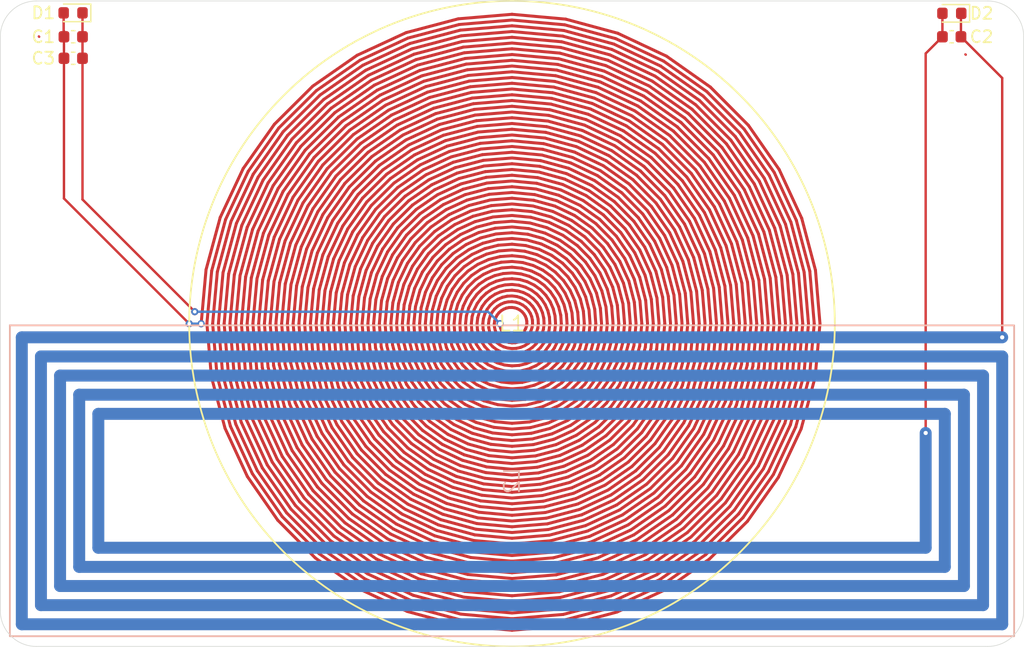
<source format=kicad_pcb>
(kicad_pcb
	(version 20241229)
	(generator "pcbnew")
	(generator_version "9.0")
	(general
		(thickness 1.6)
		(legacy_teardrops no)
	)
	(paper "A4")
	(layers
		(0 "F.Cu" signal)
		(2 "B.Cu" signal)
		(9 "F.Adhes" user "F.Adhesive")
		(11 "B.Adhes" user "B.Adhesive")
		(13 "F.Paste" user)
		(15 "B.Paste" user)
		(5 "F.SilkS" user "F.Silkscreen")
		(7 "B.SilkS" user "B.Silkscreen")
		(1 "F.Mask" user)
		(3 "B.Mask" user)
		(17 "Dwgs.User" user "User.Drawings")
		(19 "Cmts.User" user "User.Comments")
		(21 "Eco1.User" user "User.Eco1")
		(23 "Eco2.User" user "User.Eco2")
		(25 "Edge.Cuts" user)
		(27 "Margin" user)
		(31 "F.CrtYd" user "F.Courtyard")
		(29 "B.CrtYd" user "B.Courtyard")
		(35 "F.Fab" user)
		(33 "B.Fab" user)
		(39 "User.1" user)
		(41 "User.2" user)
		(43 "User.3" user)
		(45 "User.4" user)
	)
	(setup
		(stackup
			(layer "F.SilkS"
				(type "Top Silk Screen")
			)
			(layer "F.Paste"
				(type "Top Solder Paste")
			)
			(layer "F.Mask"
				(type "Top Solder Mask")
				(thickness 0.01)
			)
			(layer "F.Cu"
				(type "copper")
				(thickness 0.035)
			)
			(layer "dielectric 1"
				(type "core")
				(thickness 1.51)
				(material "FR4")
				(epsilon_r 4.5)
				(loss_tangent 0.02)
			)
			(layer "B.Cu"
				(type "copper")
				(thickness 0.035)
			)
			(layer "B.Mask"
				(type "Bottom Solder Mask")
				(thickness 0.01)
			)
			(layer "B.Paste"
				(type "Bottom Solder Paste")
			)
			(layer "B.SilkS"
				(type "Bottom Silk Screen")
			)
			(copper_finish "None")
			(dielectric_constraints no)
		)
		(pad_to_mask_clearance 0)
		(allow_soldermask_bridges_in_footprints no)
		(tenting front back)
		(pcbplotparams
			(layerselection 0x00000000_00000000_55555555_5755f5ff)
			(plot_on_all_layers_selection 0x00000000_00000000_00000000_00000000)
			(disableapertmacros no)
			(usegerberextensions no)
			(usegerberattributes yes)
			(usegerberadvancedattributes yes)
			(creategerberjobfile yes)
			(dashed_line_dash_ratio 12.000000)
			(dashed_line_gap_ratio 3.000000)
			(svgprecision 4)
			(plotframeref no)
			(mode 1)
			(useauxorigin no)
			(hpglpennumber 1)
			(hpglpenspeed 20)
			(hpglpendiameter 15.000000)
			(pdf_front_fp_property_popups yes)
			(pdf_back_fp_property_popups yes)
			(pdf_metadata yes)
			(pdf_single_document no)
			(dxfpolygonmode yes)
			(dxfimperialunits yes)
			(dxfusepcbnewfont yes)
			(psnegative no)
			(psa4output no)
			(plot_black_and_white yes)
			(sketchpadsonfab no)
			(plotpadnumbers no)
			(hidednponfab no)
			(sketchdnponfab yes)
			(crossoutdnponfab yes)
			(subtractmaskfromsilk no)
			(outputformat 1)
			(mirror no)
			(drillshape 1)
			(scaleselection 1)
			(outputdirectory "")
		)
	)
	(net 0 "")
	(net 1 "Net-(D1-K)")
	(net 2 "Net-(D1-A)")
	(net 3 "Net-(D2-K)")
	(net 4 "Net-(D2-A)")
	(footprint "LED_SMD:LED_0603_1608Metric" (layer "F.Cu") (at 113.2875 74 180))
	(footprint "Capacitor_SMD:C_0603_1608Metric" (layer "F.Cu") (at 113.3 77.8 180))
	(footprint "Library:Antenna_lf"
		(layer "F.Cu")
		(uuid "b00c9267-93b4-43ee-a13c-d4390fce29fd")
		(at 150 100 180)
		(property "Reference" "L1"
			(at 0 0 0)
			(layer "F.SilkS")
			(uuid "b8fb6868-3e93-452d-94d5-13de521fb277")
			(effects
				(font
					(size 1.27 1.27)
					(thickness 0.15)
				)
			)
		)
		(property "Value" "Ant_125kHz"
			(at 0 0 0)
			(layer "F.Fab")
			(uuid "a657c821-9e7b-40c1-80f8-3e39730466a7")
			(effects
				(font
					(size 1.27 1.27)
					(thickness 0.15)
				)
			)
		)
		(property "Datasheet" "~"
			(at 0 0 0)
			(layer "F.Fab")
			(hide yes)
			(uuid "247326c6-d7b7-47d7-8d8c-d3c3aa0210f3")
			(effects
				(font
					(size 1.27 1.27)
					(thickness 0.15)
				)
			)
		)
		(property "Description" "Inductor"
			(at 0 0 0)
			(layer "F.Fab")
			(hide yes)
			(uuid "589ebaef-4ea7-4304-9325-0e51cc334f5d")
			(effects
				(font
					(size 1.27 1.27)
					(thickness 0.15)
				)
			)
		)
		(property ki_fp_filters "Choke_* *Coil* Inductor_* L_*")
		(path "/3eb484b6-b2b6-411b-b1fa-09afa390f39a")
		(sheetname "/")
		(sheetfile "tri-band_rfid_card.kicad_sch")
		(fp_line
			(start 26 0)
			(end 25.591849 4.512533)
			(stroke
				(width 0.25)
				(type default)
			)
			(layer "F.Cu")
			(uuid "27ec7aea-9e6c-4fcf-be1b-58690d349117")
		)
		(fp_line
			(start 25.591849 4.512533)
			(end 24.406909 8.883388)
			(stroke
				(width 0.25)
				(type default)
			)
			(layer "F.Cu")
			(uuid "b8fb1e26-b1f6-452c-a2dd-e618301235ee")
		)
		(fp_line
			(start 25.51923 0)
			(end 25.118384 4.429048)
			(stroke
				(width 0.25)
				(type default)
			)
			(layer "F.Cu")
			(uuid "23cafd9e-29dd-44e5-8848-30b36fe1229b")
		)
		(fp_line
			(start 25.144688 -4.433686)
			(end 25.51923 0)
			(stroke
				(width 0.25)
				(type default)
			)
			(layer "F.Cu")
			(uuid "9052d169-bf62-42ab-bd25-2898710e3102")
		)
		(fp_line
			(start 25.118384 4.429048)
			(end 23.955134 8.718955)
			(stroke
				(width 0.25)
				(type default)
			)
			(layer "F.Cu")
			(uuid "92011a0a-5aa4-4a0a-aabf-c0e7d0948e3f")
		)
		(fp_line
			(start 25.038461 0)
			(end 24.644919 4.345564)
			(stroke
				(width 0.25)
				(type default)
			)
			(layer "F.Cu")
			(uuid "9092ea4a-1473-4a67-aca3-ba1ff34b1cfd")
		)
		(fp_line
			(start 24.671222 -4.350202)
			(end 25.038461 0)
			(stroke
				(width 0.25)
				(type default)
			)
			(layer "F.Cu")
			(uuid "c565ebe7-d492-48cb-9bd2-fd6021c64165")
		)
		(fp_line
			(start 24.644919 4.345564)
			(end 23.503358 8.554523)
			(stroke
				(width 0.25)
				(type default)
			)
			(layer "F.Cu")
			(uuid "ea643858-4569-48b9-b804-33fde8ad8c57")
		)
		(fp_line
			(start 24.557692 0)
			(end 24.171453 4.262079)
			(stroke
				(width 0.25)
				(type default)
			)
			(layer "F.Cu")
			(uuid "d14e7516-c723-4639-a4d9-0dbc1d898393")
		)
		(fp_line
			(start 24.406909 8.883388)
			(end 22.481963 12.979967)
			(stroke
				(width 0.25)
				(type default)
			)
			(layer "F.Cu")
			(uuid "38817926-718c-48b5-91c5-b3eeba4929e1")
		)
		(fp_line
			(start 24.197757 -4.266717)
			(end 24.557692 0)
			(stroke
				(width 0.25)
				(type default)
			)
			(layer "F.Cu")
			(uuid "d3eb1580-f183-4a00-a928-2baee9f66ede")
		)
		(fp_line
			(start 24.171453 4.262079)
			(end 23.051583 8.39009)
			(stroke
				(width 0.25)
				(type default)
			)
			(layer "F.Cu")
			(uuid "5312378f-4508-4d90-add1-f9632e992f2b")
		)
		(fp_line
			(start 24.076923 0)
			(end 23.697988 4.178594)
			(stroke
				(width 0.25)
				(type default)
			)
			(layer "F.Cu")
			(uuid "613ce458-60ec-4c69-8ed1-8c5b292ce4a3")
		)
		(fp_line
			(start 24.005331 -8.737226)
			(end 25.144688 -4.433686)
			(stroke
				(width 0.25)
				(type default)
			)
			(layer "F.Cu")
			(uuid "2d7ad44e-7ad0-42f4-993a-3d5eebf6124e")
		)
		(fp_line
			(start 23.955134 8.718955)
			(end 22.065605 12.739583)
			(stroke
				(width 0.25)
				(type default)
			)
			(layer "F.Cu")
			(uuid "82cbd55f-5ba8-40ec-8d8e-5e07bf142e82")
		)
		(fp_line
			(start 23.724292 -4.183232)
			(end 24.076923 0)
			(stroke
				(width 0.25)
				(type default)
			)
			(layer "F.Cu")
			(uuid "a96bea8b-56dd-4bd8-961f-f0f98a879e7a")
		)
		(fp_line
			(start 23.697988 4.178594)
			(end 22.599808 8.225657)
			(stroke
				(width 0.25)
				(type default)
			)
			(layer "F.Cu")
			(uuid "b1bcc39c-590a-4ab9-ad38-37906c1ad029")
		)
		(fp_line
			(start 23.596153 0)
			(end 23.224523 4.09511)
			(stroke
				(width 0.25)
				(type default)
			)
			(layer "F.Cu")
			(uuid "04f844f3-22e8-446e-b43d-6474ba732042")
		)
		(fp_line
			(start 23.553556 -8.572793)
			(end 24.671222 -4.350202)
			(stroke
				(width 0.25)
				(type default)
			)
			(layer "F.Cu")
			(uuid "b15fe4d4-51d2-4e3c-8ffa-6dae7bb4d942")
		)
		(fp_line
			(start 23.503358 8.554523)
			(end 21.649247 12.499198)
			(stroke
				(width 0.25)
				(type default)
			)
			(layer "F.Cu")
			(uuid "cb05a04d-457e-42be-8459-874d999830c5")
		)
		(fp_line
			(start 23.250827 -4.099748)
			(end 23.596153 0)
			(stroke
				(width 0.25)
				(type default)
			)
			(layer "F.Cu")
			(uuid "d203458d-24d5-4acf-9934-fc6d75eea210")
		)
		(fp_line
			(start 23.224523 4.09511)
			(end 22.148033 8.061224)
			(stroke
				(width 0.25)
				(type default)
			)
			(layer "F.Cu")
			(uuid "903b60a3-89c8-487a-a6f5-f0e248e1fcb2")
		)
		(fp_line
			(start 23.115384 0)
			(end 22.751058 4.011625)
			(stroke
				(width 0.25)
				(type default)
			)
			(layer "F.Cu")
			(uuid "f0e6b32d-bab0-45f0-ae45-9ae80d845de4")
		)
		(fp_line
			(start 23.10178 -8.40836)
			(end 24.197757 -4.266717)
			(stroke
				(width 0.25)
				(type default)
			)
			(layer "F.Cu")
			(uuid "75c2e9e6-9596-4b03-85a0-24f437c70b8f")
		)
		(fp_line
			(start 23.051583 8.39009)
			(end 21.232888 12.258814)
			(stroke
				(width 0.25)
				(type default)
			)
			(layer "F.Cu")
			(uuid "6cf84416-9661-4b1d-8a03-ee4fb646ea86")
		)
		(fp_line
			(start 22.777361 -4.016263)
			(end 23.115384 0)
			(stroke
				(width 0.25)
				(type default)
			)
			(layer "F.Cu")
			(uuid "f309cd69-1ca0-4e5f-9170-15da0b41c8a2")
		)
		(fp_line
			(start 22.751058 4.011625)
			(end 21.696257 7.896792)
			(stroke
				(width 0.25)
				(type default)
			)
			(layer "F.Cu")
			(uuid "2301aef4-56b2-447e-a846-0c4a8c7d5544")
		)
		(fp_line
			(start 22.650005 -8.243927)
			(end 23.724292 -4.183232)
			(stroke
				(width 0.25)
				(type default)
			)
			(layer "F.Cu")
			(uuid "dda6ab58-5d45-435f-89c5-263eb3d395f4")
		)
		(fp_line
			(start 22.634615 0)
			(end 22.277592 3.92814)
			(stroke
				(width 0.25)
				(type default)
			)
			(layer "F.Cu")
			(uuid "7b0a63ae-5a13-4812-b0ce-a4f5c6a314ce")
		)
		(fp_line
			(start 22.599808 8.225657)
			(end 20.81653 12.018429)
			(stroke
				(width 0.25)
				(type default)
			)
			(layer "F.Cu")
			(uuid "3aed52f9-7eeb-4dda-b88a-e5b6d3b8768a")
		)
		(fp_line
			(start 22.481963 12.979967)
			(end 19.876234 16.67814)
			(stroke
				(width 0.25)
				(type default)
			)
			(layer "F.Cu")
			(uuid "eea57166-1bb8-461a-b9dc-d1d7de1866e6")
		)
		(fp_line
			(start 22.303896 -3.932778)
			(end 22.634615 0)
			(stroke
				(width 0.25)
				(type default)
			)
			(layer "F.Cu")
			(uuid "54962c97-b973-4846-861c-e3186ccf9db0")
		)
		(fp_line
			(start 22.277592 3.92814)
			(end 21.244482 7.732359)
			(stroke
				(width 0.25)
				(type default)
			)
			(layer "F.Cu")
			(uuid "512a3e15-5776-43b8-8239-43cd153a1e7d")
		)
		(fp_line
			(start 22.19823 -8.079495)
			(end 23.250827 -4.099748)
			(stroke
				(width 0.25)
				(type default)
			)
			(layer "F.Cu")
			(uuid "2c4fb024-780d-4fdf-bec5-4610cebe802a")
		)
		(fp_line
			(start 22.153846 0)
			(end 21.804127 3.844655)
			(stroke
				(width 0.25)
				(type default)
			)
			(layer "F.Cu")
			(uuid "ab597581-f61a-4a17-b93e-5ab9175eaedf")
		)
		(fp_line
			(start 22.148033 8.061224)
			(end 20.400172 11.778044)
			(stroke
				(width 0.25)
				(type default)
			)
			(layer "F.Cu")
			(uuid "a06d9efb-6e5f-460c-a961-a4fded205b94")
		)
		(fp_line
			(start 22.134998 -12.779647)
			(end 24.005331 -8.737226)
			(stroke
				(width 0.25)
				(type default)
			)
			(layer "F.Cu")
			(uuid "27cd961b-7bc7-42a2-851e-ed2451bca642")
		)
		(fp_line
			(start 22.065605 12.739583)
			(end 19.507943 16.369108)
			(stroke
				(width 0.25)
				(type default)
			)
			(layer "F.Cu")
			(uuid "264d287a-6b4f-401c-9f46-af26fc08e914")
		)
		(fp_line
			(start 21.830431 -3.849294)
			(end 22.153846 0)
			(stroke
				(width 0.25)
				(type default)
			)
			(layer "F.Cu")
			(uuid "3809fea9-d298-475d-963c-f317c14b5936")
		)
		(fp_line
			(start 21.804127 3.844655)
			(end 20.792707 7.567926)
			(stroke
				(width 0.25)
				(type default)
			)
			(layer "F.Cu")
			(uuid "f31a89f2-9fa9-4c55-a8c0-4a949ae71d27")
		)
		(fp_line
			(start 21.746454 -7.915062)
			(end 22.777361 -4.016263)
			(stroke
				(width 0.25)
				(type default)
			)
			(layer "F.Cu")
			(uuid "219b89a0-5676-43c8-87f2-abcf5eb89643")
		)
		(fp_line
			(start 21.71864 -12.539262)
			(end 23.553556 -8.572793)
			(stroke
				(width 0.25)
				(type default)
			)
			(layer "F.Cu")
			(uuid "b3e64cd7-bc04-4c0f-9f51-362897618be9")
		)
		(fp_line
			(start 21.696257 7.896792)
			(end 19.983813 11.53766)
			(stroke
				(width 0.25)
				(type default)
			)
			(layer "F.Cu")
			(uuid "90b9321d-005f-447d-b7ea-327b574e65c4")
		)
		(fp_line
			(start 21.673076 0)
			(end 21.330662 3.761171)
			(stroke
				(width 0.25)
				(type default)
			)
			(layer "F.Cu")
			(uuid "a19679b2-adc3-44b9-8a29-c3320ccb392f")
		)
		(fp_line
			(start 21.649247 12.499198)
			(end 19.139653 16.060075)
			(stroke
				(width 0.25)
				(type default)
			)
			(layer "F.Cu")
			(uuid "19d7863d-59c7-468a-bce3-34c90105c2fd")
		)
		(fp_line
			(start 21.356965 -3.765809)
			(end 21.673076 0)
			(stroke
				(width 0.25)
				(type default)
			)
			(layer "F.Cu")
			(uuid "3bfa8e36-8a53-440c-ae56-adfb444f4457")
		)
		(fp_line
			(start 21.330662 3.761171)
			(end 20.340931 7.403493)
			(stroke
				(width 0.25)
				(type default)
			)
			(layer "F.Cu")
			(uuid "0ee61eac-d4f5-4491-b9c0-a0639ca596bc")
		)
		(fp_line
			(start 21.302281 -12.298878)
			(end 23.10178 -8.40836)
			(stroke
				(width 0.25)
				(type default)
			)
			(layer "F.Cu")
			(uuid "b470f65a-87ee-46c1-b88a-47ccabb9d333")
		)
		(fp_line
			(start 21.294679 -7.750629)
			(end 22.303896 -3.932778)
			(stroke
				(width 0.25)
				(type default)
			)
			(layer "F.Cu")
			(uuid "9c8be384-d573-4cf3-9848-34c19e017650")
		)
		(fp_line
			(start 21.244482 7.732359)
			(end 19.567455 11.297275)
			(stroke
				(width 0.25)
				(type default)
			)
			(layer "F.Cu")
			(uuid "f31079d6-2bfe-4aa9-a02b-02719b309e44")
		)
		(fp_line
			(start 21.232888 12.258814)
			(end 18.771362 15.751043)
			(stroke
				(width 0.25)
				(type default)
			)
			(layer "F.Cu")
			(uuid "c4c251c5-54e9-4e8c-bedb-ad67d15a6f8f")
		)
		(fp_line
			(start 21.192307 0)
			(end 20.857197 3.677686)
			(stroke
				(width 0.25)
				(type default)
			)
			(layer "F.Cu")
			(uuid "ce8a1f68-8394-438e-ac55-2fa720e88d0c")
		)
		(fp_line
			(start 20.885923 -12.058493)
			(end 22.650005 -8.243927)
			(stroke
				(width 0.25)
				(type default)
			)
			(layer "F.Cu")
			(uuid "d60b2181-bbdc-448a-bc62-92f5e665b50f")
		)
		(fp_line
			(start 20.8835 -3.682324)
			(end 21.192307 0)
			(stroke
				(width 0.25)
				(type default)
			)
			(layer "F.Cu")
			(uuid "269c8af2-aed8-4781-9416-be061962c03a")
		)
		(fp_line
			(start 20.857197 3.677686)
			(end 19.889156 7.23906)
			(stroke
				(width 0.25)
				(type default)
			)
			(layer "F.Cu")
			(uuid "a948b144-b3b8-40e5-a361-7c800b6e5337")
		)
		(fp_line
			(start 20.842904 -7.586196)
			(end 21.830431 -3.849294)
			(stroke
				(width 0.25)
				(type default)
			)
			(layer "F.Cu")
			(uuid "0deed6f0-ff2c-4eda-b0af-2c5aaa7eca1c")
		)
		(fp_line
			(start 20.81653 12.018429)
			(end 18.403071 15.44201)
			(stroke
				(width 0.25)
				(type default)
			)
			(layer "F.Cu")
			(uuid "1127ec75-49ba-47cd-a875-a58998b1af29")
		)
		(fp_line
			(start 20.792707 7.567926)
			(end 19.151097 11.056891)
			(stroke
				(width 0.25)
				(type default)
			)
			(layer "F.Cu")
			(uuid "7a373aa5-b769-48e2-bd02-dd97effa6026")
		)
		(fp_line
			(start 20.711538 0)
			(end 20.383731 3.594201)
			(stroke
				(width 0.25)
				(type default)
			)
			(layer "F.Cu")
			(uuid "35d6f110-67c3-4f14-a262-c76324df762d")
		)
		(fp_line
			(start 20.469565 -11.818108)
			(end 22.19823 -8.079495)
			(stroke
				(width 0.25)
				(type default)
			)
			(layer "F.Cu")
			(uuid "4e3a64af-2114-4d49-953e-3f867c828aaa")
		)
		(fp_line
			(start 20.410035 -3.598839)
			(end 20.711538 0)
			(stroke
				(width 0.25)
				(type default)
			)
			(layer "F.Cu")
			(uuid "d86c19ca-6ebe-4204-8ebf-d821e9e5c8fe")
		)
		(fp_line
			(start 20.400172 11.778044)
			(end 18.034781 15.132978)
			(stroke
				(width 0.25)
				(type default)
			)
			(layer "F.Cu")
			(uuid "908e82da-b3ea-4717-8850-967f04a3ae63")
		)
		(fp_line
			(start 20.391129 -7.421764)
			(end 21.356965 -3.765809)
			(stroke
				(width 0.25)
				(type default)
			)
			(layer "F.Cu")
			(uuid "14bc2cd8-29de-4eed-8a5e-d3bc5639ed0d")
		)
		(fp_line
			(start 20.383731 3.594201)
			(end 19.437381 7.074628)
			(stroke
				(width 0.25)
				(type default)
			)
			(layer "F.Cu")
			(uuid "3fd30726-d025-4218-86b5-d37a67b481ff")
		)
		(fp_line
			(start 20.340931 7.403493)
			(end 18.734738 10.816506)
			(stroke
				(width 0.25)
				(type default)
			)
			(layer "F.Cu")
			(uuid "a65f51bd-fb24-4a8c-923a-c77f61f3a630")
		)
		(fp_line
			(start 20.230769 0)
			(end 19.910266 3.510717)
			(stroke
				(width 0.25)
				(type default)
			)
			(layer "F.Cu")
			(uuid "afb1ee35-f15f-45a7-89dd-c02d993ef488")
		)
		(fp_line
			(start 20.053206 -11.577724)
			(end 21.746454 -7.915062)
			(stroke
				(width 0.25)
				(type default)
			)
			(layer "F.Cu")
			(uuid "769b7055-2857-4660-b1f0-07bfd17dc978")
		)
		(fp_line
			(start 19.983813 11.53766)
			(end 17.66649 14.823945)
			(stroke
				(width 0.25)
				(type default)
			)
			(layer "F.Cu")
			(uuid "c63d7c0c-e2b1-4a66-b02c-a3c4f03330a7")
		)
		(fp_line
			(start 19.939353 -7.257331)
			(end 20.8835 -3.682324)
			(stroke
				(width 0.25)
				(type default)
			)
			(layer "F.Cu")
			(uuid "0b072e2f-5de6-4464-90f7-689b0dc20c6c")
		)
		(fp_line
			(start 19.93657 -3.515355)
			(end 20.230769 0)
			(stroke
				(width 0.25)
				(type default)
			)
			(layer "F.Cu")
			(uuid "6c164f43-fd4b-4672-b3d2-3a20bb329ad8")
		)
		(fp_line
			(start 19.910266 3.510717)
			(end 18.985605 6.910195)
			(stroke
				(width 0.25)
				(type default)
			)
			(layer "F.Cu")
			(uuid "fd24d2e4-706a-4a28-be8b-52f3841da2c3")
		)
		(fp_line
			(start 19.889156 7.23906)
			(end 18.31838 10.576121)
			(stroke
				(width 0.25)
				(type default)
			)
			(layer "F.Cu")
			(uuid "6819ee26-e014-4e2a-95e4-16c2c9e2a00d")
		)
		(fp_line
			(start 19.876234 16.67814)
			(end 16.669556 19.866004)
			(stroke
				(width 0.25)
				(type default)
			)
			(layer "F.Cu")
			(uuid "8d4f7aaa-08aa-44ba-a5b0-09939ce6c236")
		)
		(fp_line
			(start 19.75 0)
			(end 19.436801 3.427232)
			(stroke
				(width 0.25)
				(type default)
			)
			(layer "F.Cu")
			(uuid "304e87ff-759d-4c2e-ae63-c1dabb790bb4")
		)
		(fp_line
			(start 19.636848 -11.337339)
			(end 21.294679 -7.750629)
			(stroke
				(width 0.25)
				(type default)
			)
			(layer "F.Cu")
			(uuid "5135fdd3-7c53-4467-add2-766ca620efbd")
		)
		(fp_line
			(start 19.589786 -16.437782)
			(end 22.134998 -12.779647)
			(stroke
				(width 0.25)
				(type default)
			)
			(layer "F.Cu")
			(uuid "48d7a667-ef05-46f0-9948-f2d8a17bf277")
		)
		(fp_line
			(start 19.567455 11.297275)
			(end 17.2982 14.514913)
			(stroke
				(width 0.25)
				(type default)
			)
			(layer "F.Cu")
			(uuid "7a8e4e4c-b683-4e2e-92d6-669ccad74f2d")
		)
		(fp_line
			(start 19.507943 16.369108)
			(end 16.360524 19.497713)
			(stroke
				(width 0.25)
				(type default)
			)
			(layer "F.Cu")
			(uuid "d6e82fd9-8daa-417e-83d5-727da6cb22b1")
		)
		(fp_line
			(start 19.487578 -7.092898)
			(end 20.410035 -3.598839)
			(stroke
				(width 0.25)
				(type default)
			)
			(layer "F.Cu")
			(uuid "3036c10e-3ccf-492a-ba6a-6ddaf09e3ff2")
		)
		(fp_line
			(start 19.463104 -3.43187)
			(end 19.75 0)
			(stroke
				(width 0.25)
				(type default)
			)
			(layer "F.Cu")
			(uuid "86212c6b-845d-4a4e-bab7-6ef2fb9bba19")
		)
		(fp_line
			(start 19.437381 7.074628)
			(end 17.902021 10.335737)
			(stroke
				(width 0.25)
				(type default)
			)
			(layer "F.Cu")
			(uuid "25202836-acc4-4ae6-910c-b4e8a466de3e")
		)
		(fp_line
			(start 19.436801 3.427232)
			(end 18.53383 6.745762)
			(stroke
				(width 0.25)
				(type default)
			)
			(layer "F.Cu")
			(uuid "0c48b4f9-d2ef-4de7-a313-c744769a2a21")
		)
		(fp_line
			(start 19.26923 0)
			(end 18.963336 3.343747)
			(stroke
				(width 0.25)
				(type default)
			)
			(layer "F.Cu")
			(uuid "959743cf-8df5-40aa-aee8-ecc64f0a9c21")
		)
		(fp_line
			(start 19.221495 -16.128749)
			(end 21.71864 -12.539262)
			(stroke
				(width 0.25)
				(type default)
			)
			(layer "F.Cu")
			(uuid "9319ea21-70fe-4b00-920a-6b4d91882b0e")
		)
		(fp_line
			(start 19.22049 -11.096955)
			(end 20.842904 -7.586196)
			(stroke
				(width 0.25)
				(type default)
			)
			(layer "F.Cu")
			(uuid "a8fa3ba3-a345-428b-9a88-f18f91edeb79")
		)
		(fp_line
			(start 19.151097 11.056891)
			(end 16.929909 14.20588)
			(stroke
				(width 0.25)
				(type default)
			)
			(layer "F.Cu")
			(uuid "249961b4-d687-4091-8a6e-158b19c39f03")
		)
		(fp_line
			(start 19.139653 16.060075)
			(end 16.051491 19.129422)
			(stroke
				(width 0.25)
				(type default)
			)
			(layer "F.Cu")
			(uuid "7b528f46-679e-426a-bf09-caf2094b78a9")
		)
		(fp_line
			(start 19.035803 -6.928465)
			(end 19.93657 -3.515355)
			(stroke
				(width 0.25)
				(type default)
			)
			(layer "F.Cu")
			(uuid "29244eb8-bd04-4bcd-973c-f390514f9a7f")
		)
		(fp_line
			(start 18.989639 -3.348385)
			(end 19.26923 0)
			(stroke
				(width 0.25)
				(type default)
			)
			(layer "F.Cu")
			(uuid "01096e63-06c0-496c-b761-b1e996028171")
		)
		(fp_line
			(start 18.985605 6.910195)
			(end 17.485663 10.095352)
			(stroke
				(width 0.25)
				(type default)
			)
			(layer "F.Cu")
			(uuid "54e939a1-6058-4c92-a90b-c19f1bb2eb1b")
		)
		(fp_line
			(start 18.963336 3.343747)
			(end 18.082055 6.581329)
			(stroke
				(width 0.25)
				(type default)
			)
			(layer "F.Cu")
			(uuid "c8e52822-27dc-40b0-9691-6eb912ddf865")
		)
		(fp_line
			(start 18.853204 -15.819717)
			(end 21.302281 -12.298878)
			(stroke
				(width 0.25)
				(type default)
			)
			(layer "F.Cu")
			(uuid "37183f3d-dd75-46c5-97dd-2b9bc7d00159")
		)
		(fp_line
			(start 18.804131 -10.85657)
			(end 20.391129 -7.421764)
			(stroke
				(width 0.25)
				(type default)
			)
			(layer "F.Cu")
			(uuid "e9d86599-6468-4478-8d42-5c5038394250")
		)
		(fp_line
			(start 18.788461 0)
			(end 18.48987 3.260263)
			(stroke
				(width 0.25)
				(type default)
			)
			(layer "F.Cu")
			(uuid "0261336b-76ca-4b04-a056-bb8d61b6b286")
		)
		(fp_line
			(start 18.771362 15.751043)
			(end 15.742459 18.761132)
			(stroke
				(width 0.25)
				(type default)
			)
			(layer "F.Cu")
			(uuid "32a4ea00-562e-4076-aa02-da18119fe3f8")
		)
		(fp_line
			(start 18.734738 10.816506)
			(end 16.561618 13.896848)
			(stroke
				(width 0.25)
				(type default)
			)
			(layer "F.Cu")
			(uuid "1658f9cc-be2f-44d0-b410-30cb9d0d4916")
		)
		(fp_line
			(start 18.584027 -6.764032)
			(end 19.463104 -3.43187)
			(stroke
				(width 0.25)
				(type default)
			)
			(layer "F.Cu")
			(uuid "377a6f5c-fba7-4d61-80e3-206cd35373dd")
		)
		(fp_line
			(start 18.53383 6.745762)
			(end 17.069305 9.854967)
			(stroke
				(width 0.25)
				(type default)
			)
			(layer "F.Cu")
			(uuid "abfe7527-ecd5-4d60-a4b9-331e1b64305b")
		)
		(fp_line
			(start 18.516174 -3.264901)
			(end 18.788461 0)
			(stroke
				(width 0.25)
				(type default)
			)
			(layer "F.Cu")
			(uuid "28e2a0a4-f449-482f-bb5b-ddf4068789d8")
		)
		(fp_line
			(start 18.48987 3.260263)
			(end 17.63028 6.416897)
			(stroke
				(width 0.25)
				(type default)
			)
			(layer "F.Cu")
			(uuid "cee8bcde-5281-4958-80e4-387a7cf97a5f")
		)
		(fp_line
			(start 18.484914 -15.510684)
			(end 20.885923 -12.058493)
			(stroke
				(width 0.25)
				(type default)
			)
			(layer "F.Cu")
			(uuid "3455d285-ed86-4f59-a4b4-1dde97fb5ce5")
		)
		(fp_line
			(start 18.403071 15.44201)
			(end 15.433426 18.392841)
			(stroke
				(width 0.25)
				(type default)
			)
			(layer "F.Cu")
			(uuid "c4b00141-b654-461b-88a9-979be3b95019")
		)
		(fp_line
			(start 18.387773 -10.616185)
			(end 19.939353 -7.257331)
			(stroke
				(width 0.25)
				(type default)
			)
			(layer "F.Cu")
			(uuid "7e7c5450-7509-47fb-a743-b3527fe7d579")
		)
		(fp_line
			(start 18.31838 10.576121)
			(end 16.193328 13.587815)
			(stroke
				(width 0.25)
				(type default)
			)
			(layer "F.Cu")
			(uuid "cb3426ec-ac20-4908-acc5-ae9b75b4efe0")
		)
		(fp_line
			(start 18.307692 0)
			(end 18.016405 3.176778)
			(stroke
				(width 0.25)
				(type default)
			)
			(layer "F.Cu")
			(uuid "a73e4a7e-3351-4d77-8fe3-23b9aae72cb9")
		)
		(fp_line
			(start 18.132252 -6.5996)
			(end 18.989639 -3.348385)
			(stroke
				(width 0.25)
				(type default)
			)
			(layer "F.Cu")
			(uuid "08d53fb4-8ca3-4994-b8a6-0f8c421c67e4")
		)
		(fp_line
			(start 18.116623 -15.201652)
			(end 20.469565 -11.818108)
			(stroke
				(width 0.25)
				(type default)
			)
			(layer "F.Cu")
			(uuid "6380cd21-64c1-4be9-86c4-3e8cd2cc7a1c")
		)
		(fp_line
			(start 18.082055 6.581329)
			(end 16.652946 9.614583)
			(stroke
				(width 0.25)
				(type default)
			)
			(layer "F.Cu")
			(uuid "5222c282-65e0-4271-b8b6-3fb344c55184")
		)
		(fp_line
			(start 18.042709 -3.181416)
			(end 18.307692 0)
			(stroke
				(width 0.25)
				(type default)
			)
			(layer "F.Cu")
			(uuid "da58f65d-5db7-45ec-9056-760727c70bed")
		)
		(fp_line
			(start 18.034781 15.132978)
			(end 15.124394 18.024551)
			(stroke
				(width 0.25)
				(type default)
			)
			(layer "F.Cu")
			(uuid "8bca6099-1412-4b08-b92b-2c2bc31ff316")
		)
		(fp_line
			(start 18.016405 3.176778)
			(end 17.178504 6.252464)
			(stroke
				(width 0.25)
				(type default)
			)
			(layer "F.Cu")
			(uuid "38cf41e3-932a-4fa6-bf2a-90a8aa547541")
		)
		(fp_line
			(start 17.971414 -10.375801)
			(end 19.487578 -7.092898)
			(stroke
				(width 0.25)
				(type default)
			)
			(layer "F.Cu")
			(uuid "f1794ca7-c771-4c1b-9041-11e1b67969a3")
		)
		(fp_line
			(start 17.902021 10.335737)
			(end 15.825037 13.278783)
			(stroke
				(width 0.25)
				(type default)
			)
			(layer "F.Cu")
			(uuid "1c6cb5fc-c5b4-48d9-9859-a7564076949d")
		)
		(fp_line
			(start 17.826923 0)
			(end 17.54294 3.093293)
			(stroke
				(width 0.25)
				(type default)
			)
			(layer "F.Cu")
			(uuid "6cafc606-799c-4ba4-aeaa-a26f2a1e092f")
		)
		(fp_line
			(start 17.748333 -14.892619)
			(end 20.053206 -11.577724)
			(stroke
				(width 0.25)
				(type default)
			)
			(layer "F.Cu")
			(uuid "ae64b323-4778-4df0-b6f2-7c2240c107fb")
		)
		(fp_line
			(start 17.680477 -6.435167)
			(end 18.516174 -3.264901)
			(stroke
				(width 0.25)
				(type default)
			)
			(layer "F.Cu")
			(uuid "6ab436fe-fef5-4780-a918-c0bea6294698")
		)
		(fp_line
			(start 17.66649 14.823945)
			(end 14.815361 17.65626)
			(stroke
				(width 0.25)
				(type default)
			)
			(layer "F.Cu")
			(uuid "f458705b-d591-492e-b62b-fc8d452303f5")
		)
		(fp_line
			(start 17.63028 6.416897)
			(end 16.236588 9.374198)
			(stroke
				(width 0.25)
				(type default)
			)
			(layer "F.Cu")
			(uuid "8fd18cc0-79b0-401b-94fa-d7adae7045c5")
		)
		(fp_line
			(start 17.569243 -3.097931)
			(end 17.826923 0)
			(stroke
				(width 0.25)
				(type default)
			)
			(layer "F.Cu")
			(uuid "d8d8b3fb-1d56-470b-af6d-cd20be3def78")
		)
		(fp_line
			(start 17.555056 -10.135416)
			(end 19.035803 -6.928465)
			(stroke
				(width 0.25)
				(type default)
			)
			(layer "F.Cu")
			(uuid "9a8e721c-2a37-411a-b09c-6daea5ec64eb")
		)
		(fp_line
			(start 17.54294 3.093293)
			(end 16.726729 6.088031)
			(stroke
				(width 0.25)
				(type default)
			)
			(layer "F.Cu")
			(uuid "d098c386-ece6-4552-afd7-6de81af76529")
		)
		(fp_line
			(start 17.485663 10.095352)
			(end 15.456747 12.96975)
			(stroke
				(width 0.25)
				(type default)
			)
			(layer "F.Cu")
			(uuid "740bae8f-991f-4f2f-9f0f-335837c5c601")
		)
		(fp_line
			(start 17.380042 -14.583587)
			(end 19.636848 -11.337339)
			(stroke
				(width 0.25)
				(type default)
			)
			(layer "F.Cu")
			(uuid "ebe931d6-055f-491f-8eab-646de631da00")
		)
		(fp_line
			(start 17.346153 0)
			(end 17.069474 3.009808)
			(stroke
				(width 0.25)
				(type default)
			)
			(layer "F.Cu")
			(uuid "47c9f32e-eaa5-49a2-924e-dc10cd90236a")
		)
		(fp_line
			(start 17.2982 14.514913)
			(end 14.506329 17.287969)
			(stroke
				(width 0.25)
				(type default)
			)
			(layer "F.Cu")
			(uuid "5bd09c2c-b01b-43ac-b732-ba0fcff5c9d7")
		)
		(fp_line
			(start 17.228701 -6.270734)
			(end 18.042709 -3.181416)
			(stroke
				(width 0.25)
				(type default)
			)
			(layer "F.Cu")
			(uuid "089849ac-79f4-472c-ac3e-8e97e2999c32")
		)
		(fp_line
			(start 17.178504 6.252464)
			(end 15.82023 9.133814)
			(stroke
				(width 0.25)
				(type default)
			)
			(layer "F.Cu")
			(uuid "54b8c890-72fd-46e4-adb1-fbab042a8600")
		)
		(fp_line
			(start 17.138698 -9.895032)
			(end 18.584027 -6.764032)
			(stroke
				(width 0.25)
				(type default)
			)
			(layer "F.Cu")
			(uuid "b0c2c364-7105-4320-ad8b-a2d5eee8fde4")
		)
		(fp_line
			(start 17.095778 -3.014447)
			(end 17.346153 0)
			(stroke
				(width 0.25)
				(type default)
			)
			(layer "F.Cu")
			(uuid "0f9eb44d-d727-4f00-94d1-ec98c27fe679")
		)
		(fp_line
			(start 17.069474 3.009808)
			(end 16.274954 5.923598)
			(stroke
				(width 0.25)
				(type default)
			)
			(layer "F.Cu")
			(uuid "ef76df8b-5784-458c-adf7-6338af30aa7b")
		)
		(fp_line
			(start 17.069305 9.854967)
			(end 15.088456 12.660718)
			(stroke
				(width 0.25)
				(type default)
			)
			(layer "F.Cu")
			(uuid "c539ef74-d0a6-4d91-8e41-8c9ea55279d6")
		)
		(fp_line
			(start 17.011751 -14.274554)
			(end 19.22049 -11.096955)
			(stroke
				(width 0.25)
				(type default)
			)
			(layer "F.Cu")
			(uuid "d9326807-9712-4230-980d-77763ef9fbe5")
		)
		(fp_line
			(start 16.929909 14.20588)
			(end 14.197296 16.919679)
			(stroke
				(width 0.25)
				(type default)
			)
			(layer "F.Cu")
			(uuid "cf5212a6-4554-40b2-b3a5-7a771aec94ed")
		)
		(fp_line
			(start 16.865384 0)
			(end 16.596009 2.926324)
			(stroke
				(width 0.25)
				(type default)
			)
			(layer "F.Cu")
			(uuid "14e4f636-8866-490d-a174-e0ee48dd78ec")
		)
		(fp_line
			(start 16.776926 -6.106301)
			(end 17.569243 -3.097931)
			(stroke
				(width 0.25)
				(type default)
			)
			(layer "F.Cu")
			(uuid "9065a888-e1e7-4e34-9905-f3296ff45fef")
		)
		(fp_line
			(start 16.726729 6.088031)
			(end 15.403871 8.893429)
			(stroke
				(width 0.25)
				(type default)
			)
			(layer "F.Cu")
			(uuid "366acf24-fa22-4603-80e3-38a2f26b9f20")
		)
		(fp_line
			(start 16.722339 -9.654647)
			(end 18.132252 -6.5996)
			(stroke
				(width 0.25)
				(type default)
			)
			(layer "F.Cu")
			(uuid "16f2ae29-5c03-4d89-9b0c-56ef5138bad1")
		)
		(fp_line
			(start 16.669556 19.866004)
			(end 12.959935 22.447267)
			(stroke
				(width 0.25)
				(type default)
			)
			(layer "F.Cu")
			(uuid "a637fede-7134-4f2d-9af5-b68295948f7c")
		)
		(fp_line
			(start 16.652946 9.614583)
			(end 14.720165 12.351685)
			(stroke
				(width 0.25)
				(type default)
			)
			(layer "F.Cu")
			(uuid "4772bff3-c921-41bc-9f77-be67c3d9d8fa")
		)
		(fp_line
			(start 16.643461 -13.965522)
			(end 18.804131 -10.85657)
			(stroke
				(width 0.25)
				(type default)
			)
			(layer "F.Cu")
			(uuid "de7252d0-1e11-417e-a4ce-031fbe6ef847")
		)
		(fp_line
			(start 16.622313 -2.930962)
			(end 16.865384 0)
			(stroke
				(width 0.25)
				(type default)
			)
			(layer "F.Cu")
			(uuid "b62f6b8c-406e-4d74-bcf5-24131736c9f5")
		)
		(fp_line
			(start 16.596009 2.926324)
			(end 15.823178 5.759166)
			(stroke
				(width 0.25)
				(type default)
			)
			(layer "F.Cu")
			(uuid "a96aa330-8db6-4c5b-88cb-b15f49c414be")
		)
		(fp_line
			(start 16.561618 13.896848)
			(end 13.888264 16.551388)
			(stroke
				(width 0.25)
				(type default)
			)
			(layer "F.Cu")
			(uuid "7e9d9b47-73b7-4b5d-9ba6-014508255d74")
		)
		(fp_line
			(start 16.446366 -19.600016)
			(end 19.589786 -16.437782)
			(stroke
				(width 0.25)
				(type default)
			)
			(layer "F.Cu")
			(uuid "8ea60e86-2366-40b6-908a-394ca0907e1e")
		)
		(fp_line
			(start 16.384615 0)
			(end 16.122544 2.842839)
			(stroke
				(width 0.25)
				(type default)
			)
			(layer "F.Cu")
			(uuid "03b5568d-29fb-4050-8602-30ed6bb1c235")
		)
		(fp_line
			(start 16.360524 19.497713)
			(end 12.719551 22.030909)
			(stroke
				(width 0.25)
				(type default)
			)
			(layer "F.Cu")
			(uuid "cdb2ced0-e56d-4796-9cf0-ce3337c97925")
		)
		(fp_line
			(start 16.325151 -5.941869)
			(end 17.095778 -3.014447)
			(stroke
				(width 0.25)
				(type default)
			)
			(layer "F.Cu")
			(uuid "639e18aa-15df-4f2c-a785-87a7702a8255")
		)
		(fp_line
			(start 16.305981 -9.414262)
			(end 17.680477 -6.435167)
			(stroke
				(width 0.25)
				(type default)
			)
			(layer "F.Cu")
			(uuid "322d3379-3b9c-4cb9-b11d-483690c29c15")
		)
		(fp_line
			(start 16.27517 -13.656489)
			(end 18.387773 -10.616185)
			(stroke
				(width 0.25)
				(type default)
			)
			(layer "F.Cu")
			(uuid "5bb729cc-3a3c-4341-bed4-a87744a85b30")
		)
		(fp_line
			(start 16.274954 5.923598)
			(end 14.987513 8.653044)
			(stroke
				(width 0.25)
				(type default)
			)
			(layer "F.Cu")
			(uuid "6feab4bc-ff3c-43a6-aa19-ed0433399941")
		)
		(fp_line
			(start 16.236588 9.374198)
			(end 14.351875 12.042653)
			(stroke
				(width 0.25)
				(type default)
			)
			(layer "F.Cu")
			(uuid "2edf8665-b96d-412d-8299-47c0d0b50561")
		)
		(fp_line
			(start 16.193328 13.587815)
			(end 13.579231 16.183098)
			(stroke
				(width 0.25)
				(type default)
			)
			(layer "F.Cu")
			(uuid "8bc67148-b43a-4257-801d-5f6b5e7d00c6")
		)
		(fp_line
			(start 16.148848 -2.847477)
			(end 16.384615 0)
			(stroke
				(width 0.25)
				(type default)
			)
			(layer "F.Cu")
			(uuid "846802e4-d061-4dc7-a276-16256418c4d1")
		)
		(fp_line
			(start 16.137334 -19.231725)
			(end 19.221495 -16.128749)
			(stroke
				(width 0.25)
				(type default)
			)
			(layer "F.Cu")
			(uuid "addb7488-98a0-44c1-ac37-95a501e94b84")
		)
		(fp_line
			(start 16.122544 2.842839)
			(end 15.371403 5.594733)
			(stroke
				(width 0.25)
				(type default)
			)
			(layer "F.Cu")
			(uuid "5bc042e0-46e2-44b1-854c-2dd891f4bd62")
		)
		(fp_line
			(start 16.051491 19.129422)
			(end 12.479166 21.61455)
			(stroke
				(width 0.25)
				(type default)
			)
			(layer "F.Cu")
			(uuid "890d3864-9914-41b3-9d17-8b332dea2222")
		)
		(fp_line
			(start 15.90688 -13.347457)
			(end 17.971414 -10.375801)
			(stroke
				(width 0.25)
				(type default)
			)
			(layer "F.Cu")
			(uuid "7b6ea621-8af2-46fb-ab52-1645e6fc2887")
		)
		(fp_line
			(start 15.903846 0)
			(end 15.649079 2.759354)
			(stroke
				(width 0.25)
				(type default)
			)
			(layer "F.Cu")
			(uuid "88d91bed-81a6-4816-bf89-687e5c0566e6")
		)
		(fp_line
			(start 15.889623 -9.173878)
			(end 17.228701 -6.270734)
			(stroke
				(width 0.25)
				(type default)
			)
			(layer "F.Cu")
			(uuid "6c6ee0ea-db1d-4fc0-b43b-c5b8be162f54")
		)
		(fp_line
			(start 15.873376 -5.777436)
			(end 16.622313 -2.930962)
			(stroke
				(width 0.25)
				(type default)
			)
			(layer "F.Cu")
			(uuid "d9014004-777f-4d29-9acc-d380853c3a11")
		)
		(fp_line
			(start 15.828301 -18.863435)
			(end 18.853204 -15.819717)
			(stroke
				(width 0.25)
				(type default)
			)
			(layer "F.Cu")
			(uuid "e97bce05-4f9e-4d13-9e80-1568dbfe8f5a")
		)
		(fp_line
			(start 15.825037 13.278783)
			(end 13.270199 15.814807)
			(stroke
				(width 0.25)
				(type default)
			)
			(layer "F.Cu")
			(uuid "e8f3d0cc-e9a8-406a-833f-652a571b2534")
		)
		(fp_line
			(start 15.823178 5.759166)
			(end 14.571154 8.41266)
			(stroke
				(width 0.25)
				(type default)
			)
			(layer "F.Cu")
			(uuid "fcaf11e0-079e-444b-a0b6-a6068c8e2abb")
		)
		(fp_line
			(start 15.82023 9.133814)
			(end 13.983584 11.73362)
			(stroke
				(width 0.25)
				(type default)
			)
			(layer "F.Cu")
			(uuid "11333f08-212e-47da-8fdf-9583e04e63fc")
		)
		(fp_line
			(start 15.742459 18.761132)
			(end 12.238782 21.198192)
			(stroke
				(width 0.25)
				(type default)
			)
			(layer "F.Cu")
			(uuid "7e98db88-cb05-48df-b411-4f52d2ad51ed")
		)
		(fp_line
			(start 15.675382 -2.763992)
			(end 15.903846 0)
			(stroke
				(width 0.25)
				(type default)
			)
			(layer "F.Cu")
			(uuid "2ce1749c-1094-4920-858e-832c6c670893")
		)
		(fp_line
			(start 15.649079 2.759354)
			(end 14.919628 5.4303)
			(stroke
				(width 0.25)
				(type default)
			)
			(layer "F.Cu")
			(uuid "9f5a9fe3-eb5f-4caa-a551-e99e14daa8ce")
		)
		(fp_line
			(start 15.538589 -13.038424)
			(end 17.555056 -10.135416)
			(stroke
				(width 0.25)
				(type default)
			)
			(layer "F.Cu")
			(uuid "c5259497-3618-4692-a7b1-9fae8ca291e2")
		)
		(fp_line
			(start 15.519269 -18.495144)
			(end 18.484914 -15.510684)
			(stroke
				(width 0.25)
				(type default)
			)
			(layer "F.Cu")
			(uuid "ec417cd5-8ca1-4bc0-beef-ead1eabe2d20")
		)
		(fp_line
			(start 15.473264 -8.933493)
			(end 16.776926 -6.106301)
			(stroke
				(width 0.25)
				(type default)
			)
			(layer "F.Cu")
			(uuid "8552b36d-ffea-4ead-9df2-701aa935703d")
		)
		(fp_line
			(start 15.456747 12.96975)
			(end 12.961166 15.446516)
			(stroke
				(width 0.25)
				(type default)
			)
			(layer "F.Cu")
			(uuid "2cbd08dd-8496-4748-90b3-715372721656")
		)
		(fp_line
			(start 15.433426 18.392841)
			(end 11.998397 20.781833)
			(stroke
				(width 0.25)
				(type default)
			)
			(layer "F.Cu")
			(uuid "06170956-0759-4b81-a226-99c27bf19011")
		)
		(fp_line
			(start 15.423076 0)
			(end 15.175613 2.67587)
			(stroke
				(width 0.25)
				(type default)
			)
			(layer "F.Cu")
			(uuid "8a3c7b67-acd2-482c-bca6-315f0f01f420")
		)
		(fp_line
			(start 15.4216 -5.613003)
			(end 16.148848 -2.847477)
			(stroke
				(width 0.25)
				(type default)
			)
			(layer "F.Cu")
			(uuid "a890bfe7-df06-4224-999a-917bc2bbc5de")
		)
		(fp_line
			(start 15.403871 8.893429)
			(end 13.615294 11.424588)
			(stroke
				(width 0.25)
				(type default)
			)
			(layer "F.Cu")
			(uuid "aea41869-479b-4173-b90d-7b65196c60a6")
		)
		(fp_line
			(start 15.371403 5.594733)
			(end 14.154796 8.172275)
			(stroke
				(width 0.25)
				(type default)
			)
			(layer "F.Cu")
			(uuid "12ddec0f-05cb-4c1e-b3bb-5ba18fd3d91b")
		)
		(fp_line
			(start 15.210236 -18.126854)
			(end 18.116623 -15.201652)
			(stroke
				(width 0.25)
				(type default)
			)
			(layer "F.Cu")
			(uuid "3b57b86d-7eb7-4fba-883b-e3436925e1f3")
		)
		(fp_line
			(start 15.201917 -2.680508)
			(end 15.423076 0)
			(stroke
				(width 0.25)
				(type default)
			)
			(layer "F.Cu")
			(uuid "93e7d03e-495f-4542-8e86-a2abc49c3a88")
		)
		(fp_line
			(start 15.175613 2.67587)
			(end 14.467852 5.265867)
			(stroke
				(width 0.25)
				(type default)
			)
			(layer "F.Cu")
			(uuid "300b0733-dca5-4a2d-80fc-30c40177eda8")
		)
		(fp_line
			(start 15.170298 -12.729392)
			(end 17.138698 -9.895032)
			(stroke
				(width 0.25)
				(type default)
			)
			(layer "F.Cu")
			(uuid "fcc6a14c-f80d-4508-9f3f-0a780221b8c6")
		)
		(fp_line
			(start 15.124394 18.024551)
			(end 11.758012 20.365475)
			(stroke
				(width 0.25)
				(type default)
			)
			(layer "F.Cu")
			(uuid "08f4e04e-0ded-4987-b66e-6ed4cb83453b")
		)
		(fp_line
			(start 15.088456 12.660718)
			(end 12.652134 15.078226)
			(stroke
				(width 0.25)
				(type default)
			)
			(layer "F.Cu")
			(uuid "b57431f6-a5ca-4425-841b-a9fc7a3e0a3c")
		)
		(fp_line
			(start 15.056906 -8.693108)
			(end 16.325151 -5.941869)
			(stroke
				(width 0.25)
				(type default)
			)
			(layer "F.Cu")
			(uuid "ea115552-898c-4e67-9ede-ae1a9838ac51")
		)
		(fp_line
			(start 14.987513 8.653044)
			(end 13.247003 11.115555)
			(stroke
				(width 0.25)
				(type default)
			)
			(layer "F.Cu")
			(uuid "926929bd-845b-4c7e-9f8c-cc9e0e556437")
		)
		(fp_line
			(start 14.969825 -5.44857)
			(end 15.675382 -2.763992)
			(stroke
				(width 0.25)
				(type default)
			)
			(layer "F.Cu")
			(uuid "5950bf74-bfd2-471c-803d-9862fbacd4bc")
		)
		(fp_line
			(start 14.942307 0)
			(end 14.702148 2.592385)
			(stroke
				(width 0.25)
				(type default)
			)
			(layer "F.Cu")
			(uuid "60e47ceb-a7e0-4f94-a3df-245266492d59")
		)
		(fp_line
			(start 14.919628 5.4303)
			(end 13.738438 7.931891)
			(stroke
				(width 0.25)
				(type default)
			)
			(layer "F.Cu")
			(uuid "7734575e-3971-4250-a08b-2f5be0c11eac")
		)
		(fp_line
			(start 14.901204 -17.758563)
			(end 17.748333 -14.892619)
			(stroke
				(width 0.25)
				(type default)
			)
			(layer "F.Cu")
			(uuid "32d088c4-89df-4874-bdba-f908b23c8cf0")
		)
		(fp_line
			(start 14.815361 17.65626)
			(end 11.517628 19.949117)
			(stroke
				(width 0.25)
				(type default)
			)
			(layer "F.Cu")
			(uuid "6c99160c-6fa0-4f34-8f94-4574dadbf750")
		)
		(fp_line
			(start 14.802008 -12.420359)
			(end 16.722339 -9.654647)
			(stroke
				(width 0.25)
				(type default)
			)
			(layer "F.Cu")
			(uuid "7c94079e-fedb-47d1-b581-ce8fbd80ea24")
		)
		(fp_line
			(start 14.728452 -2.597023)
			(end 14.942307 0)
			(stroke
				(width 0.25)
				(type default)
			)
			(layer "F.Cu")
			(uuid "fb5cbd65-db5e-4796-904e-a0d0aef0ffd3")
		)
		(fp_line
			(start 14.720165 12.351685)
			(end 12.343101 14.709935)
			(stroke
				(width 0.25)
				(type default)
			)
			(layer "F.Cu")
			(uuid "0c863d26-5643-4e0f-a439-d816a9d5e06d")
		)
		(fp_line
			(start 14.702148 2.592385)
			(end 14.016077 5.101435)
			(stroke
				(width 0.25)
				(type default)
			)
			(layer "F.Cu")
			(uuid "489c2b6f-1df6-4fdb-86b7-338853619ac0")
		)
		(fp_line
			(start 14.640548 -8.452724)
			(end 15.873376 -5.777436)
			(stroke
				(width 0.25)
				(type default)
			)
			(layer "F.Cu")
			(uuid "d81c990d-04ff-4918-9913-b56c0c1396d4")
		)
		(fp_line
			(start 14.592171 -17.390272)
			(end 17.380042 -14.583587)
			(stroke
				(width 0.25)
				(type default)
			)
			(layer "F.Cu")
			(uuid "96b6babb-29d1-4fad-b0f2-79ed15bc3371")
		)
		(fp_line
			(start 14.571154 8.41266)
			(end 12.878712 10.806523)
			(stroke
				(width 0.25)
				(type default)
			)
			(layer "F.Cu")
			(uuid "4cd4c2bf-b16f-4936-a9cf-40fdad355493")
		)
		(fp_line
			(start 14.51805 -5.284138)
			(end 15.201917 -2.680508)
			(stroke
				(width 0.25)
				(type default)
			)
			(layer "F.Cu")
			(uuid "947f4b96-ba70-4759-87d3-6499b3101933")
		)
		(fp_line
			(start 14.506329 17.287969)
			(end 11.277243 19.532758)
			(stroke
				(width 0.25)
				(type default)
			)
			(layer "F.Cu")
			(uuid "6037f157-5941-4766-9c27-2714102cbaa3")
		)
		(fp_line
			(start 14.467852 5.265867)
			(end 13.322079 7.691506)
			(stroke
				(width 0.25)
				(type default)
			)
			(layer "F.Cu")
			(uuid "3420ccf3-7193-4def-911a-709e0fa9bb9e")
		)
		(fp_line
			(start 14.461538 0)
			(end 14.228683 2.5089)
			(stroke
				(width 0.25)
				(type default)
			)
			(layer "F.Cu")
			(uuid "60434336-a473-4c5d-820c-9fa01f6ee2e3")
		)
		(fp_line
			(start 14.433717 -12.111327)
			(end 16.305981 -9.414262)
			(stroke
				(width 0.25)
				(type default)
			)
			(layer "F.Cu")
			(uuid "6c703b55-ae97-4383-8bff-022cd96e1949")
		)
		(fp_line
			(start 14.351875 12.042653)
			(end 12.034069 14.341645)
			(stroke
				(width 0.25)
				(type default)
			)
			(layer "F.Cu")
			(uuid "a3525098-75d7-48b1-a369-81b1449c6fd7")
		)
		(fp_line
			(start 14.283138 -17.021982)
			(end 17.011751 -14.274554)
			(stroke
				(width 0.25)
				(type default)
			)
			(layer "F.Cu")
			(uuid "9506f026-c1bf-42e2-be84-2aee80fdb3b0")
		)
		(fp_line
			(start 14.254987 -2.513538)
			(end 14.461538 0)
			(stroke
				(width 0.25)
				(type default)
			)
			(layer "F.Cu")
			(uuid "8492e9a9-c972-41d4-b66d-164dd0244dbb")
		)
		(fp_line
			(start 14.228683 2.5089)
			(end 13.564302 4.937002)
			(stroke
				(width 0.25)
				(type default)
			)
			(layer "F.Cu")
			(uuid "84b7cdfd-c71a-458d-8683-3cf0a2c7fcde")
		)
		(fp_line
			(start 14.224189 -8.212339)
			(end 15.4216 -5.613003)
			(stroke
				(width 0.25)
				(type default)
			)
			(layer "F.Cu")
			(uuid "2be17b66-c84d-4f2a-a8e1-cf97eea3d9cc")
		)
		(fp_line
			(start 14.197296 16.919679)
			(end 11.036858 19.1164)
			(stroke
				(width 0.25)
				(type default)
			)
			(layer "F.Cu")
			(uuid "22fec8bd-3005-4e4e-a5b0-b9eecd141c61")
		)
		(fp_line
			(start 14.154796 8.172275)
			(end 12.510422 10.49749)
			(stroke
				(width 0.25)
				(type default)
			)
			(layer "F.Cu")
			(uuid "9c805d63-170f-409e-92a4-52b553445b19")
		)
		(fp_line
			(start 14.066274 -5.119705)
			(end 14.728452 -2.597023)
			(stroke
				(width 0.25)
				(type default)
			)
			(layer "F.Cu")
			(uuid "776b0f46-b1b7-4fec-ad49-3e34dab95444")
		)
		(fp_line
			(start 14.065427 -11.802294)
			(end 15.889623 -9.173878)
			(stroke
				(width 0.25)
				(type default)
			)
			(layer "F.Cu")
			(uuid "a8ee545b-a3de-4be5-8162-c88384883d14")
		)
		(fp_line
			(start 14.016077 5.101435)
			(end 12.905721 7.451121)
			(stroke
				(width 0.25)
				(type default)
			)
			(layer "F.Cu")
			(uuid "d285d53e-3553-4e3c-91a4-96976fbf3a3b")
		)
		(fp_line
			(start 13.983584 11.73362)
			(end 11.725036 13.973354)
			(stroke
				(width 0.25)
				(type default)
			)
			(layer "F.Cu")
			(uuid "6f69e067-62b3-42e4-9316-4dc3951ae8ca")
		)
		(fp_line
			(start 13.980769 0)
			(end 13.755218 2.425416)
			(stroke
				(width 0.25)
				(type default)
			)
			(layer "F.Cu")
			(uuid "ea5cb1b8-08f4-40c3-825d-98fda29ec4c9")
		)
		(fp_line
			(start 13.974106 -16.653691)
			(end 16.643461 -13.965522)
			(stroke
				(width 0.25)
				(type default)
			)
			(layer "F.Cu")
			(uuid "91bbd24f-8291-45b9-b194-2e41a2a89cc4")
		)
		(fp_line
			(start 13.888264 16.551388)
			(end 10.796474 18.700042)
			(stroke
				(width 0.25)
				(type default)
			)
			(layer "F.Cu")
			(uuid "38ad63c7-7e8d-41ed-88d3-24e8c1bb26c4")
		)
		(fp_line
			(start 13.807831 -7.971955)
			(end 14.969825 -5.44857)
			(stroke
				(width 0.25)
				(type default)
			)
			(layer "F.Cu")
			(uuid "caf7b7b2-76fd-4beb-b6ad-cfe7430af649")
		)
		(fp_line
			(start 13.781521 -2.430054)
			(end 13.980769 0)
			(stroke
				(width 0.25)
				(type default)
			)
			(layer "F.Cu")
			(uuid "7273d611-7b81-410d-a1b1-37537842ddb7")
		)
		(fp_line
			(start 13.755218 2.425416)
			(end 13.112527 4.772569)
			(stroke
				(width 0.25)
				(type default)
			)
			(layer "F.Cu")
			(uuid "bb0c25b6-c719-4f41-812f-1c4b33638a4b")
		)
		(fp_line
			(start 13.738438 7.931891)
			(end 12.142131 10.188458)
			(stroke
				(width 0.25)
				(type default)
			)
			(layer "F.Cu")
			(uuid "b1e78106-3c30-4037-84b1-dab447b709e9")
		)
		(fp_line
			(start 13.697136 -11.493262)
			(end 15.473264 -8.933493)
			(stroke
				(width 0.25)
				(type default)
			)
			(layer "F.Cu")
			(uuid "8edd356b-e558-41e5-bd2d-3723b79b1f93")
		)
		(fp_line
			(start 13.665073 -16.285401)
			(end 16.27517 -13.656489)
			(stroke
				(width 0.25)
				(type default)
			)
			(layer "F.Cu")
			(uuid "b0c61e55-cc12-4fe3-b21a-939ea646b39f")
		)
		(fp_line
			(start 13.615294 11.424588)
			(end 11.416004 13.605063)
			(stroke
				(width 0.25)
				(type default)
			)
			(layer "F.Cu")
			(uuid "c6b472a1-f84d-491b-a4fa-421fcb2a2aba")
		)
		(fp_line
			(start 13.614499 -4.955272)
			(end 14.254987 -2.513538)
			(stroke
				(width 0.25)
				(type default)
			)
			(layer "F.Cu")
			(uuid "6492e20d-841e-4bc6-b428-70c9f69e3b9e")
		)
		(fp_line
			(start 13.579231 16.183098)
			(end 10.556089 18.283683)
			(stroke
				(width 0.25)
				(type default)
			)
			(layer "F.Cu")
			(uuid "421fd52a-32ae-4d02-8c8a-dd05606ee658")
		)
		(fp_line
			(start 13.564302 4.937002)
			(end 12.489363 7.210737)
			(stroke
				(width 0.25)
				(type default)
			)
			(layer "F.Cu")
			(uuid "df784151-1619-44f5-a480-44e6bd05c596")
		)
		(fp_line
			(start 13.5 0)
			(end 13.281752 2.341931)
			(stroke
				(width 0.25)
				(type default)
			)
			(layer "F.Cu")
			(uuid "6a47fbbd-c025-48ae-ba0c-bad0657c5515")
		)
		(fp_line
			(start 13.391472 -7.73157)
			(end 14.51805 -5.284138)
			(stroke
				(width 0.25)
				(type default)
			)
			(layer "F.Cu")
			(uuid "0bfc26a5-4fa7-4ef8-a25d-9c258f9ee4a1")
		)
		(fp_line
			(start 13.356041 -15.91711)
			(end 15.90688 -13.347457)
			(stroke
				(width 0.25)
				(type default)
			)
			(layer "F.Cu")
			(uuid "6998d67b-eb93-4f15-a3d8-494bd4c00b06")
		)
		(fp_line
			(start 13.328845 -11.184229)
			(end 15.056906 -8.693108)
			(stroke
				(width 0.25)
				(type default)
			)
			(layer "F.Cu")
			(uuid "367d9ff9-6e24-4809-96ff-7a14086535cf")
		)
		(fp_line
			(start 13.322079 7.691506)
			(end 11.773841 9.879425)
			(stroke
				(width 0.25)
				(type default)
			)
			(layer "F.Cu")
			(uuid "91831555-a5ee-4cc6-b62c-c8132f66908b")
		)
		(fp_line
			(start 13.308056 -2.346569)
			(end 13.5 0)
			(stroke
				(width 0.25)
				(type default)
			)
			(layer "F.Cu")
			(uuid "26ce6ef8-c1c3-411f-b749-b1fd4996ed58")
		)
		(fp_line
			(start 13.281752 2.341931)
			(end 12.660751 4.608136)
			(stroke
				(width 0.25)
				(type default)
			)
			(layer "F.Cu")
			(uuid "07818d72-823b-491c-9d62-6b0a5da1a3a1")
		)
		(fp_line
			(start 13.270199 15.814807)
			(end 10.315705 17.867325)
			(stroke
				(width 0.25)
				(type default)
			)
			(layer "F.Cu")
			(uuid "85ec2ecc-48e4-4d1b-9235-42c5bcb953b6")
		)
		(fp_line
			(start 13.247003 11.115555)
			(end 11.106971 13.236773)
			(stroke
				(width 0.25)
				(type default)
			)
			(layer "F.Cu")
			(uuid "12dd2cd2-c383-4420-a540-3592d3013b28")
		)
		(fp_line
			(start 13.162724 -4.790839)
			(end 13.781521 -2.430054)
			(stroke
				(width 0.25)
				(type default)
			)
			(layer "F.Cu")
			(uuid "6d067821-3015-48a4-b88a-c6df1c56d061")
		)
		(fp_line
			(start 13.112527 4.772569)
			(end 12.073004 6.970352)
			(stroke
				(width 0.25)
				(type default)
			)
			(layer "F.Cu")
			(uuid "b767afbd-b572-4052-a467-54323a0f54e2")
		)
		(fp_line
			(start 13.047008 -15.548819)
			(end 15.538589 -13.038424)
			(stroke
				(width 0.25)
				(type default)
			)
			(layer "F.Cu")
			(uuid "81872909-735d-49a8-86c1-d4213856fa14")
		)
		(fp_line
			(start 13.01923 0)
			(end 12.808287 2.258446)
			(stroke
				(width 0.25)
				(type default)
			)
			(layer "F.Cu")
			(uuid "6e68f549-c55d-46d3-9dbf-b074f96dd910")
		)
		(fp_line
			(start 12.975114 -7.491185)
			(end 14.066274 -5.119705)
			(stroke
				(width 0.25)
				(type default)
			)
			(layer "F.Cu")
			(uuid "6aec2799-4464-4045-b12a-2e7a19cecd4c")
		)
		(fp_line
			(start 12.961166 15.446516)
			(end 10.07532 17.450967)
			(stroke
				(width 0.25)
				(type default)
			)
			(layer "F.Cu")
			(uuid "2630a734-2f44-4ccd-9534-630cb87488e1")
		)
		(fp_line
			(start 12.960555 -10.875197)
			(end 14.640548 -8.452724)
			(stroke
				(width 0.25)
				(type default)
			)
			(layer "F.Cu")
			(uuid "8e9bc3a9-3f9e-4546-9708-ee1f314294a7")
		)
		(fp_line
			(start 12.959935 22.447267)
			(end 8.86055 24.344162)
			(stroke
				(width 0.25)
				(type default)
			)
			(layer "F.Cu")
			(uuid "c1847d51-9a81-40a2-a846-ea188810a4a6")
		)
		(fp_line
			(start 12.905721 7.451121)
			(end 11.40555 9.570393)
			(stroke
				(width 0.25)
				(type default)
			)
			(layer "F.Cu")
			(uuid "465d84ac-ac82-4729-8c76-fed362fa1b34")
		)
		(fp_line
			(start 12.878712 10.806523)
			(end 10.797939 12.868482)
			(stroke
				(width 0.25)
				(type default)
			)
			(layer "F.Cu")
			(uuid "d0f60890-4305-4c3e-854f-7eed1edab001")
		)
		(fp_line
			(start 12.834591 -2.263084)
			(end 13.01923 0)
			(stroke
				(width 0.25)
				(type default)
			)
			(layer "F.Cu")
			(uuid "3c844362-481e-403c-b269-bf9951f4d3c4")
		)
		(fp_line
			(start 12.808287 2.258446)
			(end 12.208976 4.443704)
			(stroke
				(width 0.25)
				(type default)
			)
			(layer "F.Cu")
			(uuid "48c16ca7-102b-4426-af3d-17b254fe1a47")
		)
		(fp_line
			(start 12.799679 -22.169695)
			(end 16.446366 -19.600016)
			(stroke
				(width 0.25)
				(type default)
			)
			(layer "F.Cu")
			(uuid "fbc76ad8-348d-42a4-8be8-66afc248da0e")
		)
		(fp_line
			(start 12.737976 -15.180529)
			(end 15.170298 -12.729392)
			(stroke
				(width 0.25)
				(type default)
			)
			(layer "F.Cu")
			(uuid "07d79c7d-476e-4a6b-bd28-9e47d53f2a29")
		)
		(fp_line
			(start 12.719551 22.030909)
			(end 8.696117 23.892387)
			(stroke
				(width 0.25)
				(type default)
			)
			(layer "F.Cu")
			(uuid "d0dd7543-d4a3-4fdf-820a-ca3dd7da20b9")
		)
		(fp_line
			(start 12.710949 -4.626407)
			(end 13.308056 -2.346569)
			(stroke
				(width 0.25)
				(type default)
			)
			(layer "F.Cu")
			(uuid "d8e01bbe-aace-49f1-bfb4-0d85282a148a")
		)
		(fp_line
			(start 12.660751 4.608136)
			(end 11.656646 6.729967)
			(stroke
				(width 0.25)
				(type default)
			)
			(layer "F.Cu")
			(uuid "bb1129c0-2215-4682-90d0-6a663d67e6d2")
		)
		(fp_line
			(start 12.652134 15.078226)
			(end 9.834935 17.034608)
			(stroke
				(width 0.25)
				(type default)
			)
			(layer "F.Cu")
			(uuid "90c11882-66f4-4667-a690-fc4217113097")
		)
		(fp_line
			(start 12.592264 -10.566164)
			(end 14.224189 -8.212339)
			(stroke
				(width 0.25)
				(type default)
			)
			(layer "F.Cu")
			(uuid "1dce4bed-2493-4f84-aefa-ba4a162bcfc8")
		)
		(fp_line
			(start 12.559294 -21.753336)
			(end 16.137334 -19.231725)
			(stroke
				(width 0.25)
				(type default)
			)
			(layer "F.Cu")
			(uuid "a33dbf9f-b19d-4ed8-bb64-65e814c4a946")
		)
		(fp_line
			(start 12.558756 -7.250801)
			(end 13.614499 -4.955272)
			(stroke
				(width 0.25)
				(type default)
			)
			(layer "F.Cu")
			(uuid "c3552502-9d08-4f5d-a3b9-86af742bd0a0")
		)
		(fp_line
			(start 12.538461 0)
			(end 12.334822 2.174961)
			(stroke
				(width 0.25)
				(type default)
			)
			(layer "F.Cu")
			(uuid "818b9342-f063-4d72-8ec0-2286bfeaa191")
		)
		(fp_line
			(start 12.510422 10.49749)
			(end 10.488906 12.500192)
			(stroke
				(width 0.25)
				(type default)
			)
			(layer "F.Cu")
			(uuid "9b07e99d-3609-487c-87ef-44217c47c16c")
		)
		(fp_line
			(start 12.489363 7.210737)
			(end 11.037259 9.26136)
			(stroke
				(width 0.25)
				(type default)
			)
			(layer "F.Cu")
			(uuid "acba41ec-130b-422b-a9e6-3b466aff69fb")
		)
		(fp_line
			(start 12.479166 21.61455)
			(end 8.531685 23.440612)
			(stroke
				(width 0.25)
				(type default)
			)
			(layer "F.Cu")
			(uuid "7c22c9e1-9f89-4f2e-b677-e027b3f78128")
		)
		(fp_line
			(start 12.428943 -14.812238)
			(end 14.802008 -12.420359)
			(stroke
				(width 0.25)
				(type default)
			)
			(layer "F.Cu")
			(uuid "47f68c20-333a-46c4-b50f-f2d072dd7b4e")
		)
		(fp_line
			(start 12.361125 -2.1796)
			(end 12.538461 0)
			(stroke
				(width 0.25)
				(type default)
			)
			(layer "F.Cu")
			(uuid "43947eff-a609-4232-a842-924d175791e0")
		)
		(fp_line
			(start 12.343101 14.709935)
			(end 9.594551 16.61825)
			(stroke
				(width 0.25)
				(type default)
			)
			(layer "F.Cu")
			(uuid "9db1d2e5-63b1-42e4-b2bd-b0d02d2915e3")
		)
		(fp_line
			(start 12.334822 2.174961)
			(end 11.757201 4.279271)
			(stroke
				(width 0.25)
				(type default)
			)
			(layer "F.Cu")
			(uuid "57a860af-3de3-4e27-ab65-23d8a9d02f35")
		)
		(fp_line
			(start 12.31891 -21.336978)
			(end 15.828301 -18.863435)
			(stroke
				(width 0.25)
				(type default)
			)
			(layer "F.Cu")
			(uuid "aa668f83-5a12-4600-86de-a2d74e4cff1c")
		)
		(fp_line
			(start 12.259173 -4.461974)
			(end 12.834591 -2.263084)
			(stroke
				(width 0.25)
				(type default)
			)
			(layer "F.Cu")
			(uuid "4cf1450d-669f-43c5-acba-17cb9c2f6a97")
		)
		(fp_line
			(start 12.238782 21.198192)
			(end 8.367252 22.988837)
			(stroke
				(width 0.25)
				(type default)
			)
			(layer "F.Cu")
			(uuid "94552e4c-241d-4b75-986c-8ce5f3e1e26b")
		)
		(fp_line
			(start 12.223974 -10.257132)
			(end 13.807831 -7.971955)
			(stroke
				(width 0.25)
				(type default)
			)
			(layer "F.Cu")
			(uuid "b0fda65e-012c-4689-8381-66c4c7bd81e8")
		)
		(fp_line
			(start 12.208976 4.443704)
			(end 11.240288 6.489583)
			(stroke
				(width 0.25)
				(type default)
			)
			(layer "F.Cu")
			(uuid "aa8451f8-1068-48a3-841c-7e9fd0aced08")
		)
		(fp_line
			(start 12.142397 -7.010416)
			(end 13.162724 -4.790839)
			(stroke
				(width 0.25)
				(type default)
			)
			(layer "F.Cu")
			(uuid "40464771-1a59-4c18-8309-d155116c2d88")
		)
		(fp_line
			(start 12.142131 10.188458)
			(end 10.179874 12.131901)
			(stroke
				(width 0.25)
				(type default)
			)
			(layer "F.Cu")
			(uuid "d8dd53fa-2449-4998-8ab3-9dbc88efadcf")
		)
		(fp_line
			(start 12.119911 -14.443948)
			(end 14.433717 -12.111327)
			(stroke
				(width 0.25)
				(type default)
			)
			(layer "F.Cu")
			(uuid "4ed7ef74-36ac-4616-9d53-94bb60e779a6")
		)
		(fp_line
			(start 12.078525 -20.92062)
			(end 15.519269 -18.495144)
			(stroke
				(width 0.25)
				(type default)
			)
			(layer "F.Cu")
			(uuid "b6bb5070-8010-47f9-831e-5d5ab37f92a5")
		)
		(fp_line
			(start 12.073004 6.970352)
			(end 10.668969 8.952328)
			(stroke
				(width 0.25)
				(type default)
			)
			(layer "F.Cu")
			(uuid "3c0a7e01-b7e5-46d4-8e61-ea9eef5969ae")
		)
		(fp_line
			(start 12.057692 0)
			(end 11.861357 2.091477)
			(stroke
				(width 0.25)
				(type default)
			)
			(layer "F.Cu")
			(uuid "47e577da-bd55-4cab-8bca-599574299c0a")
		)
		(fp_line
			(start 12.034069 14.341645)
			(end 9.354166 16.201891)
			(stroke
				(width 0.25)
				(type default)
			)
			(layer "F.Cu")
			(uuid "ce119047-9dbc-4b22-acd2-bd717981c900")
		)
		(fp_line
			(start 11.998397 20.781833)
			(end 8.202819 22.537061)
			(stroke
				(width 0.25)
				(type default)
			)
			(layer "F.Cu")
			(uuid "ce5d89b7-7de7-4890-851d-26ae680873ba")
		)
		(fp_line
			(start 11.88766 -2.096115)
			(end 12.057692 0)
			(stroke
				(width 0.25)
				(type default)
			)
			(layer "F.Cu")
			(uuid "e49c989c-3e78-49d5-9c3e-63abc138f094")
		)
		(fp_line
			(start 11.861357 2.091477)
			(end 11.305425 4.114838)
			(stroke
				(width 0.25)
				(type default)
			)
			(layer "F.Cu")
			(uuid "6f82f9b0-f79d-4121-b540-01251e9334cf")
		)
		(fp_line
			(start 11.855683 -9.948099)
			(end 13.391472 -7.73157)
			(stroke
				(width 0.25)
				(type default)
			)
			(layer "F.Cu")
			(uuid "d6b2d073-5c4e-4ce0-857e-0f92e3ff5712")
		)
		(fp_line
			(start 11.838141 -20.504261)
			(end 15.210236 -18.126854)
			(stroke
				(width 0.25)
				(type default)
			)
			(layer "F.Cu")
			(uuid "4b2b0d3b-1413-407c-b4b9-d0f91010b995")
		)
		(fp_line
			(start 11.810878 -14.075657)
			(end 14.065427 -11.802294)
			(stroke
				(width 0.25)
				(type default)
			)
			(layer "F.Cu")
			(uuid "d28de4b8-6fb0-4c65-8345-55b110c9072d")
		)
		(fp_line
			(start 11.807398 -4.297541)
			(end 12.361125 -2.1796)
			(stroke
				(width 0.25)
				(type default)
			)
			(layer "F.Cu")
			(uuid "f96f7b21-c80a-46ba-9c64-9164f6713c9c")
		)
		(fp_line
			(start 11.773841 9.879425)
			(end 9.870841 11.76361)
			(stroke
				(width 0.25)
				(type default)
			)
			(layer "F.Cu")
			(uuid "5f9631c7-1778-4587-8abb-99f32911c8d6")
		)
		(fp_line
			(start 11.758012 20.365475)
			(end 8.038386 22.085286)
			(stroke
				(width 0.25)
				(type default)
			)
			(layer "F.Cu")
			(uuid "7674fd1f-e56b-49da-a4d8-63e3d64206c9")
		)
		(fp_line
			(start 11.757201 4.279271)
			(end 10.823929 6.249198)
			(stroke
				(width 0.25)
				(type default)
			)
			(layer "F.Cu")
			(uuid "d52483fe-506c-447c-8b0a-564ac252568d")
		)
		(fp_line
			(start 11.726039 -6.770032)
			(end 12.710949 -4.626407)
			(stroke
				(width 0.25)
				(type default)
			)
			(layer "F.Cu")
			(uuid "03fdc4b6-fbba-4d68-9193-8878a53a4fb6")
		)
		(fp_line
			(start 11.725036 13.973354)
			(end 9.113782 15.785533)
			(stroke
				(width 0.25)
				(type default)
			)
			(layer "F.Cu")
			(uuid "ea4b61eb-da65-4c6d-91af-2449e3ab687e")
		)
		(fp_line
			(start 11.656646 6.729967)
			(end 10.300678 8.643295)
			(stroke
				(width 0.25)
				(type default)
			)
			(layer "F.Cu")
			(uuid "bcb342ee-cff0-451d-a8db-a0fcfe30a03a")
		)
		(fp_line
			(start 11.597756 -20.087903)
			(end 14.901204 -17.758563)
			(stroke
				(width 0.25)
				(type default)
			)
			(layer "F.Cu")
			(uuid "dfbe24fa-1e84-441a-90de-ff6379b5f97c")
		)
		(fp_line
			(start 11.576923 0)
			(end 11.387891 2.007992)
			(stroke
				(width 0.25)
				(type default)
			)
			(layer "F.Cu")
			(uuid "2e10d9b1-bf60-41db-9aaf-13c64cb97399")
		)
		(fp_line
			(start 11.517628 19.949117)
			(end 7.873954 21.633511)
			(stroke
				(width 0.25)
				(type default)
			)
			(layer "F.Cu")
			(uuid "21883308-42d4-4d68-9c0b-353b0f08d063")
		)
		(fp_line
			(start 11.501846 -13.707366)
			(end 13.697136 -11.493262)
			(stroke
				(width 0.25)
				(type default)
			)
			(layer "F.Cu")
			(uuid "4010effa-0642-48f4-838f-c3e2d1e39bb2")
		)
		(fp_line
			(start 11.487392 -9.639067)
			(end 12.975114 -7.491185)
			(stroke
				(width 0.25)
				(type default)
			)
			(layer "F.Cu")
			(uuid "1d1d35f4-ae99-4bae-8ef9-098e4a3b12ec")
		)
		(fp_line
			(start 11.416004 13.605063)
			(end 8.873397 15.369175)
			(stroke
				(width 0.25)
				(type default)
			)
			(layer "F.Cu")
			(uuid "10402cde-0d40-4610-9ef9-d99501967059")
		)
		(fp_line
			(start 11.414195 -2.01263)
			(end 11.576923 0)
			(stroke
				(width 0.25)
				(type default)
			)
			(layer "F.Cu")
			(uuid "59b4ca9a-2c33-410a-a603-d074d5c85b75")
		)
		(fp_line
			(start 11.40555 9.570393)
			(end 9.561809 11.39532)
			(stroke
				(width 0.25)
				(type default)
			)
			(layer "F.Cu")
			(uuid "f34ed63c-9bb5-4ddd-8649-b017b0a906c0")
		)
		(fp_line
			(start 11.387891 2.007992)
			(end 10.85365 3.950405)
			(stroke
				(width 0.25)
				(type default)
			)
			(layer "F.Cu")
			(uuid "a89f6cf8-f4a3-4be3-befc-8a51272cc736")
		)
		(fp_line
			(start 11.357371 -19.671544)
			(end 14.592171 -17.390272)
			(stroke
				(width 0.25)
				(type default)
			)
			(layer "F.Cu")
			(uuid "1de9fd6c-5428-4b5c-a2cc-f8da813a63f0")
		)
		(fp_line
			(start 11.355623 -4.133108)
			(end 11.88766 -2.096115)
			(stroke
				(width 0.25)
				(type default)
			)
			(layer "F.Cu")
			(uuid "b6c0a5e2-9f36-4177-8b66-86574258eb8c")
		)
		(fp_line
			(start 11.309681 -6.529647)
			(end 12.259173 -4.461974)
			(stroke
				(width 0.25)
				(type default)
			)
			(layer "F.Cu")
			(uuid "d365c836-f9be-4877-b57f-da2884a15220")
		)
		(fp_line
			(start 11.305425 4.114838)
			(end 10.407571 6.008814)
			(stroke
				(width 0.25)
				(type default)
			)
			(layer "F.Cu")
			(uuid "a29979a8-4107-48b0-a45e-2acedb49886b")
		)
		(fp_line
			(start 11.277243 19.532758)
			(end 7.709521 21.181735)
			(stroke
				(width 0.25)
				(type default)
			)
			(layer "F.Cu")
			(uuid "e5dc5814-e922-4ac9-a82e-e3253acbbbc4")
		)
		(fp_line
			(start 11.240288 6.489583)
			(end 9.932388 8.334263)
			(stroke
				(width 0.25)
				(type default)
			)
			(layer "F.Cu")
			(uuid "691ca523-3586-486c-aff6-930df9638633")
		)
		(fp_line
			(start 11.192813 -13.339076)
			(end 13.328845 -11.184229)
			(stroke
				(width 0.25)
				(type default)
			)
			(layer "F.Cu")
			(uuid "3d76d83b-439e-4700-8f4f-9415f8ad175e")
		)
		(fp_line
			(start 11.119102 -9.330034)
			(end 12.558756 -7.250801)
			(stroke
				(width 0.25)
				(type default)
			)
			(layer "F.Cu")
			(uuid "3466d595-e19e-43c8-99b3-490fe2a0ee69")
		)
		(fp_line
			(start 11.116987 -19.255186)
			(end 14.283138 -17.021982)
			(stroke
				(width 0.25)
				(type default)
			)
			(layer "F.Cu")
			(uuid "8d983e80-a5a0-42d4-9cb5-da4ff8b73813")
		)
		(fp_line
			(start 11.106971 13.236773)
			(end 8.633012 14.952816)
			(stroke
				(width 0.25)
				(type default)
			)
			(layer "F.Cu")
			(uuid "75877ffd-d77b-42b4-be62-e17efe394bf1")
		)
		(fp_line
			(start 11.096153 0)
			(end 10.914426 1.924507)
			(stroke
				(width 0.25)
				(type default)
			)
			(layer "F.Cu")
			(uuid "78a2a536-7d6e-4712-825d-310e7f7a3ff1")
		)
		(fp_line
			(start 11.037259 9.26136)
			(end 9.252776 11.027029)
			(stroke
				(width 0.25)
				(type default)
			)
			(layer "F.Cu")
			(uuid "6761a720-a391-47f0-a79a-9afd2df39c71")
		)
		(fp_line
			(start 11.036858 19.1164)
			(end 7.545088 20.72996)
			(stroke
				(width 0.25)
				(type default)
			)
			(layer "F.Cu")
			(uuid "9360cf5a-7ef9-4f22-89a7-e3dcc831671e")
		)
		(fp_line
			(start 10.94073 -1.929145)
			(end 11.096153 0)
			(stroke
				(width 0.25)
				(type default)
			)
			(layer "F.Cu")
			(uuid "fb53309a-4c41-4cf3-953b-2d03d4535a58")
		)
		(fp_line
			(start 10.914426 1.924507)
			(end 10.401875 3.785972)
			(stroke
				(width 0.25)
				(type default)
			)
			(layer "F.Cu")
			(uuid "39f2fe91-4c2d-4436-9477-9e691b5f40eb")
		)
		(fp_line
			(start 10.903847 -3.968676)
			(end 11.414195 -2.01263)
			(stroke
				(width 0.25)
				(type default)
			)
			(layer "F.Cu")
			(uuid "1aa86d87-ae82-4c2c-b8cf-a772f0fb9b94")
		)
		(fp_line
			(start 10.893322 -6.289262)
			(end 11.807398 -4.297541)
			(stroke
				(width 0.25)
				(type default)
			)
			(layer "F.Cu")
			(uuid "adf21d74-5436-4b50-aa09-119564f3b306")
		)
		(fp_line
			(start 10.883781 -12.970785)
			(end 12.960555 -10.875197)
			(stroke
				(width 0.25)
				(type default)
			)
			(layer "F.Cu")
			(uuid "7e26d0aa-4a11-4090-9fae-fa18c9e2fc0c")
		)
		(fp_line
			(start 10.876602 -18.838828)
			(end 13.974106 -16.653691)
			(stroke
				(width 0.25)
				(type default)
			)
			(layer "F.Cu")
			(uuid "65f569c0-55d1-41d8-9079-ce8cdf5d3a62")
		)
		(fp_line
			(start 10.85365 3.950405)
			(end 9.991212 5.768429)
			(stroke
				(width 0.25)
				(type default)
			)
			(layer "F.Cu")
			(uuid "f840cf94-40fa-40b8-90fb-55d8553e018d")
		)
		(fp_line
			(start 10.823929 6.249198)
			(end 9.564097 8.02523)
			(stroke
				(width 0.25)
				(type default)
			)
			(layer "F.Cu")
			(uuid "4a7390b3-8c93-4e4a-89aa-7558c8dd9057")
		)
		(fp_line
			(start 10.797939 12.868482)
			(end 8.392628 14.536458)
			(stroke
				(width 0.25)
				(type default)
			)
			(layer "F.Cu")
			(uuid "37520711-3650-4e5a-93af-b2377748590c")
		)
		(fp_line
			(start 10.796474 18.700042)
			(end 7.380655 20.278185)
			(stroke
				(width 0.25)
				(type default)
			)
			(layer "F.Cu")
			(uuid "1b3fad9d-0eb7-4000-96d3-65444256092a")
		)
		(fp_line
			(start 10.750811 -9.021002)
			(end 12.142397 -7.010416)
			(stroke
				(width 0.25)
				(type default)
			)
			(layer "F.Cu")
			(uuid "6bf14672-d7a7-4b3f-bf9d-d18cd15e3f74")
		)
		(fp_line
			(start 10.668969 8.952328)
			(end 8.943744 10.658739)
			(stroke
				(width 0.25)
				(type default)
			)
			(layer "F.Cu")
			(uuid "930c11f3-513f-46d6-a65b-e2db4cadd833")
		)
		(fp_line
			(start 10.636217 -18.422469)
			(end 13.665073 -16.285401)
			(stroke
				(width 0.25)
				(type default)
			)
			(layer "F.Cu")
			(uuid "d00bf4b1-d1a2-4667-8e9f-8e6bb534af26")
		)
		(fp_line
			(start 10.615384 0)
			(end 10.440961 1.841023)
			(stroke
				(width 0.25)
				(type default)
			)
			(layer "F.Cu")
			(uuid "828930d3-cf92-46a4-8ae8-748800df2e06")
		)
		(fp_line
			(start 10.574748 -12.602495)
			(end 12.592264 -10.566164)
			(stroke
				(width 0.25)
				(type default)
			)
			(layer "F.Cu")
			(uuid "f2c2c61a-73bf-44ce-a1f8-31e75434b88e")
		)
		(fp_line
			(start 10.556089 18.283683)
			(end 7.216223 19.826409)
			(stroke
				(width 0.25)
				(type default)
			)
			(layer "F.Cu")
			(uuid "cf499174-5dfc-409d-9d20-3d8b51c8faf8")
		)
		(fp_line
			(start 10.488906 12.500192)
			(end 8.152243 14.1201)
			(stroke
				(width 0.25)
				(type default)
			)
			(layer "F.Cu")
			(uuid "48f43e43-b0a8-4fc0-a0c4-4f2e79dd79a3")
		)
		(fp_line
			(start 10.476964 -6.048878)
			(end 11.355623 -4.133108)
			(stroke
				(width 0.25)
				(type default)
			)
			(layer "F.Cu")
			(uuid "e80bf37e-268d-41de-aa9e-88cb4f157fdd")
		)
		(fp_line
			(start 10.467264 -1.845661)
			(end 10.615384 0)
			(stroke
				(width 0.25)
				(type default)
			)
			(layer "F.Cu")
			(uuid "42143208-6ad1-46f2-81f8-18cd994fb979")
		)
		(fp_line
			(start 10.452072 -3.804243)
			(end 10.94073 -1.929145)
			(stroke
				(width 0.25)
				(type default)
			)
			(layer "F.Cu")
			(uuid "f0e925e8-b1e5-4dfb-8c68-36edc2cb7221")
		)
		(fp_line
			(start 10.440961 1.841023)
			(end 9.950099 3.62154)
			(stroke
				(width 0.25)
				(type default)
			)
			(layer "F.Cu")
			(uuid "b7dc3450-241f-48c0-9158-cab2224c501e")
		)
		(fp_line
			(start 10.407571 6.008814)
			(end 9.195807 7.716198)
			(stroke
				(width 0.25)
				(type default)
			)
			(layer "F.Cu")
			(uuid "4158b2b1-293d-441e-bb76-4d5f07d73fce")
		)
		(fp_line
			(start 10.401875 3.785972)
			(end 9.574854 5.528044)
			(stroke
				(width 0.25)
				(type default)
			)
			(layer "F.Cu")
			(uuid "cd4daac3-179b-433e-888b-4de499a40c35")
		)
		(fp_line
			(start 10.395833 -18.006111)
			(end 13.356041 -15.91711)
			(stroke
				(width 0.25)
				(type default)
			)
			(layer "F.Cu")
			(uuid "2a1ce6ce-4c51-426f-8875-4b627b899b1d")
		)
		(fp_line
			(start 10.382521 -8.711969)
			(end 11.726039 -6.770032)
			(stroke
				(width 0.25)
				(type default)
			)
			(layer "F.Cu")
			(uuid "84bad967-5010-422f-aa4c-5c5937338c1f")
		)
		(fp_line
			(start 10.315705 17.867325)
			(end 7.05179 19.374634)
			(stroke
				(width 0.25)
				(type default)
			)
			(layer "F.Cu")
			(uuid "355b586c-9a15-4a69-96b3-02f89f3ee98a")
		)
		(fp_line
			(start 10.300678 8.643295)
			(end 8.634711 10.290448)
			(stroke
				(width 0.25)
				(type default)
			)
			(layer "F.Cu")
			(uuid "9e5720a9-9b83-4978-bb6d-38aa922b5cb7")
		)
		(fp_line
			(start 10.265716 -12.234204)
			(end 12.223974 -10.257132)
			(stroke
				(width 0.25)
				(type default)
			)
			(layer "F.Cu")
			(uuid "ad0b335a-1bd5-4631-9c47-e847275fb9b2")
		)
		(fp_line
			(start 10.179874 12.131901)
			(end 7.911858 13.703741)
			(stroke
				(width 0.25)
				(type default)
			)
			(layer "F.Cu")
			(uuid "354159c6-a566-4c66-a869-32d12fe3c783")
		)
		(fp_line
			(start 10.155448 -17.589753)
			(end 13.047008 -15.548819)
			(stroke
				(width 0.25)
				(type default)
			)
			(layer "F.Cu")
			(uuid "23510e15-1ed5-4b56-828d-36e671cd4a58")
		)
		(fp_line
			(start 10.134615 0)
			(end 9.967495 1.757538)
			(stroke
				(width 0.25)
				(type default)
			)
			(layer "F.Cu")
			(uuid "81e0d0bf-cd9a-47a8-9016-88be70affe53")
		)
		(fp_line
			(start 10.07532 17.450967)
			(end 6.887357 18.922859)
			(stroke
				(width 0.25)
				(type default)
			)
			(layer "F.Cu")
			(uuid "66c5d67d-8af3-4c16-991e-b2042204b356")
		)
		(fp_line
			(start 10.060606 -5.808493)
			(end 10.903847 -3.968676)
			(stroke
				(width 0.25)
				(type default)
			)
			(layer "F.Cu")
			(uuid "0a097c36-dc18-4f4e-9d59-6a67b1204150")
		)
		(fp_line
			(start 10.01423 -8.402937)
			(end 11.309681 -6.529647)
			(stroke
				(width 0.25)
				(type default)
			)
			(layer "F.Cu")
			(uuid "052001ba-7baa-4d4b-a65e-09d82bb0d52f")
		)
		(fp_line
			(start 10.000297 -3.63981)
			(end 10.467264 -1.845661)
			(stroke
				(width 0.25)
				(type default)
			)
			(layer "F.Cu")
			(uuid "66f23c83-cfc2-4280-a217-d0bac29d21e9")
		)
		(fp_line
			(start 9.993799 -1.762176)
			(end 10.134615 0)
			(stroke
				(width 0.25)
				(type default)
			)
			(layer "F.Cu")
			(uuid "f3c94e4a-e174-4e69-8214-a672b7a84b23")
		)
		(fp_line
			(start 9.991212 5.768429)
			(end 8.827516 7.407165)
			(stroke
				(width 0.25)
				(type default)
			)
			(layer "F.Cu")
			(uuid "c77edb86-82c9-42ca-a38d-e5aa44ea65d4")
		)
		(fp_line
			(start 9.967495 1.757538)
			(end 9.498324 3.457107)
			(stroke
				(width 0.25)
				(type default)
			)
			(layer "F.Cu")
			(uuid "4467d79c-1cdd-4f04-a540-b701ee859afb")
		)
		(fp_line
			(start 9.956683 -11.865913)
			(end 11.855683 -9.948099)
			(stroke
				(width 0.25)
				(type default)
			)
			(layer "F.Cu")
			(uuid "1406e99f-32c8-450e-aaca-f585523c3e1e")
		)
		(fp_line
			(start 9.950099 3.62154)
			(end 9.158496 5.28766)
			(stroke
				(width 0.25)
				(type default)
			)
			(layer "F.Cu")
			(uuid "60a08ea2-8dc8-4ef7-8b78-416e1967e683")
		)
		(fp_line
			(start 9.932388 8.334263)
			(end 8.325679 9.922157)
			(stroke
				(width 0.25)
				(type default)
			)
			(layer "F.Cu")
			(uuid "b18fb715-0e8b-42ae-886c-f3a223ba27c3")
		)
		(fp_line
			(start 9.915064 -17.173394)
			(end 12.737976 -15.180529)
			(stroke
				(width 0.25)
				(type default)
			)
			(layer "F.Cu")
			(uuid "82e4db33-d9cc-435e-b1db-923d349a3342")
		)
		(fp_line
			(start 9.870841 11.76361)
			(end 7.671474 13.287383)
			(stroke
				(width 0.25)
				(type default)
			)
			(layer "F.Cu")
			(uuid "778f4c00-824b-4b63-9606-5f7641d44d58")
		)
		(fp_line
			(start 9.834935 17.034608)
			(end 6.722924 18.471084)
			(stroke
				(width 0.25)
				(type default)
			)
			(layer "F.Cu")
			(uuid "c0b51428-a231-4aa5-9c59-ca56b99a4e24")
		)
		(fp_line
			(start 9.674679 -16.757036)
			(end 12.428943 -14.812238)
			(stroke
				(width 0.25)
				(type default)
			)
			(layer "F.Cu")
			(uuid "971b0284-c05d-42ea-bbee-ce73fc256aed")
		)
		(fp_line
			(start 9.653846 0)
			(end 9.49403 1.674053)
			(stroke
				(width 0.25)
				(type default)
			)
			(layer "F.Cu")
			(uuid "46c7ea16-4038-4dcb-a791-319ad72b10ca")
		)
		(fp_line
			(start 9.647651 -11.497623)
			(end 11.487392 -9.639067)
			(stroke
				(width 0.25)
				(type default)
			)
			(layer "F.Cu")
			(uuid "29d4be9d-b8d6-41f6-b97b-ac4be98c7c74")
		)
		(fp_line
			(start 9.645939 -8.093904)
			(end 10.893322 -6.289262)
			(stroke
				(width 0.25)
				(type default)
			)
			(layer "F.Cu")
			(uuid "16470047-56ca-45f3-a169-e92fb99061c6")
		)
		(fp_line
			(start 9.644247 -5.568108)
			(end 10.452072 -3.804243)
			(stroke
				(width 0.25)
				(type default)
			)
			(layer "F.Cu")
			(uuid "063225e5-86d0-4d23-8a2f-4250d7849ef9")
		)
		(fp_line
			(start 9.594551 16.61825)
			(end 6.558492 18.019308)
			(stroke
				(width 0.25)
				(type default)
			)
			(layer "F.Cu")
			(uuid "5cc83377-b6c8-44c1-b316-622b03130ec4")
		)
		(fp_line
			(start 9.574854 5.528044)
			(end 8.459225 7.098133)
			(stroke
				(width 0.25)
				(type default)
			)
			(layer "F.Cu")
			(uuid "38cb21a7-0aa6-4e5f-b109-878610c60061")
		)
		(fp_line
			(start 9.564097 8.02523)
			(end 8.016646 9.553867)
			(stroke
				(width 0.25)
				(type default)
			)
			(layer "F.Cu")
			(uuid "aeebda5c-1dc0-485d-9504-b0d38e84bbb3")
		)
		(fp_line
			(start 9.561809 11.39532)
			(end 7.431089 12.871024)
			(stroke
				(width 0.25)
				(type default)
			)
			(layer "F.Cu")
			(uuid "6446f01b-ba51-481d-bccb-56aa9159938b")
		)
		(fp_line
			(start 9.548521 -3.475377)
			(end 9.993799 -1.762176)
			(stroke
				(width 0.25)
				(type default)
			)
			(layer "F.Cu")
			(uuid "823fd7ec-74d8-4339-8762-062fb6c59686")
		)
		(fp_line
			(start 9.520334 -1.678691)
			(end 9.653846 0)
			(stroke
				(width 0.25)
				(type default)
			)
			(layer "F.Cu")
			(uuid "e081271d-ed42-46b7-9c5b-b06e92570107")
		)
		(fp_line
			(start 9.498324 3.457107)
			(end 8.742137 5.047275)
			(stroke
				(width 0.25)
				(type default)
			)
			(layer "F.Cu")
			(uuid "2809641b-4023-46f5-88e2-b7d5738c20d7")
		)
		(fp_line
			(start 9.49403 1.674053)
			(end 9.046549 3.292674)
			(stroke
				(width 0.25)
				(type default)
			)
			(layer "F.Cu")
			(uuid "8b03a3dc-5be3-4c92-a415-53a52d9b4c7a")
		)
		(fp_line
			(start 9.434294 -16.340678)
			(end 12.119911 -14.443948)
			(stroke
				(width 0.25)
				(type default)
			)
			(layer "F.Cu")
			(uuid "c90731a3-8aa1-459f-9c80-34bb60ed1911")
		)
		(fp_line
			(start 9.354166 16.201891)
			(end 6.394059 17.567533)
			(stroke
				(width 0.25)
				(type default)
			)
			(layer "F.Cu")
			(uuid "a4ce9544-35b5-4f15-8d13-112716f32abc")
		)
		(fp_line
			(start 9.338618 -11.129332)
			(end 11.119102 -9.330034)
			(stroke
				(width 0.25)
				(type default)
			)
			(layer "F.Cu")
			(uuid "53e9e9c8-26bd-41dd-9b44-f1cd668dbe67")
		)
		(fp_line
			(start 9.277649 -7.784872)
			(end 10.476964 -6.048878)
			(stroke
				(width 0.25)
				(type default)
			)
			(layer "F.Cu")
			(uuid "f5e5350b-f686-4e82-98e1-b835ba4c5b82")
		)
		(fp_line
			(start 9.252776 11.027029)
			(end 7.190705 12.454666)
			(stroke
				(width 0.25)
				(type default)
			)
			(layer "F.Cu")
			(uuid "42026e84-1f46-4240-8f2b-d46a8409de5f")
		)
		(fp_line
			(start 9.227889 -5.327724)
			(end 10.000297 -3.63981)
			(stroke
				(width 0.25)
				(type default)
			)
			(layer "F.Cu")
			(uuid "46dc454f-3bd5-4493-9257-9177b3b17ad5")
		)
		(fp_line
			(start 9.195807 7.716198)
			(end 7.707614 9.185576)
			(stroke
				(width 0.25)
				(type default)
			)
			(layer "F.Cu")
			(uuid "8bfe1eb1-c2fd-4e56-b4b6-8f4bb5cbf466")
		)
		(fp_line
			(start 9.19391 -15.924319)
			(end 11.810878 -14.075657)
			(stroke
				(width 0.25)
				(type default)
			)
			(layer "F.Cu")
			(uuid "dab5c243-bf78-430c-8aa0-07717a8c9661")
		)
		(fp_line
			(start 9.173076 0)
			(end 9.020565 1.590569)
			(stroke
				(width 0.25)
				(type default)
			)
			(layer "F.Cu")
			(uuid "42214b71-82b0-47bc-a1b0-4724bd2cd5dc")
		)
		(fp_line
			(start 9.158496 5.28766)
			(end 8.090935 6.7891)
			(stroke
				(width 0.25)
				(type default)
			)
			(layer "F.Cu")
			(uuid "3f2b3030-cef7-4aed-b884-92a1b83ccb1a")
		)
		(fp_line
			(start 9.113782 15.785533)
			(end 6.229626 17.115758)
			(stroke
				(width 0.25)
				(type default)
			)
			(layer "F.Cu")
			(uuid "fc276bc3-19b4-4d03-906a-0bafb5bb8b5c")
		)
		(fp_line
			(start 9.096746 -3.310944)
			(end 9.520334 -1.678691)
			(stroke
				(width 0.25)
				(type default)
			)
			(layer "F.Cu")
			(uuid "99b7a5fa-c876-4a5c-aa64-d9fb7e60033d")
		)
		(fp_line
			(start 9.046869 -1.595207)
			(end 9.173076 0)
			(stroke
				(width 0.25)
				(type default)
			)
			(layer "F.Cu")
			(uuid "413076dc-5e53-4e0b-816e-7b2dd55f4d14")
		)
		(fp_line
			(start 9.046549 3.292674)
			(end 8.325779 4.806891)
			(stroke
				(width 0.25)
				(type default)
			)
			(layer "F.Cu")
			(uuid "e6596d53-850f-4bbc-880c-33d9ab31c99a")
		)
		(fp_line
			(start 9.029586 -10.761042)
			(end 10.750811 -9.021002)
			(stroke
				(width 0.25)
				(type default)
			)
			(layer "F.Cu")
			(uuid "d5c77a12-b4a9-4200-becf-8677d03c3e39")
		)
		(fp_line
			(start 9.020565 1.590569)
			(end 8.594774 3.128241)
			(stroke
				(width 0.25)
				(type default)
			)
			(layer "F.Cu")
			(uuid "3e3f0306-ad8c-4f36-a3d8-a106b0df5212")
		)
		(fp_line
			(start 8.953525 -15.507961)
			(end 11.501846 -13.707366)
			(stroke
				(width 0.25)
				(type default)
			)
			(layer "F.Cu")
			(uuid "3a0b6881-489d-4dbd-ba0b-3218f138ba3e")
		)
		(fp_line
			(start 8.943744 10.658739)
			(end 6.95032 12.038308)
			(stroke
				(width 0.25)
				(type default)
			)
			(layer "F.Cu")
			(uuid "5599d6ac-27c4-4508-969e-43af42b8b6ec")
		)
		(fp_line
			(start 8.909358 -7.475839)
			(end 10.060606 -5.808493)
			(stroke
				(width 0.25)
				(type default)
			)
			(layer "F.Cu")
			(uuid "dbb66953-ff36-431e-a46a-22759d3b99ed")
		)
		(fp_line
			(start 8.873397 15.369175)
			(end 6.065193 16.663982)
			(stroke
				(width 0.25)
				(type default)
			)
			(layer "F.Cu")
			(uuid "20ae4ed6-cb77-4bc2-8158-456de02beec9")
		)
		(fp_line
			(start 8.86055 24.344162)
			(end 4.4963 25.499787)
			(stroke
				(width 0.25)
				(type default)
			)
			(layer "F.Cu")
			(uuid "fa32530e-abdf-4fa5-9b85-13ef4ca435c3")
		)
		(fp_line
			(start 8.827516 7.407165)
			(end 7.398581 8.817286)
			(stroke
				(width 0.25)
				(type default)
			)
			(layer "F.Cu")
			(uuid "6c05d721-ae18-4827-a6a3-5f233d4f61ac")
		)
		(fp_line
			(start 8.81153 -5.087339)
			(end 9.548521 -3.475377)
			(stroke
				(width 0.25)
				(type default)
			)
			(layer "F.Cu")
			(uuid "0a4d0312-6d88-461f-9d91-895852c69b7d")
		)
		(fp_line
			(start 8.760064 -24.068078)
			(end 12.799679 -22.169695)
			(stroke
				(width 0.25)
				(type default)
			)
			(layer "F.Cu")
			(uuid "8a0ac12e-112e-45f2-829d-a768cc54c42c")
		)
		(fp_line
			(start 8.742137 5.047275)
			(end 7.722644 6.480068)
			(stroke
				(width 0.25)
				(type default)
			)
			(layer "F.Cu")
			(uuid "78821b57-bc02-457f-8a80-2765b68b229d")
		)
		(fp_line
			(start 8.720553 -10.392751)
			(end 10.382521 -8.711969)
			(stroke
				(width 0.25)
				(type default)
			)
			(layer "F.Cu")
			(uuid "076dbe06-3ef7-413f-a2c2-0117e714a138")
		)
		(fp_line
			(start 8.713141 -15.091602)
			(end 11.192813 -13.339076)
			(stroke
				(width 0.25)
				(type default)
			)
			(layer "F.Cu")
			(uuid "60d58a2f-5fec-4d2f-9f63-6ab98c21a0f1")
		)
		(fp_line
			(start 8.696117 23.892387)
			(end 4.412815 25.026321)
			(stroke
				(width 0.25)
				(type default)
			)
			(layer "F.Cu")
			(uuid "950eb432-2882-410d-b227-3510472d0c7b")
		)
		(fp_line
			(start 8.692307 0)
			(end 8.5471 1.507084)
			(stroke
				(width 0.25)
				(type default)
			)
			(layer "F.Cu")
			(uuid "e928d4f2-1ec7-41c9-9bb4-e241a8fe35aa")
		)
		(fp_line
			(start 8.644971 -3.146512)
			(end 9.046869 -1.595207)
			(stroke
				(width 0.25)
				(type default)
			)
			(layer "F.Cu")
			(uuid "b44086da-8de5-4e8d-9cf2-8ba4cdac9a3c")
		)
		(fp_line
			(start 8.634711 10.290448)
			(end 6.709935 11.621949)
			(stroke
				(width 0.25)
				(type default)
			)
			(layer "F.Cu")
			(uuid "f195514c-ac6a-425f-a31b-8d39f1a3db76")
		)
		(fp_line
			(start 8.633012 14.952816)
			(end 5.90076 16.212207)
			(stroke
				(width 0.25)
				(type default)
			)
			(layer "F.Cu")
			(uuid "e2d0139f-eae8-4d8a-80b7-7a33c6ee4ce4")
		)
		(fp_line
			(start 8.595631 -23.616302)
			(end 12.559294 -21.753336)
			(stroke
				(width 0.25)
				(type default)
			)
			(layer "F.Cu")
			(uuid "49a4ec43-88d5-4d7d-b955-3d2dfa45bd28")
		)
		(fp_line
			(start 8.594774 3.128241)
			(end 7.909421 4.566506)
			(stroke
				(width 0.25)
				(type default)
			)
			(layer "F.Cu")
			(uuid "74f9975e-22f4-4e10-b1ce-6960944a562c")
		)
		(fp_line
			(start 8.573403 -1.511722)
			(end 8.692307 0)
			(stroke
				(width 0.25)
				(type default)
			)
			(layer "F.Cu")
			(uuid "bc0c1d81-f049-406a-afc4-29e121831437")
		)
		(fp_line
			(start 8.5471 1.507084)
			(end 8.142998 2.963809)
			(stroke
				(width 0.25)
				(type default)
			)
			(layer "F.Cu")
			(uuid "45eab081-62b9-4b9a-8024-fc2049765cbc")
		)
		(fp_line
			(start 8.541068 -7.166807)
			(end 9.644247 -5.568108)
			(stroke
				(width 0.25)
				(type default)
			)
			(layer "F.Cu")
			(uuid "f2d77605-0da0-41cd-960a-268a755884ff")
		)
		(fp_line
			(start 8.531685 23.440612)
			(end 4.329331 24.552856)
			(stroke
				(width 0.25)
				(type default)
			)
			(layer "F.Cu")
			(uuid "a5f0ebed-165d-45dd-bc9a-da7e07856426")
		)
		(fp_line
			(start 8.472756 -14.675244)
			(end 10.883781 -12.970785)
			(stroke
				(width 0.25)
				(type default)
			)
			(layer "F.Cu")
			(uuid "8e734d39-6b08-43ab-83c0-50f9ad267ad4")
		)
		(fp_line
			(start 8.459225 7.098133)
			(end 7.089549 8.448995)
			(stroke
				(width 0.25)
				(type default)
			)
			(layer "F.Cu")
			(uuid "48287553-8437-476c-82e9-e9324845f186")
		)
		(fp_line
			(start 8.431198 -23.164527)
			(end 12.31891 -21.336978)
			(stroke
				(width 0.25)
				(type default)
			)
			(layer "F.Cu")
			(uuid "2762892b-0e61-410e-8785-aa9e6b0d3603")
		)
		(fp_line
			(start 8.411521 -10.02446)
			(end 10.01423 -8.402937)
			(stroke
				(width 0.25)
				(type default)
			)
			(layer "F.Cu")
			(uuid "7ba9545f-9087-42d3-bcb1-add72c5b3fd8")
		)
		(fp_line
			(start 8.395172 -4.846955)
			(end 9.096746 -3.310944)
			(stroke
				(width 0.25)
				(type default)
			)
			(layer "F.Cu")
			(uuid "f3567626-678a-40d8-a420-bc2d8b992e3b")
		)
		(fp_line
			(start 8.392628 14.536458)
			(end 5.736328 15.760432)
			(stroke
				(width 0.25)
				(type default)
			)
			(layer "F.Cu")
			(uuid "e9262e1b-32cc-44d2-bdba-be595ec1359f")
		)
		(fp_line
			(start 8.367252 22.988837)
			(end 4.245846 24.079391)
			(stroke
				(width 0.25)
				(type default)
			)
			(layer "F.Cu")
			(uuid "c0f126c3-0ba7-4e08-986b-d30431604638")
		)
		(fp_line
			(start 8.325779 4.806891)
			(end 7.354354 6.171035)
			(stroke
				(width 0.25)
				(type default)
			)
			(layer "F.Cu")
			(uuid "ef202515-ea28-4638-a165-904e502cb473")
		)
		(fp_line
			(start 8.325679 9.922157)
			(end 6.469551 11.205591)
			(stroke
				(width 0.25)
				(type default)
			)
			(layer "F.Cu")
			(uuid "702e0f55-458b-4583-beb0-a4091f15bd28")
		)
		(fp_line
			(start 8.266765 -22.712752)
			(end 12.078525 -20.92062)
			(stroke
				(width 0.25)
				(type default)
			)
			(layer "F.Cu")
			(uuid "75430191-9179-408c-967e-6a982d414ab6")
		)
		(fp_line
			(start 8.232371 -14.258886)
			(end 10.574748 -12.602495)
			(stroke
				(width 0.25)
				(type default)
			)
			(layer "F.Cu")
			(uuid "5ce7b02a-0272-4898-8bfb-ba3930736910")
		)
		(fp_line
			(start 8.211538 0)
			(end 8.073634 1.423599)
			(stroke
				(width 0.25)
				(type default)
			)
			(layer "F.Cu")
			(uuid "f5b5ab21-e35f-42e4-babb-d687ef33f208")
		)
		(fp_line
			(start 8.202819 22.537061)
			(end 4.162361 23.605926)
			(stroke
				(width 0.25)
				(type default)
			)
			(layer "F.Cu")
			(uuid "aca61186-7caa-4ad4-bb2c-0c0028905dbb")
		)
		(fp_line
			(start 8.193196 -2.982079)
			(end 8.573403 -1.511722)
			(stroke
				(width 0.25)
				(type default)
			)
			(layer "F.Cu")
			(uuid "0f1334d0-a518-434e-acd9-da02086d75c9")
		)
		(fp_line
			(start 8.172777 -6.857774)
			(end 9.227889 -5.327724)
			(stroke
				(width 0.25)
				(type default)
			)
			(layer "F.Cu")
			(uuid "f554318c-5cf1-4a79-95ef-3779d9a1ac8c")
		)
		(fp_line
			(start 8.152243 14.1201)
			(end 5.571895 15.308656)
			(stroke
				(width 0.25)
				(type default)
			)
			(layer "F.Cu")
			(uuid "a9aa0c1e-d7a8-47a0-bd79-d85542c4db99")
		)
		(fp_line
			(start 8.142998 2.963809)
			(end 7.493062 4.326121)
			(stroke
				(width 0.25)
				(type default)
			)
			(layer "F.Cu")
			(uuid "310d951e-74c8-4be1-9a9e-3ad319990129")
		)
		(fp_line
			(start 8.102488 -9.65617)
			(end 9.645939 -8.093904)
			(stroke
				(width 0.25)
				(type default)
			)
			(layer "F.Cu")
			(uuid "fa6f8d2a-1dc3-4e6f-b101-1fc8ab842420")
		)
		(fp_line
			(start 8.102332 -22.260976)
			(end 11.838141 -20.504261)
			(stroke
				(width 0.25)
				(type default)
			)
			(layer "F.Cu")
			(uuid "b1dd0b42-d27b-45f1-94e1-ad6209322829")
		)
		(fp_line
			(start 8.099938 -1.428237)
			(end 8.211538 0)
			(stroke
				(width 0.25)
				(type default)
			)
			(layer "F.Cu")
			(uuid "08b665be-d04e-487c-973c-cf79c1d88cdf")
		)
		(fp_line
			(start 8.090935 6.7891)
			(end 6.780516 8.080704)
			(stroke
				(width 0.25)
				(type default)
			)
			(layer "F.Cu")
			(uuid "04e695a3-05dc-414e-b7b3-11aa96bc411c")
		)
		(fp_line
			(start 8.073634 1.423599)
			(end 7.691223 2.799376)
			(stroke
				(width 0.25)
				(type default)
			)
			(layer "F.Cu")
			(uuid "8289103e-04f1-45e2-980f-5a1fc8782930")
		)
		(fp_line
			(start 8.038386 22.085286)
			(end 4.078876 23.13246)
			(stroke
				(width 0.25)
				(type default)
			)
			(layer "F.Cu")
			(uuid "4b3bbbac-1c66-4ccc-b0d8-beceff7fad34")
		)
		(fp_line
			(start 8.016646 9.553867)
			(end 6.229166 10.789233)
			(stroke
				(width 0.25)
				(type default)
			)
			(layer "F.Cu")
			(uuid "82c65d71-ed12-4b24-ac80-c41b4a557bd6")
		)
		(fp_line
			(start 7.991987 -13.842527)
			(end 10.265716 -12.234204)
			(stroke
				(width 0.25)
				(type default)
			)
			(layer "F.Cu")
			(uuid "4681dd02-8c30-4746-bc78-dcbb57dd4e74")
		)
		(fp_line
			(start 7.978814 -4.60657)
			(end 8.644971 -3.146512)
			(stroke
				(width 0.25)
				(type default)
			)
			(layer "F.Cu")
			(uuid "8fbcb98c-3d8c-4de3-9180-f0cda94afa50")
		)
		(fp_line
			(start 7.9379 -21.809201)
			(end 11.597756 -20.087903)
			(stroke
				(width 0.25)
				(type default)
			)
			(layer "F.Cu")
			(uuid "53229ae5-6695-4893-b487-36f657bca4c9")
		)
		(fp_line
			(start 7.911858 13.703741)
			(end 5.407462 14.856881)
			(stroke
				(width 0.25)
				(type default)
			)
			(layer "F.Cu")
			(uuid "d3340627-23ce-4076-8f48-e1e6e8816db1")
		)
		(fp_line
			(start 7.909421 4.566506)
			(end 6.986063 5.862003)
			(stroke
				(width 0.25)
				(type default)
			)
			(layer "F.Cu")
			(uuid "f4e7bbd1-810b-4f25-9610-6698c7a05966")
		)
		(fp_line
			(start 7.873954 21.633511)
			(end 3.995392 22.658995)
			(stroke
				(width 0.25)
				(type default)
			)
			(layer "F.Cu")
			(uuid "25117a88-e8fd-4cdc-ab6d-e1cbd4384a5e")
		)
		(fp_line
			(start 7.804486 -6.548742)
			(end 8.81153 -5.087339)
			(stroke
				(width 0.25)
				(type default)
			)
			(layer "F.Cu")
			(uuid "8a395e9a-b4a7-42f4-94cd-b7a147967ed9")
		)
		(fp_line
			(start 7.793456 -9.287879)
			(end 9.277649 -7.784872)
			(stroke
				(width 0.25)
				(type default)
			)
			(layer "F.Cu")
			(uuid "f17402ef-2fdf-442d-bcd9-03f684b3a1fe")
		)
		(fp_line
			(start 7.773467 -21.357426)
			(end 11.357371 -19.671544)
			(stroke
				(width 0.25)
				(type default)
			)
			(layer "F.Cu")
			(uuid "41d58d9a-724c-493f-af6a-548494d32cbd")
		)
		(fp_line
			(start 7.751602 -13.426169)
			(end 9.956683 -11.865913)
			(stroke
				(width 0.25)
				(type default)
			)
			(layer "F.Cu")
			(uuid "8234b63b-c12e-45c0-9340-e32feecb8b69")
		)
		(fp_line
			(start 7.74142 -2.817646)
			(end 8.099938 -1.428237)
			(stroke
				(width 0.25)
				(type default)
			)
			(layer "F.Cu")
			(uuid "4eba2b96-525e-45a4-9261-662333f11f5b")
		)
		(fp_line
			(start 7.730769 0)
			(end 7.600169 1.340114)
			(stroke
				(width 0.25)
				(type default)
			)
			(layer "F.Cu")
			(uuid "f20fe7d0-5ded-4c51-a404-5f39a92d6d32")
		)
		(fp_line
			(start 7.722644 6.480068)
			(end 6.471484 7.712414)
			(stroke
				(width 0.25)
				(type default)
			)
			(layer "F.Cu")
			(uuid "e7f1b26c-6296-4c6f-a4f6-2d93e7c9462f")
		)
		(fp_line
			(start 7.709521 21.181735)
			(end 3.911907 22.18553)
			(stroke
				(width 0.25)
				(type default)
			)
			(layer "F.Cu")
			(uuid "5f3ee031-db52-40a3-b6bb-3996df3e034d")
		)
		(fp_line
			(start 7.707614 9.185576)
			(end 5.988782 10.372874)
			(stroke
				(width 0.25)
				(type default)
			)
			(layer "F.Cu")
			(uuid "3410a42d-9c9a-4e52-8ec5-3f66e987bba1")
		)
		(fp_line
			(start 7.691223 2.799376)
			(end 7.076704 4.085737)
			(stroke
				(width 0.25)
				(type default)
			)
			(layer "F.Cu")
			(uuid "149b9901-de5c-46c9-a992-a59faa8eb5ae")
		)
		(fp_line
			(start 7.671474 13.287383)
			(end 5.243029 14.405106)
			(stroke
				(width 0.25)
				(type default)
			)
			(layer "F.Cu")
			(uuid "a975bb0e-4ef9-4d74-9134-e99d661ac9e1")
		)
		(fp_line
			(start 7.626473 -1.344753)
			(end 7.730769 0)
			(stroke
				(width 0.25)
				(type default)
			)
			(layer "F.Cu")
			(uuid "7e09cf57-3a8d-4e0f-bf1b-515f8e08f7b2")
		)
		(fp_line
			(start 7.609034 -20.90565)
			(end 11.116987 -19.255186)
			(stroke
				(width 0.25)
				(type default)
			)
			(layer "F.Cu")
			(uuid "dba12186-56f9-46c2-a8fc-3d9e9e964619")
		)
		(fp_line
			(start 7.600169 1.340114)
			(end 7.239448 2.634943)
			(stroke
				(width 0.25)
				(type default)
			)
			(layer "F.Cu")
			(uuid "0184f23e-1dbc-4abe-83a7-3c33fd81974a")
		)
		(fp_line
			(start 7.562455 -4.366185)
			(end 8.193196 -2.982079)
			(stroke
				(width 0.25)
				(type default)
			)
			(layer "F.Cu")
			(uuid "ab615212-a66b-4e9e-8e3a-3ae9be39ea5a")
		)
		(fp_line
			(start 7.545088 20.72996)
			(end 3.828422 21.712064)
			(stroke
				(width 0.25)
				(type default)
			)
			(layer "F.Cu")
			(uuid "19964ad0-3a43-4745-bde2-346f36358ddf")
		)
		(fp_line
			(start 7.511217 -13.009811)
			(end 9.647651 -11.497623)
			(stroke
				(width 0.25)
				(type default)
			)
			(layer "F.Cu")
			(uuid "92ce9609-e0b5-44e8-8433-d2ca73024414")
		)
		(fp_line
			(start 7.493062 4.326121)
			(end 6.617772 5.55297)
			(stroke
				(width 0.25)
				(type default)
			)
			(layer "F.Cu")
			(uuid "dc289309-c4da-44c0-b832-4c9a79b91d7a")
		)
		(fp_line
			(start 7.484423 -8.919589)
			(end 8.909358 -7.475839)
			(stroke
				(width 0.25)
				(type default)
			)
			(layer "F.Cu")
			(uuid "98c61cbb-940f-4e91-a257-b69766a14f4c")
		)
		(fp_line
			(start 7.444601 -20.453875)
			(end 10.876602 -18.838828)
			(stroke
				(width 0.25)
				(type default)
			)
			(layer "F.Cu")
			(uuid "9e861ce3-de3c-462a-89e9-8eaf96889091")
		)
		(fp_line
			(start 7.436196 -6.239709)
			(end 8.395172 -4.846955)
			(stroke
				(width 0.25)
				(type default)
			)
			(layer "F.Cu")
			(uuid "a5d2242b-088e-446b-b5fa-79fa1464f975")
		)
		(fp_line
			(start 7.431089 12.871024)
			(end 5.078597 13.953331)
			(stroke
				(width 0.25)
				(type default)
			)
			(layer "F.Cu")
			(uuid "41ab11c1-a156-45d0-bfe5-3591a365ba56")
		)
		(fp_line
			(start 7.398581 8.817286)
			(end 5.748397 9.956516)
			(stroke
				(width 0.25)
				(type default)
			)
			(layer "F.Cu")
			(uuid "c228b0cd-7ac2-43a3-b890-0cfc3b3aef81")
		)
		(fp_line
			(start 7.380655 20.278185)
			(end 3.744938 21.238599)
			(stroke
				(width 0.25)
				(type default)
			)
			(layer "F.Cu")
			(uuid "58c3475a-8421-4988-9cd0-754cebe7f10f")
		)
		(fp_line
			(start 7.354354 6.171035)
			(end 6.162451 7.344123)
			(stroke
				(width 0.25)
				(type default)
			)
			(layer "F.Cu")
			(uuid "6d21b56c-90c9-4869-ada0-277c6dde6334")
		)
		(fp_line
			(start 7.289645 -2.653213)
			(end 7.626473 -1.344753)
			(stroke
				(width 0.25)
				(type default)
			)
			(layer "F.Cu")
			(uuid "7e298e72-6a40-4684-ad7a-938b49927a26")
		)
		(fp_line
			(start 7.280169 -20.0021)
			(end 10.636217 -18.422469)
			(stroke
				(width 0.25)
				(type default)
			)
			(layer "F.Cu")
			(uuid "f18d62dc-9feb-40b9-a9a2-60480657ae54")
		)
		(fp_line
			(start 7.270833 -12.593452)
			(end 9.338618 -11.129332)
			(stroke
				(width 0.25)
				(type default)
			)
			(layer "F.Cu")
			(uuid "b0cbb5ba-5cde-4221-8f17-5084f1c36f81")
		)
		(fp_line
			(start 7.25 0)
			(end 7.126704 1.25663)
			(stroke
				(width 0.25)
				(type default)
			)
			(layer "F.Cu")
			(uuid "3787c4df-6081-4008-a27b-055023076c3c")
		)
		(fp_line
			(start 7.239448 2.634943)
			(end 6.660346 3.845352)
			(stroke
				(width 0.25)
				(type default)
			)
			(layer "F.Cu")
			(uuid "328781df-df62-4f52-9388-79d7c05b99e8")
		)
		(fp_line
			(start 7.216223 19.826409)
			(end 3.661453 20.765134)
			(stroke
				(width 0.25)
				(type default)
			)
			(layer "F.Cu")
			(uuid "571d5278-e4c2-4c69-bf0b-9ace7fa78419")
		)
		(fp_line
			(start 7.190705 12.454666)
			(end 4.914164 13.501555)
			(stroke
				(width 0.25)
				(type default)
			)
			(layer "F.Cu")
			(uuid "892b1b5c-9690-4034-8887-38a24320827a")
		)
		(fp_line
			(start 7.175391 -8.551298)
			(end 8.541068 -7.166807)
			(stroke
				(width 0.25)
				(type default)
			)
			(layer "F.Cu")
			(uuid "e2a9796f-53c6-4a0b-9e2a-da39549d60de")
		)
		(fp_line
			(start 7.153008 -1.261268)
			(end 7.25 0)
			(stroke
				(width 0.25)
				(type default)
			)
			(layer "F.Cu")
			(uuid "c37c043a-0d02-4a1a-987a-1a9bd404ddc1")
		)
		(fp_line
			(start 7.146097 -4.125801)
			(end 7.74142 -2.817646)
			(stroke
				(width 0.25)
				(type default)
			)
			(layer "F.Cu")
			(uuid "6fd6c845-aab3-4fe1-a3fc-64cce4a38685")
		)
		(fp_line
			(start 7.126704 1.25663)
			(end 6.787672 2.47051)
			(stroke
				(width 0.25)
				(type default)
			)
			(layer "F.Cu")
			(uuid "b1f680c8-4ba5-4fe9-b01f-8bd2fb5a7f93")
		)
		(fp_line
			(start 7.115736 -19.550325)
			(end 10.395833 -18.006111)
			(stroke
				(width 0.25)
				(type default)
			)
			(layer "F.Cu")
			(uuid "66318b59-e817-4592-b4cf-0bbabb0cd462")
		)
		(fp_line
			(start 7.089549 8.448995)
			(end 5.508012 9.540158)
			(stroke
				(width 0.25)
				(type default)
			)
			(layer "F.Cu")
			(uuid "2cb1fb1d-f099-4541-84ce-8c703d249a4a")
		)
		(fp_line
			(start 7.076704 4.085737)
			(end 6.249482 5.243938)
			(stroke
				(width 0.25)
				(type default)
			)
			(layer "F.Cu")
			(uuid "e101dd59-12f4-42b4-95d3-5622f604cff7")
		)
		(fp_line
			(start 7.067905 -5.930677)
			(end 7.978814 -4.60657)
			(stroke
				(width 0.25)
				(type default)
			)
			(layer "F.Cu")
			(uuid "990ce47c-dbe7-4156-8527-db80da129ac4")
		)
		(fp_line
			(start 7.05179 19.374634)
			(end 3.577968 20.291669)
			(stroke
				(width 0.25)
				(type default)
			)
			(layer "F.Cu")
			(uuid "98e841af-e85e-473e-86a3-e194f599fda5")
		)
		(fp_line
			(start 7.030448 -12.177094)
			(end 9.029586 -10.761042)
			(stroke
				(width 0.25)
				(type default)
			)
			(layer "F.Cu")
			(uuid "8590b81a-1ad4-41d7-a4f9-ef87135aa898")
		)
		(fp_line
			(start 6.986063 5.862003)
			(end 5.853419 6.975833)
			(stroke
				(width 0.25)
				(type default)
			)
			(layer "F.Cu")
			(uuid "ad218803-7ac2-4dec-8c33-f907dec5350e")
		)
		(fp_line
			(start 6.951303 -19.098549)
			(end 10.155448 -17.589753)
			(stroke
				(width 0.25)
				(type default)
			)
			(layer "F.Cu")
			(uuid "f7ea632b-abbc-474d-b907-d64c04ee4de9")
		)
		(fp_line
			(start 6.95032 12.038308)
			(end 4.749731 13.04978)
			(stroke
				(width 0.25)
				(type default)
			)
			(layer "F.Cu")
			(uuid "eb9fdf2b-d133-446a-8fa4-291740d7719f")
		)
		(fp_line
			(start 6.887357 18.922859)
			(end 3.494484 19.818203)
			(stroke
				(width 0.25)
				(type default)
			)
			(layer "F.Cu")
			(uuid "1451746f-d8ee-4535-86e4-3b4d6efe2daa")
		)
		(fp_line
			(start 6.866358 -8.183007)
			(end 8.172777 -6.857774)
			(stroke
				(width 0.25)
				(type default)
			)
			(layer "F.Cu")
			(uuid "2804692c-de8f-4e19-af98-ecdee5a36a00")
		)
		(fp_line
			(start 6.83787 -2.488781)
			(end 7.153008 -1.261268)
			(stroke
				(width 0.25)
				(type default)
			)
			(layer "F.Cu")
			(uuid "3f667e13-6b77-4526-a141-8f2c68fcc792")
		)
		(fp_line
			(start 6.790064 -11.760736)
			(end 8.720553 -10.392751)
			(stroke
				(width 0.25)
				(type default)
			)
			(layer "F.Cu")
			(uuid "a1d53d06-61a1-48d3-a25f-6ce6a9bc9a07")
		)
		(fp_line
			(start 6.787672 2.47051)
			(end 6.243987 3.604967)
			(stroke
				(width 0.25)
				(type default)
			)
			(layer "F.Cu")
			(uuid "b2a07f6e-a8bf-414c-9478-4095c59eb84c")
		)
		(fp_line
			(start 6.78687 -18.646774)
			(end 9.915064 -17.173394)
			(stroke
				(width 0.25)
				(type default)
			)
			(layer "F.Cu")
			(uuid "9b730ac6-f49b-4528-a33e-ff12219c19c6")
		)
		(fp_line
			(start 6.780516 8.080704)
			(end 5.267628 9.123799)
			(stroke
				(width 0.25)
				(type default)
			)
			(layer "F.Cu")
			(uuid "2f7e8fdf-201b-4057-8c90-dbae99b23acf")
		)
		(fp_line
			(start 6.76923 0)
			(end 6.653239 1.173145)
			(stroke
				(width 0.25)
				(type default)
			)
			(layer "F.Cu")
			(uuid "c7020123-5b69-4be6-bd4a-1b4295397762")
		)
		(fp_line
			(start 6.729739 -3.885416)
			(end 7.289645 -2.653213)
			(stroke
				(width 0.25)
				(type default)
			)
			(layer "F.Cu")
			(uuid "a9f25036-908e-408d-871b-58d6f10af550")
		)
		(fp_line
			(start 6.722924 18.471084)
			(end 3.410999 19.344738)
			(stroke
				(width 0.25)
				(type default)
			)
			(layer "F.Cu")
			(uuid "dfe5471e-6699-4bae-ba30-3147b104fc09")
		)
		(fp_line
			(start 6.709935 11.621949)
			(end 4.585298 12.598005)
			(stroke
				(width 0.25)
				(type default)
			)
			(layer "F.Cu")
			(uuid "280b7b1c-22ac-4843-9270-9539eb80fc35")
		)
		(fp_line
			(start 6.699615 -5.621644)
			(end 7.562455 -4.366185)
			(stroke
				(width 0.25)
				(type default)
			)
			(layer "F.Cu")
			(uuid "2bc48f6d-c647-4833-b75d-899a14189fba")
		)
		(fp_line
			(start 6.679542 -1.177783)
			(end 6.76923 0)
			(stroke
				(width 0.25)
				(type default)
			)
			(layer "F.Cu")
			(uuid "35e68ddc-2b1a-429f-a6a7-f0915e55f0c3")
		)
		(fp_line
			(start 6.660346 3.845352)
			(end 5.881191 4.934905)
			(stroke
				(width 0.25)
				(type default)
			)
			(layer "F.Cu")
			(uuid "4a2a52a0-94b6-46f0-9021-a01d7f44eeb4")
		)
		(fp_line
			(start 6.653239 1.173145)
			(end 6.335897 2.306078)
			(stroke
				(width 0.25)
				(type default)
			)
			(layer "F.Cu")
			(uuid "5722a71c-da1e-4ebd-9dd9-ddffcabd6837")
		)
		(fp_line
			(start 6.622438 -18.194999)
			(end 9.674679 -16.757036)
			(stroke
				(width 0.25)
				(type default)
			)
			(layer "F.Cu")
			(uuid "5b3ebbff-089f-43e0-82a3-de39216feb09")
		)
		(fp_line
			(start 6.617772 5.55297)
			(end 5.544386 6.607542)
			(stroke
				(width 0.25)
				(type default)
			)
			(layer "F.Cu")
			(uuid "41f65fce-67d9-4530-a8aa-2aea8cc2d47b")
		)
		(fp_line
			(start 6.558492 18.019308)
			(end 3.327514 18.871273)
			(stroke
				(width 0.25)
				(type default)
			)
			(layer "F.Cu")
			(uuid "fce8803d-186d-447c-a2e2-d648af82bdcb")
		)
		(fp_line
			(start 6.557326 -7.814717)
			(end 7.804486 -6.548742)
			(stroke
				(width 0.25)
				(type default)
			)
			(layer "F.Cu")
			(uuid "3902cd5d-85d8-4599-bc1c-3cbd5a92f87d")
		)
		(fp_line
			(start 6.549679 -11.344377)
			(end 8.411521 -10.02446)
			(stroke
				(width 0.25)
				(type default)
			)
			(layer "F.Cu")
			(uuid "24230526-1776-4b2e-b96a-7e9718b14e09")
		)
		(fp_line
			(start 6.471484 7.712414)
			(end 5.027243 8.707441)
			(stroke
				(width 0.25)
				(type default)
			)
			(layer "F.Cu")
			(uuid "6eeb002f-1b6f-45d6-baa9-1795e4364824")
		)
		(fp_line
			(start 6.469551 11.205591)
			(end 4.420866 12.146229)
			(stroke
				(width 0.25)
				(type default)
			)
			(layer "F.Cu")
			(uuid "fc3e191e-c863-49e4-a59a-789a8823c34f")
		)
		(fp_line
			(start 6.458005 -17.743223)
			(end 9.434294 -16.340678)
			(stroke
				(width 0.25)
				(type default)
			)
			(layer "F.Cu")
			(uuid "50ed7e56-96ae-4db8-8aab-4597955a6aca")
		)
		(fp_line
			(start 6.394059 17.567533)
			(end 3.244029 18.397808)
			(stroke
				(width 0.25)
				(type default)
			)
			(layer "F.Cu")
			(uuid "d99d3e71-d02c-4d07-8b8a-6d6e44faa1c3")
		)
		(fp_line
			(start 6.386094 -2.324348)
			(end 6.679542 -1.177783)
			(stroke
				(width 0.25)
				(type default)
			)
			(layer "F.Cu")
			(uuid "7bae4d02-65a6-430b-86a6-1598570d7f72")
		)
		(fp_line
			(start 6.335897 2.306078)
			(end 5.827629 3.364583)
			(stroke
				(width 0.25)
				(type default)
			)
			(layer "F.Cu")
			(uuid "28a35fd1-402f-4514-9e57-ec154ae21d90")
		)
		(fp_line
			(start 6.331324 -5.312612)
			(end 7.146097 -4.125801)
			(stroke
				(width 0.25)
				(type default)
			)
			(layer "F.Cu")
			(uuid "1c1199b3-89ce-483d-8894-f5027c602f09")
		)
		(fp_line
			(start 6.31338 -3.645032)
			(end 6.83787 -2.488781)
			(stroke
				(width 0.25)
				(type default)
			)
			(layer "F.Cu")
			(uuid "1476fd53-5bc8-4577-9da6-a608333c79f1")
		)
		(fp_line
			(start 6.309294 -10.928019)
			(end 8.102488 -9.65617)
			(stroke
				(width 0.25)
				(type default)
			)
			(layer "F.Cu")
			(uuid "bb0882c8-cefc-4645-a0d3-9c06cae627ff")
		)
		(fp_line
			(start 6.293572 -17.291448)
			(end 9.19391 -15.924319)
			(stroke
				(width 0.25)
				(type default)
			)
			(layer "F.Cu")
			(uuid "09934b34-a6d3-4add-a00b-73e7ff9913d2")
		)
		(fp_line
			(start 6.288461 0)
			(end 6.179773 1.08966)
			(stroke
				(width 0.25)
				(type default)
			)
			(layer "F.Cu")
			(uuid "79e03329-6045-4409-8c67-1dd83da2fe41")
		)
		(fp_line
			(start 6.249482 5.243938)
			(end 5.235353 6.239251)
			(stroke
				(width 0.25)
				(type default)
			)
			(layer "F.Cu")
			(uuid "c42c9753-325d-43b9-98dc-1038d400aaff")
		)
		(fp_line
			(start 6.248293 -7.446426)
			(end 7.436196 -6.239709)
			(stroke
				(width 0.25)
				(type default)
			)
			(layer "F.Cu")
			(uuid "c2039f95-db6b-4843-a83a-982c7e49a394")
		)
		(fp_line
			(start 6.243987 3.604967)
			(end 5.512901 4.625873)
			(stroke
				(width 0.25)
				(type default)
			)
			(layer "F.Cu")
			(uuid "8ae14ce2-6bcd-465b-bfe8-253dc9ea025e")
		)
		(fp_line
			(start 6.229626 17.115758)
			(end 3.160545 17.924342)
			(stroke
				(width 0.25)
				(type default)
			)
			(layer "F.Cu")
			(uuid "90298e95-2b5d-40a0-850f-d63724781247")
		)
		(fp_line
			(start 6.229166 10.789233)
			(end 4.256433 11.694454)
			(stroke
				(width 0.25)
				(type default)
			)
			(layer "F.Cu")
			(uuid "71acb881-6beb-4a56-aa4f-43e60839afe1")
		)
		(fp_line
			(start 6.206077 -1.094298)
			(end 6.288461 0)
			(stroke
				(width 0.25)
				(type default)
			)
			(layer "F.Cu")
			(uuid "f466db4f-2b1e-4793-92b9-c149c0ed7faa")
		)
		(fp_line
			(start 6.179773 1.08966)
			(end 5.884122 2.141645)
			(stroke
				(width 0.25)
				(type default)
			)
			(layer "F.Cu")
			(uuid "0c50886f-facb-4795-82f3-a07ada6b45fc")
		)
		(fp_line
			(start 6.162451 7.344123)
			(end 4.786858 8.291082)
			(stroke
				(width 0.25)
				(type default)
			)
			(layer "F.Cu")
			(uuid "2fb6a661-3df5-4323-93e4-6b2da47e4a8e")
		)
		(fp_line
			(start 6.129139 -16.839673)
			(end 8.953525 -15.507961)
			(stroke
				(width 0.25)
				(type default)
			)
			(layer "F.Cu")
			(uuid "87cf9089-b5ac-4258-92bf-5e0db07c1eef")
		)
		(fp_line
			(start 6.06891 -10.51166)
			(end 7.793456 -9.287879)
			(stroke
				(width 0.25)
				(type default)
			)
			(layer "F.Cu")
			(uuid "149762e7-6ba4-4964-bbb1-ed6c428208bc")
		)
		(fp_line
			(start 6.065193 16.663982)
			(end 3.07706 17.450877)
			(stroke
				(width 0.25)
				(type default)
			)
			(layer "F.Cu")
			(uuid "93a27103-2242-4812-b1fd-b31f66a1a457")
		)
		(fp_line
			(start 5.988782 10.372874)
			(end 4.092 11.242679)
			(stroke
				(width 0.25)
				(type default)
			)
			(layer "F.Cu")
			(uuid "208167ec-92be-474f-b761-e47ed03f9798")
		)
		(fp_line
			(start 5.964707 -16.387897)
			(end 8.713141 -15.091602)
			(stroke
				(width 0.25)
				(type default)
			)
			(layer "F.Cu")
			(uuid "64c9b1a3-b0e5-4323-94c2-0f07dec8e2e0")
		)
		(fp_line
			(start 5.963033 -5.003579)
			(end 6.729739 -3.885416)
			(stroke
				(width 0.25)
				(type default)
			)
			(layer "F.Cu")
			(uuid "93d10a37-7c41-4f88-81c5-873749c65f3d")
		)
		(fp_line
			(start 5.939261 -7.078136)
			(end 7.067905 -5.930677)
			(stroke
				(width 0.25)
				(type default)
			)
			(layer "F.Cu")
			(uuid "eac3f9f6-bfe5-4883-bb67-abae021820f9")
		)
		(fp_line
			(start 5.934319 -2.159915)
			(end 6.206077 -1.094298)
			(stroke
				(width 0.25)
				(type default)
			)
			(layer "F.Cu")
			(uuid "a55e6bce-eec8-417e-b107-fdd561c2daf8")
		)
		(fp_line
			(start 5.90076 16.212207)
			(end 2.993575 16.977412)
			(stroke
				(width 0.25)
				(type default)
			)
			(layer "F.Cu")
			(uuid "b1900653-46df-4830-8e20-84e09c6000a5")
		)
		(fp_line
			(start 5.897022 -3.404647)
			(end 6.386094 -2.324348)
			(stroke
				(width 0.25)
				(type default)
			)
			(layer "F.Cu")
			(uuid "14c29e71-d84a-43d6-9b7b-6e7a0b27bd05")
		)
		(fp_line
			(start 5.884122 2.141645)
			(end 5.41127 3.124198)
			(stroke
				(width 0.25)
				(type default)
			)
			(layer "F.Cu")
			(uuid "6da94012-4eb6-472d-9d7f-9b6dc8fc6cad")
		)
		(fp_line
			(start 5.881191 4.934905)
			(end 4.926321 5.870961)
			(stroke
				(width 0.25)
				(type default)
			)
			(layer "F.Cu")
			(uuid "2f0552f7-04d4-4952-b944-9e98780d01ea")
		)
		(fp_line
			(start 5.853419 6.975833)
			(end 4.546474 7.874724)
			(stroke
				(width 0.25)
				(type default)
			)
			(layer "F.Cu")
			(uuid "2e683574-449f-4608-97f9-5917d9bc35d3")
		)
		(fp_line
			(start 5.828525 -10.095302)
			(end 7.484423 -8.919589)
			(stroke
				(width 0.25)
				(type default)
			)
			(layer "F.Cu")
			(uuid "bd4498cc-3e48-4d07-b73a-acbb2366a99c")
		)
		(fp_line
			(start 5.827629 3.364583)
			(end 5.14461 4.31684)
			(stroke
				(width 0.25)
				(type default)
			)
			(layer "F.Cu")
			(uuid "571c7695-72b2-4c2e-8b5b-e551fa4501af")
		)
		(fp_line
			(start 5.807692 0)
			(end 5.706308 1.006176)
			(stroke
				(width 0.25)
				(type default)
			)
			(layer "F.Cu")
			(uuid "32b45b1c-35e6-4949-b304-1af403eb2f7c")
		)
		(fp_line
			(start 5.800274 -15.936122)
			(end 8.472756 -14.675244)
			(stroke
				(width 0.25)
				(type default)
			)
			(layer "F.Cu")
			(uuid "dcec7d5e-34cb-4c50-820a-c8cd495af062")
		)
		(fp_line
			(start 5.748397 9.956516)
			(end 3.927567 10.790903)
			(stroke
				(width 0.25)
				(type default)
			)
			(layer "F.Cu")
			(uuid "ea390c84-1f08-4072-bd8a-de70a0cc12e4")
		)
		(fp_line
			(start 5.736328 15.760432)
			(end 2.910091 16.503947)
			(stroke
				(width 0.25)
				(type default)
			)
			(layer "F.Cu")
			(uuid "a5678034-1c8d-4915-a658-21bc9452c818")
		)
		(fp_line
			(start 5.732612 -1.010814)
			(end 5.807692 0)
			(stroke
				(width 0.25)
				(type default)
			)
			(layer "F.Cu")
			(uuid "c057dd75-40ba-474f-92bb-432f4b9fd662")
		)
		(fp_line
			(start 5.706308 1.006176)
			(end 5.432346 1.977212)
			(stroke
				(width 0.25)
				(type default)
			)
			(layer "F.Cu")
			(uuid "2df893a7-1bdb-4b35-903d-4537d56e3d57")
		)
		(fp_line
			(start 5.635841 -15.484347)
			(end 8.232371 -14.258886)
			(stroke
				(width 0.25)
				(type default)
			)
			(layer "F.Cu")
			(uuid "97ae90a7-4438-4c39-8b60-0f0f904b89df")
		)
		(fp_line
			(start 5.630228 -6.709845)
			(end 6.699615 -5.621644)
			(stroke
				(width 0.25)
				(type default)
			)
			(layer "F.Cu")
			(uuid "64c370b0-bfe4-46d4-95d9-845cd2f7d0c4")
		)
		(fp_line
			(start 5.594743 -4.694547)
			(end 6.31338 -3.645032)
			(stroke
				(width 0.25)
				(type default)
			)
			(layer "F.Cu")
			(uuid "a3e36b92-7b9f-48f3-a42b-fef893edbc12")
		)
		(fp_line
			(start 5.588141 -9.678944)
			(end 7.175391 -8.551298)
			(stroke
				(width 0.25)
				(type default)
			)
			(layer "F.Cu")
			(uuid "af240724-17a8-4996-bc49-df96de63f7bb")
		)
		(fp_line
			(start 5.571895 15.308656)
			(end 2.826606 16.030481)
			(stroke
				(width 0.25)
				(type default)
			)
			(layer "F.Cu")
			(uuid "1aeff70b-61f0-4e25-b7f9-4b968ea15ac7")
		)
		(fp_line
			(start 5.544386 6.607542)
			(end 4.306089 7.458366)
			(stroke
				(width 0.25)
				(type default)
			)
			(layer "F.Cu")
			(uuid "30e9467d-4478-4dd5-bedd-aa6dadc3d130")
		)
		(fp_line
			(start 5.512901 4.625873)
			(end 4.617288 5.50267)
			(stroke
				(width 0.25)
				(type default)
			)
			(layer "F.Cu")
			(uuid "b574be13-e3af-48f0-95df-8f5ce97286f0")
		)
		(fp_line
			(start 5.508012 9.540158)
			(end 3.763135 10.339128)
			(stroke
				(width 0.25)
				(type default)
			)
			(layer "F.Cu")
			(uuid "5d7de5b6-02f4-4d18-afa4-1cc80cabee92")
		)
		(fp_line
			(start 5.482544 -1.995482)
			(end 5.732612 -1.010814)
			(stroke
				(width 0.25)
				(type default)
			)
			(layer "F.Cu")
			(uuid "8bdfbd5a-d037-4792-ba3f-19d0a1dfb5b7")
		)
		(fp_line
			(start 5.480663 -3.164262)
			(end 5.934319 -2.159915)
			(stroke
				(width 0.25)
				(type default)
			)
			(layer "F.Cu")
			(uuid "4f3a434b-425d-4377-ace1-9ddcadfe7d4c")
		)
		(fp_line
			(start 5.471408 -15.032572)
			(end 7.991987 -13.842527)
			(stroke
				(width 0.25)
				(type default)
			)
			(layer "F.Cu")
			(uuid "f1cd54b9-ce7e-4512-a602-f084fceb1aeb")
		)
		(fp_line
			(start 5.432346 1.977212)
			(end 4.994912 2.883814)
			(stroke
				(width 0.25)
				(type default)
			)
			(layer "F.Cu")
			(uuid "93e8d1a6-48b9-425a-b5b0-5b8a99d0c5b0")
		)
		(fp_line
			(start 5.41127 3.124198)
			(end 4.776319 4.007808)
			(stroke
				(width 0.25)
				(type default)
			)
			(layer "F.Cu")
			(uuid "2afc21ae-3a00-4168-9a48-4eaca07c911a")
		)
		(fp_line
			(start 5.407462 14.856881)
			(end 2.743121 15.557016)
			(stroke
				(width 0.25)
				(type default)
			)
			(layer "F.Cu")
			(uuid "aa61cce8-febe-469b-84bb-43b9e3e31988")
		)
		(fp_line
			(start 5.347756 -9.262585)
			(end 6.866358 -8.183007)
			(stroke
				(width 0.25)
				(type default)
			)
			(layer "F.Cu")
			(uuid "62500c94-43ec-4b6f-9205-55426d241744")
		)
		(fp_line
			(start 5.326923 0)
			(end 5.232843 0.922691)
			(stroke
				(width 0.25)
				(type default)
			)
			(layer "F.Cu")
			(uuid "eb358f03-6ed0-42b6-8fb8-30bd0aa0f41d")
		)
		(fp_line
			(start 5.321196 -6.341554)
			(end 6.331324 -5.312612)
			(stroke
				(width 0.25)
				(type default)
			)
			(layer "F.Cu")
			(uuid "bb3bf4e2-d1bf-453f-a2d7-7e4cdca360ca")
		)
		(fp_line
			(start 5.306976 -14.580796)
			(end 7.751602 -13.426169)
			(stroke
				(width 0.25)
				(type default)
			)
			(layer "F.Cu")
			(uuid "933af1c0-f1e8-4773-869c-dcbbf2711542")
		)
		(fp_line
			(start 5.267628 9.123799)
			(end 3.598702 9.887353)
			(stroke
				(width 0.25)
				(type default)
			)
			(layer "F.Cu")
			(uuid "e1772671-597b-4ece-ad69-7feb7ed1e219")
		)
		(fp_line
			(start 5.259146 -0.927329)
			(end 5.326923 0)
			(stroke
				(width 0.25)
				(type default)
			)
			(layer "F.Cu")
			(uuid "a5edc0fc-12f8-4251-809e-05a2343f9544")
		)
		(fp_line
			(start 5.243029 14.405106)
			(end 2.659637 15.083551)
			(stroke
				(width 0.25)
				(type default)
			)
			(layer "F.Cu")
			(uuid "722f1f9d-0e4c-450d-b9c2-35b384f22f7b")
		)
		(fp_line
			(start 5.235353 6.239251)
			(end 4.065705 7.042007)
			(stroke
				(width 0.25)
				(type default)
			)
			(layer "F.Cu")
			(uuid "565d15dc-e459-4491-a2f3-4527285101c3")
		)
		(fp_line
			(start 5.232843 0.922691)
			(end 4.980571 1.812779)
			(stroke
				(width 0.25)
				(type default)
			)
			(layer "F.Cu")
			(uuid "2039818f-ae1f-43a4-88b0-36d2a59cd896")
		)
		(fp_line
			(start 5.226452 -4.385514)
			(end 5.897022 -3.404647)
			(stroke
				(width 0.25)
				(type default)
			)
			(layer "F.Cu")
			(uuid "0dc7b935-e94f-43e2-8afd-1784124f5e84")
		)
		(fp_line
			(start 5.14461 4.31684)
			(end 4.308256 5.13438)
			(stroke
				(width 0.25)
				(type default)
			)
			(layer "F.Cu")
			(uuid "e2ded859-9064-4886-8618-3a16ec94fa5d")
		)
		(fp_line
			(start 5.142543 -14.129021)
			(end 7.511217 -13.009811)
			(stroke
				(width 0.25)
				(type default)
			)
			(layer "F.Cu")
			(uuid "93e8e69c-6634-466b-93cf-4b8ed8262490")
		)
		(fp_line
			(start 5.107371 -8.846227)
			(end 6.557326 -7.814717)
			(stroke
				(width 0.25)
				(type default)
			)
			(layer "F.Cu")
			(uuid "f5af373f-9fdb-43a5-bc32-cb26bf3f4128")
		)
		(fp_line
			(start 5.078597 13.953331)
			(end 2.576152 14.610085)
			(stroke
				(width 0.25)
				(type default)
			)
			(layer "F.Cu")
			(uuid "ea93193a-e17f-4857-958e-ac3754b36199")
		)
		(fp_line
			(start 5.064305 -2.923878)
			(end 5.482544 -1.995482)
			(stroke
				(width 0.25)
				(type default)
			)
			(layer "F.Cu")
			(uuid "bd72d023-dcfd-4405-930b-ee0facabfe82")
		)
		(fp_line
			(start 5.030768 -1.83105)
			(end 5.259146 -0.927329)
			(stroke
				(width 0.25)
				(type default)
			)
			(layer "F.Cu")
			(uuid "e34efbd0-209c-4013-93e3-f46c8576c6f9")
		)
		(fp_line
			(start 5.027243 8.707441)
			(end 3.434269 9.435578)
			(stroke
				(width 0.25)
				(type default)
			)
			(layer "F.Cu")
			(uuid "d5e96d00-29d4-4090-8d6b-62709e3c6a9e")
		)
		(fp_line
			(start 5.012163 -5.973264)
			(end 5.963033 -5.003579)
			(stroke
				(width 0.25)
				(type default)
			)
			(layer "F.Cu")
			(uuid "c8656021-1b74-493a-9632-28fc915df80f")
		)
		(fp_line
			(start 4.994912 2.883814)
			(end 4.408029 3.698775)
			(stroke
				(width 0.25)
				(type default)
			)
			(layer "F.Cu")
			(uuid "03d20a2b-30f0-4a01-9757-231f867e4dc8")
		)
		(fp_line
			(start 4.980571 1.812779)
			(end 4.578554 2.643429)
			(stroke
				(width 0.25)
				(type default)
			)
			(layer "F.Cu")
			(uuid "c3f3a66c-bf76-4d53-b8cd-a4ffd71e7801")
		)
		(fp_line
			(start 4.97811 -13.677246)
			(end 7.270833 -12.593452)
			(stroke
				(width 0.25)
				(type default)
			)
			(layer "F.Cu")
			(uuid "8111d4a3-e31c-400e-8cec-44dbea622e85")
		)
		(fp_line
			(start 4.926321 5.870961)
			(end 3.82532 6.625649)
			(stroke
				(width 0.25)
				(type default)
			)
			(layer "F.Cu")
			(uuid "8e258bd4-3d94-4bce-9d76-5ee3e8dbab80")
		)
		(fp_line
			(start 4.914164 13.501555)
			(end 2.492667 14.13662)
			(stroke
				(width 0.25)
				(type default)
			)
			(layer "F.Cu")
			(uuid "5a0c9665-024e-4494-afdb-3db8a34a0094")
		)
		(fp_line
			(start 4.866987 -8.429869)
			(end 6.248293 -7.446426)
			(stroke
				(width 0.25)
				(type default)
			)
			(layer "F.Cu")
			(uuid "52d52617-d66a-4405-a8a4-7a74ba5dbf04")
		)
		(fp_line
			(start 4.858162 -4.076482)
			(end 5.480663 -3.164262)
			(stroke
				(width 0.25)
				(type default)
			)
			(layer "F.Cu")
			(uuid "51d3f2c7-8e41-4d4f-8a41-f0230a3634e3")
		)
		(fp_line
			(start 4.846153 0)
			(end 4.759378 0.839206)
			(stroke
				(width 0.25)
				(type default)
			)
			(layer "F.Cu")
			(uuid "fb71fcca-18ce-4626-94a0-4f0f01b79d56")
		)
		(fp_line
			(start 4.813677 -13.22547)
			(end 7.030448 -12.177094)
			(stroke
				(width 0.25)
				(type default)
			)
			(layer "F.Cu")
			(uuid "cebcd218-6d15-46d5-8d39-4815c30dd557")
		)
		(fp_line
			(start 4.786858 8.291082)
			(end 3.269836 8.983802)
			(stroke
				(width 0.25)
				(type default)
			)
			(layer "F.Cu")
			(uuid "fb38f8d8-a5ed-4f5a-ace9-8b01430f1514")
		)
		(fp_line
			(start 4.785681 -0.843844)
			(end 4.846153 0)
			(stroke
				(width 0.25)
				(type default)
			)
			(layer "F.Cu")
			(uuid "ddd5ec06-5b47-4be8-bfd7-106dcb9925c9")
		)
		(fp_line
			(start 4.776319 4.007808)
			(end 3.999223 4.766089)
			(stroke
				(width 0.25)
				(type default)
			)
			(layer "F.Cu")
			(uuid "d7d69560-d65c-4afe-a614-e639e29428a0")
		)
		(fp_line
			(start 4.759378 0.839206)
			(end 4.528796 1.648347)
			(stroke
				(width 0.25)
				(type default)
			)
			(layer "F.Cu")
			(uuid "8596b2a0-50d0-4b36-8b51-5d48940084b3")
		)
		(fp_line
			(start 4.749731 13.04978)
			(end 2.409182 13.663155)
			(stroke
				(width 0.25)
				(type default)
			)
			(layer "F.Cu")
			(uuid "2acd70e2-3ebf-43e0-a69f-c78177a072d7")
		)
		(fp_line
			(start 4.703131 -5.604973)
			(end 5.594743 -4.694547)
			(stroke
				(width 0.25)
				(type default)
			)
			(layer "F.Cu")
			(uuid "56b79318-2fe8-4dfa-828d-6e497d5cdf62")
		)
		(fp_line
			(start 4.649244 -12.773695)
			(end 6.790064 -11.760736)
			(stroke
				(width 0.25)
				(type default)
			)
			(layer "F.Cu")
			(uuid "bb70d3f2-ac0e-4d6b-89f1-c276632b234c")
		)
		(fp_line
			(start 4.647947 -2.683493)
			(end 5.030768 -1.83105)
			(stroke
				(width 0.25)
				(type default)
			)
			(layer "F.Cu")
			(uuid "796655a3-569a-46f3-a0f9-c4f90235c28b")
		)
		(fp_line
			(start 4.626602 -8.01351)
			(end 5.939261 -7.078136)
			(stroke
				(width 0.25)
				(type default)
			)
			(layer "F.Cu")
			(uuid "311f42a5-19fd-4b2a-9ad1-402504eccb04")
		)
		(fp_line
			(start 4.617288 5.50267)
			(end 3.584935 6.209291)
			(stroke
				(width 0.25)
				(type default)
			)
			(layer "F.Cu")
			(uuid "baf221fe-9500-4102-988e-be72f3aacc60")
		)
		(fp_line
			(start 4.585298 12.598005)
			(end 2.325698 13.18969)
			(stroke
				(width 0.25)
				(type default)
			)
			(layer "F.Cu")
			(uuid "30b712dd-9c8c-464e-a78e-4a9d272841ca")
		)
		(fp_line
			(start 4.578993 -1.666617)
			(end 4.785681 -0.843844)
			(stroke
				(width 0.25)
				(type default)
			)
			(layer "F.Cu")
			(uuid "2fbffe82-e754-46d1-9e3b-e01fff007406")
		)
		(fp_line
			(start 4.578554 2.643429)
			(end 4.039738 3.389743)
			(stroke
				(width 0.25)
				(type default)
			)
			(layer "F.Cu")
			(uuid "915d9895-1266-4584-ae18-24ae2ee0a07d")
		)
		(fp_line
			(start 4.546474 7.874724)
			(end 3.105404 8.532027)
			(stroke
				(width 0.25)
				(type default)
			)
			(layer "F.Cu")
			(uuid "ed04bd25-19a9-466d-87e6-1cab57f593ae")
		)
		(fp_line
			(start 4.528796 1.648347)
			(end 4.162195 2.403044)
			(stroke
				(width 0.25)
				(type default)
			)
			(layer "F.Cu")
			(uuid "724ea612-853c-420d-a3a1-cc30cf88e4c8")
		)
		(fp_line
			(start 4.4963 25.499787)
			(end 0 25.879807)
			(stroke
				(width 0.25)
				(type default)
			)
			(layer "F.Cu")
			(uuid "c6b801e8-5356-48bc-a187-e3dd51809090")
		)
		(fp_line
			(start 4.489871 -3.767449)
			(end 5.064305 -2.923878)
			(stroke
				(width 0.25)
				(type default)
			)
			(layer "F.Cu")
			(uuid "f52c7c31-4acf-4f1d-b662-0b1161ec97ef")
		)
		(fp_line
			(start 4.484812 -12.32192)
			(end 6.549679 -11.344377)
			(stroke
				(width 0.25)
				(type default)
			)
			(layer "F.Cu")
			(uuid "e441cc2a-2a6a-47d1-82a5-4f34619418f4")
		)
		(fp_line
			(start 4.44992 -25.23675)
			(end 8.760064 -24.068078)
			(stroke
				(width 0.25)
				(type default)
			)
			(layer "F.Cu")
			(uuid "44c01504-f9f5-4c74-89bc-22e6fd944d80")
		)
		(fp_line
			(start 4.420866 12.146229)
			(end 2.242213 12.716224)
			(stroke
				(width 0.25)
				(type default)
			)
			(layer "F.Cu")
			(uuid "724cbe40-2a09-4d0a-8da1-7a9b5431950e")
		)
		(fp_line
			(start 4.412815 25.026321)
			(end 0 25.399038)
			(stroke
				(width 0.25)
				(type default)
			)
			(layer "F.Cu")
			(uuid "d42ffc34-3653-4b31-837f-7e816ef1d110")
		)
		(fp_line
			(start 4.408029 3.698775)
			(end 3.690191 4.397798)
			(stroke
				(width 0.25)
				(type default)
			)
			(layer "F.Cu")
			(uuid "38f12c28-3894-4df9-ba10-49542d5ac0d8")
		)
		(fp_line
			(start 4.394098 -5.236683)
			(end 5.226452 -4.385514)
			(stroke
				(width 0.25)
				(type default)
			)
			(layer "F.Cu")
			(uuid "2e9b77cd-9cde-49fa-b677-1af30ca34b75")
		)
		(fp_line
			(start 4.386217 -7.597152)
			(end 5.630228 -6.709845)
			(stroke
				(width 0.25)
				(type default)
			)
			(layer "F.Cu")
			(uuid "28f93245-ddbd-431a-ad0e-e8b341184181")
		)
		(fp_line
			(start 4.366435 -24.763285)
			(end 8.595631 -23.616302)
			(stroke
				(width 0.25)
				(type default)
			)
			(layer "F.Cu")
			(uuid "3fd7820b-cca6-41bd-9f4a-1b4dc85c98ae")
		)
		(fp_line
			(start 4.365384 0)
			(end 4.285912 0.755722)
			(stroke
				(width 0.25)
				(type default)
			)
			(layer "F.Cu")
			(uuid "b0cb8a26-c58b-417b-9f5e-6ee84c53906d")
		)
		(fp_line
			(start 4.329331 24.552856)
			(end 0 24.918269)
			(stroke
				(width 0.25)
				(type default)
			)
			(layer "F.Cu")
			(uuid "e4d6bb34-350c-40b9-a8f1-3dcb2d272993")
		)
		(fp_line
			(start 4.320379 -11.870144)
			(end 6.309294 -10.928019)
			(stroke
				(width 0.25)
				(type default)
			)
			(layer "F.Cu")
			(uuid "ba6dd5f1-a7fd-4b27-872f-d8b6d69bdfe3")
		)
		(fp_line
			(start 4.312216 -0.76036)
			(end 4.365384 0)
			(stroke
				(width 0.25)
				(type default)
			)
			(layer "F.Cu")
			(uuid "d59927d3-ad1e-47c9-9535-fded98580d46")
		)
		(fp_line
			(start 4.308256 5.13438)
			(end 3.344551 5.792932)
			(stroke
				(width 0.25)
				(type default)
			)
			(layer "F.Cu")
			(uuid "ec2aa501-c54f-4276-b579-eb480934caf0")
		)
		(fp_line
			(start 4.306089 7.458366)
			(end 2.940971 8.080252)
			(stroke
				(width 0.25)
				(type default)
			)
			(layer "F.Cu")
			(uuid "151b127b-6df1-42b6-af38-4321b8a50931")
		)
		(fp_line
			(start 4.285912 0.755722)
			(end 4.077021 1.483914)
			(stroke
				(width 0.25)
				(type default)
			)
			(layer "F.Cu")
			(uuid "907c8b8c-5bef-4b39-acf7-273ad6638484")
		)
		(fp_line
			(start 4.28295 -24.28982)
			(end 8.431198 -23.164527)
			(stroke
				(width 0.25)
				(type default)
			)
			(layer "F.Cu")
			(uuid "3a24cf55-7ed1-44f6-9fa3-c2a8dea2a7d1")
		)
		(fp_line
			(start 4.256433 11.694454)
			(end 2.158728 12.242759)
			(stroke
				(width 0.25)
				(type default)
			)
			(layer "F.Cu")
			(uuid "948a4bf7-103b-4db9-9348-2cad7cd0e7d8")
		)
		(fp_line
			(start 4.245846 24.079391)
			(end 0 24.4375)
			(stroke
				(width 0.25)
				(type default)
			)
			(layer "F.Cu")
			(uuid "06b9b7d4-4894-461f-9804-c2160bcdb993")
		)
		(fp_line
			(start 4.231588 -2.443108)
			(end 4.578993 -1.666617)
			(stroke
				(width 0.25)
				(type default)
			)
			(layer "F.Cu")
			(uuid "746dcef5-a0b1-4afa-8e6c-5ede3abafa84")
		)
		(fp_line
			(start 4.199465 -23.816355)
			(end 8.266765 -22.712752)
			(stroke
				(width 0.25)
				(type default)
			)
			(layer "F.Cu")
			(uuid "d41b7d2c-65f2-4dde-ba1c-9327cc0a44c3")
		)
		(fp_line
			(start 4.162361 23.605926)
			(end 0 23.95673)
			(stroke
				(width 0.25)
				(type default)
			)
			(layer "F.Cu")
			(uuid "22895366-6159-4d96-8f6a-ff32cad307e8")
		)
		(fp_line
			(start 4.162195 2.403044)
			(end 3.671448 3.08071)
			(stroke
				(width 0.25)
				(type default)
			)
			(layer "F.Cu")
			(uuid "3b90bd91-245c-477d-9631-d163cfb26ede")
		)
		(fp_line
			(start 4.155946 -11.418369)
			(end 6.06891 -10.51166)
			(stroke
				(width 0.25)
				(type default)
			)
			(layer "F.Cu")
			(uuid "b8c16a58-10d7-4e0a-970d-9a187fe3e8c9")
		)
		(fp_line
			(start 4.145833 -7.180793)
			(end 5.321196 -6.341554)
			(stroke
				(width 0.25)
				(type default)
			)
			(layer "F.Cu")
			(uuid "c4e3c1c1-ec0e-48c5-a70e-be27940236a3")
		)
		(fp_line
			(start 4.127218 -1.502184)
			(end 4.312216 -0.76036)
			(stroke
				(width 0.25)
				(type default)
			)
			(layer "F.Cu")
			(uuid "35cbf274-ac80-44cd-8f41-ddbc3d2bf0d3")
		)
		(fp_line
			(start 4.12158 -3.458417)
			(end 4.647947 -2.683493)
			(stroke
				(width 0.25)
				(type default)
			)
			(layer "F.Cu")
			(uuid "ad6b6aad-dc67-4f9a-b93f-65f232717d63")
		)
		(fp_line
			(start 4.115981 -23.342889)
			(end 8.102332 -22.260976)
			(stroke
				(width 0.25)
				(type default)
			)
			(layer "F.Cu")
			(uuid "dfd6bd77-ad8f-4424-9549-eb8503f1e3da")
		)
		(fp_line
			(start 4.092 11.242679)
			(end 2.075244 11.769294)
			(stroke
				(width 0.25)
				(type default)
			)
			(layer "F.Cu")
			(uuid "cf8ee6cf-b4da-4c07-a764-8c7c9432777f")
		)
		(fp_line
			(start 4.085066 -4.868392)
			(end 4.858162 -4.076482)
			(stroke
				(width 0.25)
				(type default)
			)
			(layer "F.Cu")
			(uuid "692d1c50-740d-4341-8269-3ab96d458fa5")
		)
		(fp_line
			(start 4.078876 23.13246)
			(end 0 23.475961)
			(stroke
				(width 0.25)
				(type default)
			)
			(layer "F.Cu")
			(uuid "66579234-7ff8-4c03-8465-5e83bf806b70")
		)
		(fp_line
			(start 4.077021 1.483914)
			(end 3.745837 2.16266)
			(stroke
				(width 0.25)
				(type default)
			)
			(layer "F.Cu")
			(uuid "64d45714-f5fd-482a-8105-f7103317233b")
		)
		(fp_line
			(start 4.065705 7.042007)
			(end 2.776538 7.628476)
			(stroke
				(width 0.25)
				(type default)
			)
			(layer "F.Cu")
			(uuid "35d2a512-dcb4-410b-89cd-c50a2b1e2071")
		)
		(fp_line
			(start 4.039738 3.389743)
			(end 3.381158 4.029508)
			(stroke
				(width 0.25)
				(type default)
			)
			(layer "F.Cu")
			(uuid "11820983-3716-4a47-9c8c-664fcdcc0bc6")
		)
		(fp_line
			(start 4.032496 -22.869424)
			(end 7.9379 -21.809201)
			(stroke
				(width 0.25)
				(type default)
			)
			(layer "F.Cu")
			(uuid "b6ef85e7-6b10-4571-b283-e9083a295753")
		)
		(fp_line
			(start 3.999223 4.766089)
			(end 3.104166 5.376574)
			(stroke
				(width 0.25)
				(type default)
			)
			(layer "F.Cu")
			(uuid "577ed8eb-1aee-45a3-ab86-ad6caa3cce4f")
		)
		(fp_line
			(start 3.995392 22.658995)
			(end 0 22.995192)
			(stroke
				(width 0.25)
				(type default)
			)
			(layer "F.Cu")
			(uuid "05168aad-779b-4b26-ab2d-045ff28b507a")
		)
		(fp_line
			(start 3.991513 -10.966594)
			(end 5.828525 -10.095302)
			(stroke
				(width 0.25)
				(type default)
			)
			(layer "F.Cu")
			(uuid "5a469629-db6f-4a45-9621-49be47eed4ea")
		)
		(fp_line
			(start 3.949011 -22.395959)
			(end 7.773467 -21.357426)
			(stroke
				(width 0.25)
				(type default)
			)
			(layer "F.Cu")
			(uuid "dea41bd3-cd0f-4d3f-82b7-dfcbae64b2b5")
		)
		(fp_line
			(start 3.927567 10.790903)
			(end 1.991759 11.295829)
			(stroke
				(width 0.25)
				(type default)
			)
			(layer "F.Cu")
			(uuid "6d9a2c44-1ed9-4e71-8d69-2f0e806d3e89")
		)
		(fp_line
			(start 3.911907 22.18553)
			(end 0 22.514423)
			(stroke
				(width 0.25)
				(type default)
			)
			(layer "F.Cu")
			(uuid "2d308c75-850d-40e2-8acd-ff3e03de5a97")
		)
		(fp_line
			(start 3.905448 -6.764435)
			(end 5.012163 -5.973264)
			(stroke
				(width 0.25)
				(type default)
			)
			(layer "F.Cu")
			(uuid "aa31d324-3074-4f72-85cf-caa773b20825")
		)
		(fp_line
			(start 3.884615 0)
			(end 3.812447 0.672237)
			(stroke
				(width 0.25)
				(type default)
			)
			(layer "F.Cu")
			(uuid "98eaeb10-2152-4fbd-926f-be4efcd6e329")
		)
		(fp_line
			(start 3.865527 -21.922493)
			(end 7.609034 -20.90565)
			(stroke
				(width 0.25)
				(type default)
			)
			(layer "F.Cu")
			(uuid "028cbbc4-9891-4753-8a75-01ed5853731e")
		)
		(fp_line
			(start 3.838751 -0.676875)
			(end 3.884615 0)
			(stroke
				(width 0.25)
				(type default)
			)
			(layer "F.Cu")
			(uuid "63c8f8b8-4d63-4581-9f09-26019eeb3039")
		)
		(fp_line
			(start 3.828422 21.712064)
			(end 0 22.033653)
			(stroke
				(width 0.25)
				(type default)
			)
			(layer "F.Cu")
			(uuid "8aea51c9-fe2d-4edc-95a7-6c071b68a176")
		)
		(fp_line
			(start 3.827081 -10.514819)
			(end 5.588141 -9.678944)
			(stroke
				(width 0.25)
				(type default)
			)
			(layer "F.Cu")
			(uuid "173f4c47-265b-43d0-a1f3-ae05c224114e")
		)
		(fp_line
			(start 3.82532 6.625649)
			(end 2.612105 7.176701)
			(stroke
				(width 0.25)
				(type default)
			)
			(layer "F.Cu")
			(uuid "e9dcdb58-4742-4952-bc9e-7fcd0ff97fcc")
		)
		(fp_line
			(start 3.81523 -2.202724)
			(end 4.127218 -1.502184)
			(stroke
				(width 0.25)
				(type default)
			)
			(layer "F.Cu")
			(uuid "e317ff99-46c8-40c1-b893-3675386c1427")
		)
		(fp_line
			(start 3.812447 0.672237)
			(end 3.625245 1.319481)
			(stroke
				(width 0.25)
				(type default)
			)
			(layer "F.Cu")
			(uuid "5060b573-8238-4cd2-9029-a415700ac7a5")
		)
		(fp_line
			(start 3.782042 -21.449028)
			(end 7.444601 -20.453875)
			(stroke
				(width 0.25)
				(type default)
			)
			(layer "F.Cu")
			(uuid "37e5edf8-d42f-493a-b952-420cb4cc5290")
		)
		(fp_line
			(start 3.776033 -4.500101)
			(end 4.489871 -3.767449)
			(stroke
				(width 0.25)
				(type default)
			)
			(layer "F.Cu")
			(uuid "6cad2359-6989-410a-ae65-9465d863225a")
		)
		(fp_line
			(start 3.763135 10.339128)
			(end 1.908274 10.822363)
			(stroke
				(width 0.25)
				(type default)
			)
			(layer "F.Cu")
			(uuid "d96e8f68-6566-4e1d-b723-88c1be69a49c")
		)
		(fp_line
			(start 3.75329 -3.149384)
			(end 4.231588 -2.443108)
			(stroke
				(width 0.25)
				(type default)
			)
			(layer "F.Cu")
			(uuid "ee1e5dfa-17c7-42ec-b886-be81c8363203")
		)
		(fp_line
			(start 3.745837 2.16266)
			(end 3.303157 2.771678)
			(stroke
				(width 0.25)
				(type default)
			)
			(layer "F.Cu")
			(uuid "7b46342b-233a-46b9-82cd-633734a05bf9")
		)
		(fp_line
			(start 3.744938 21.238599)
			(end 0 21.552884)
			(stroke
				(width 0.25)
				(type default)
			)
			(layer "F.Cu")
			(uuid "4efdb841-89ed-4abf-8406-e2f71c6d03be")
		)
		(fp_line
			(start 3.698557 -20.975563)
			(end 7.280169 -20.0021)
			(stroke
				(width 0.25)
				(type default)
			)
			(layer "F.Cu")
			(uuid "e75afe23-8b9e-467f-8d08-2495b8251953")
		)
		(fp_line
			(start 3.690191 4.397798)
			(end 2.863782 4.960216)
			(stroke
				(width 0.25)
				(type default)
			)
			(layer "F.Cu")
			(uuid "c3d8155d-5d2f-48b4-ba19-94026def951b")
		)
		(fp_line
			(start 3.675443 -1.337751)
			(end 3.838751 -0.676875)
			(stroke
				(width 0.25)
				(type default)
			)
			(layer "F.Cu")
			(uuid "98ddabdf-c93f-4d0f-b08c-271f30979cab")
		)
		(fp_line
			(start 3.671448 3.08071)
			(end 3.072126 3.661217)
			(stroke
				(width 0.25)
				(type default)
			)
			(layer "F.Cu")
			(uuid "604d7121-05f3-4f6f-933c-51be316aca6a")
		)
		(fp_line
			(start 3.665064 -6.348077)
			(end 4.703131 -5.604973)
			(stroke
				(width 0.25)
				(type default)
			)
			(layer "F.Cu")
			(uuid "083a1a79-0374-4e5c-898c-605da6e53fa1")
		)
		(fp_line
			(start 3.662648 -10.063043)
			(end 5.347756 -9.262585)
			(stroke
				(width 0.25)
				(type default)
			)
			(layer "F.Cu")
			(uuid "20814e23-b33c-4030-9a76-a327379a8f46")
		)
		(fp_line
			(start 3.661453 20.765134)
			(end 0 21.072115)
			(stroke
				(width 0.25)
				(type default)
			)
			(layer "F.Cu")
			(uuid "4339ab42-cec1-43f4-a6ae-03e8df5dc97d")
		)
		(fp_line
			(start 3.625245 1.319481)
			(end 3.329479 1.922275)
			(stroke
				(width 0.25)
				(type default)
			)
			(layer "F.Cu")
			(uuid "480c9cb5-d878-4fde-8c75-668a89cf3011")
		)
		(fp_line
			(start 3.615073 -20.502098)
			(end 7.115736 -19.550325)
			(stroke
				(width 0.25)
				(type default)
			)
			(layer "F.Cu")
			(uuid "6fe6491e-b019-49ed-8d8d-3343bea54b05")
		)
		(fp_line
			(start 3.598702 9.887353)
			(end 1.82479 10.348898)
			(stroke
				(width 0.25)
				(type default)
			)
			(layer "F.Cu")
			(uuid "15f6682c-37e6-4daf-92ab-ca80f81b677a")
		)
		(fp_line
			(start 3.584935 6.209291)
			(end 2.447673 6.724926)
			(stroke
				(width 0.25)
				(type default)
			)
			(layer "F.Cu")
			(uuid "e00e3cf9-e035-4e2e-8302-96aa8595696f")
		)
		(fp_line
			(start 3.577968 20.291669)
			(end 0 20.591346)
			(stroke
				(width 0.25)
				(type default)
			)
			(layer "F.Cu")
			(uuid "b4b25a98-bb04-4cf2-bacf-5878a0bd333e")
		)
		(fp_line
			(start 3.531588 -20.028632)
			(end 6.951303 -19.098549)
			(stroke
				(width 0.25)
				(type default)
			)
			(layer "F.Cu")
			(uuid "166d8ccd-9d41-4f4f-a645-4982df88e255")
		)
		(fp_line
			(start 3.498215 -9.611268)
			(end 5.107371 -8.846227)
			(stroke
				(width 0.25)
				(type default)
			)
			(layer "F.Cu")
			(uuid "ca5ff2ab-2317-49f7-9f8d-e75cc5582f4d")
		)
		(fp_line
			(start 3.494484 19.818203)
			(end 0 20.110576)
			(stroke
				(width 0.25)
				(type default)
			)
			(layer "F.Cu")
			(uuid "b1ba3c36-ca69-44ce-8d60-c4372031b5ae")
		)
		(fp_line
			(start 3.467001 -4.131811)
			(end 4.12158 -3.458417)
			(stroke
				(width 0.25)
				(type default)
			)
			(layer "F.Cu")
			(uuid "148af756-2890-4bf6-a628-4752ab763573")
		)
		(fp_line
			(start 3.448103 -19.555167)
			(end 6.78687 -18.646774)
			(stroke
				(width 0.25)
				(type default)
			)
			(layer "F.Cu")
			(uuid "e022f122-4a63-4844-9be5-b834ca95b97c")
		)
		(fp_line
			(start 3.434269 9.435578)
			(end 1.741305 9.875433)
			(stroke
				(width 0.25)
				(type default)
			)
			(layer "F.Cu")
			(uuid "96c38f29-b2df-436a-9302-52c4cff0c649")
		)
		(fp_line
			(start 3.424679 -5.931718)
			(end 4.394098 -5.236683)
			(stroke
				(width 0.25)
				(type default)
			)
			(layer "F.Cu")
			(uuid "aed20752-956d-475f-8b08-f2141926556f")
		)
		(fp_line
			(start 3.410999 19.344738)
			(end 0 19.629807)
			(stroke
				(width 0.25)
				(type default)
			)
			(layer "F.Cu")
			(uuid "e18fc4d4-7c06-4d27-b8ec-92760f212e0b")
		)
		(fp_line
			(start 3.403846 0)
			(end 3.338982 0.588752)
			(stroke
				(width 0.25)
				(type default)
			)
			(layer "F.Cu")
			(uuid "86970a74-c7fd-4ff9-99c1-db472eb2e794")
		)
		(fp_line
			(start 3.398872 -1.962339)
			(end 3.675443 -1.337751)
			(stroke
				(width 0.25)
				(type default)
			)
			(layer "F.Cu")
			(uuid "75af47e1-ea3e-4d7d-af49-c59711891aaa")
		)
		(fp_line
			(start 3.384999 -2.840352)
			(end 3.81523 -2.202724)
			(stroke
				(width 0.25)
				(type default)
			)
			(layer "F.Cu")
			(uuid "5ebb83c2-3193-4a77-969c-966b891758c5")
		)
		(fp_line
			(start 3.381158 4.029508)
			(end 2.623397 4.543857)
			(stroke
				(width 0.25)
				(type default)
			)
			(layer "F.Cu")
			(uuid "74f87081-e553-4b2b-a44a-cc2210c7a662")
		)
		(fp_line
			(start 3.365285 -0.59339)
			(end 3.403846 0)
			(stroke
				(width 0.25)
				(type default)
			)
			(layer "F.Cu")
			(uuid "62e600ad-5b88-4005-87ce-caaf52c0d245")
		)
		(fp_line
			(start 3.364618 -19.081702)
			(end 6.622438 -18.194999)
			(stroke
				(width 0.25)
				(type default)
			)
			(layer "F.Cu")
			(uuid "02e51f83-030a-4148-8c75-14a6057b1c27")
		)
		(fp_line
			(start 3.344551 5.792932)
			(end 2.28324 6.273151)
			(stroke
				(width 0.25)
				(type default)
			)
			(layer "F.Cu")
			(uuid "d6007a1c-4523-43a3-8e04-25160a91251f")
		)
		(fp_line
			(start 3.338982 0.588752)
			(end 3.17347 1.155048)
			(stroke
				(width 0.25)
				(type default)
			)
			(layer "F.Cu")
			(uuid "8c414e6c-c1a2-4c3c-8002-a91844bd276e")
		)
		(fp_line
			(start 3.333782 -9.159493)
			(end 4.866987 -8.429869)
			(stroke
				(width 0.25)
				(type default)
			)
			(layer "F.Cu")
			(uuid "c5c49c96-78c3-425e-bfee-25b2a6ad4c4a")
		)
		(fp_line
			(start 3.329479 1.922275)
			(end 2.934866 2.462645)
			(stroke
				(width 0.25)
				(type default)
			)
			(layer "F.Cu")
			(uuid "ae468607-f9a5-4325-9882-e00ea7d7ada1")
		)
		(fp_line
			(start 3.327514 18.871273)
			(end 0 19.149038)
			(stroke
				(width 0.25)
				(type default)
			)
			(layer "F.Cu")
			(uuid "452734f1-c527-44ba-b660-50ef51e7dddd")
		)
		(fp_line
			(start 3.303157 2.771678)
			(end 2.763093 3.292927)
			(stroke
				(width 0.25)
				(type default)
			)
			(layer "F.Cu")
			(uuid "53b02fda-0c2e-41d8-a5b1-0020a3d9d74f")
		)
		(fp_line
			(start 3.281134 -18.608237)
			(end 6.458005 -17.743223)
			(stroke
				(width 0.25)
				(type default)
			)
			(layer "F.Cu")
			(uuid "a4e58804-7f37-46a2-ac5f-8b49561f9f30")
		)
		(fp_line
			(start 3.269836 8.983802)
			(end 1.65782 9.401968)
			(stroke
				(width 0.25)
				(type default)
			)
			(layer "F.Cu")
			(uuid "b21a1724-6386-41d1-9c70-87e750e2ea9a")
		)
		(fp_line
			(start 3.244029 18.397808)
			(end 0 18.668269)
			(stroke
				(width 0.25)
				(type default)
			)
			(layer "F.Cu")
			(uuid "ab4acb5f-2738-4b5e-a031-afbd87708557")
		)
		(fp_line
			(start 3.223667 -1.173319)
			(end 3.365285 -0.59339)
			(stroke
				(width 0.25)
				(type default)
			)
			(layer "F.Cu")
			(uuid "b171186a-0d23-47cc-9167-d2f36850f124")
		)
		(fp_line
			(start 3.197649 -18.134771)
			(end 6.293572 -17.291448)
			(stroke
				(width 0.25)
				(type default)
			)
			(layer "F.Cu")
			(uuid "296772bf-95bf-4755-a7eb-e1f76d0c2516")
		)
		(fp_line
			(start 3.184294 -5.51536)
			(end 4.085066 -4.868392)
			(stroke
				(width 0.25)
				(type default)
			)
			(layer "F.Cu")
			(uuid "43bb05fd-0a9b-49c6-a54c-a0d41f322354")
		)
		(fp_line
			(start 3.17347 1.155048)
			(end 2.91312 1.681891)
			(stroke
				(width 0.25)
				(type default)
			)
			(layer "F.Cu")
			(uuid "82fda867-a817-400a-bb82-a533a6f80a6e")
		)
		(fp_line
			(start 3.16935 -8.707717)
			(end 4.626602 -8.01351)
			(stroke
				(width 0.25)
				(type default)
			)
			(layer "F.Cu")
			(uuid "23940476-d80b-4ff4-8681-b754864637f8")
		)
		(fp_line
			(start 3.160545 17.924342)
			(end 0 18.1875)
			(stroke
				(width 0.25)
				(type default)
			)
			(layer "F.Cu")
			(uuid "a40d3c09-ddf0-4d01-9bbf-57f94c62d9a1")
		)
		(fp_line
			(start 3.157968 -3.76352)
			(end 3.75329 -3.149384)
			(stroke
				(width 0.25)
				(type default)
			)
			(layer "F.Cu")
			(uuid "0d457112-01b9-44e7-8fdd-b93f6a1f0eee")
		)
		(fp_line
			(start 3.114164 -17.661306)
			(end 6.129139 -16.839673)
			(stroke
				(width 0.25)
				(type default)
			)
			(layer "F.Cu")
			(uuid "0a28c21b-a5f7-47da-9452-ff104264aff0")
		)
		(fp_line
			(start 3.105404 8.532027)
			(end 1.574335 8.928502)
			(stroke
				(width 0.25)
				(type default)
			)
			(layer "F.Cu")
			(uuid "c49f716d-92a8-43ff-bb43-9b8e4e1659db")
		)
		(fp_line
			(start 3.104166 5.376574)
			(end 2.118807 5.821375)
			(stroke
				(width 0.25)
				(type default)
			)
			(layer "F.Cu")
			(uuid "aac0b833-a1ce-4d3f-afe6-8bf59052de3c")
		)
		(fp_line
			(start 3.07706 17.450877)
			(end 0 17.70673)
			(stroke
				(width 0.25)
				(type default)
			)
			(layer "F.Cu")
			(uuid "5e052472-3264-4fef-803d-8b2b65fe70ba")
		)
		(fp_line
			(start 3.072126 3.661217)
			(end 2.383012 4.127499)
			(stroke
				(width 0.25)
				(type default)
			)
			(layer "F.Cu")
			(uuid "e341eaef-cb9b-493e-a319-d89db937794d")
		)
		(fp_line
			(start 3.03068 -17.187841)
			(end 5.964707 -16.387897)
			(stroke
				(width 0.25)
				(type default)
			)
			(layer "F.Cu")
			(uuid "d0c99a0a-181f-404a-a605-60e0f69a6d42")
		)
		(fp_line
			(start 3.016709 -2.531319)
			(end 3.398872 -1.962339)
			(stroke
				(width 0.25)
				(type default)
			)
			(layer "F.Cu")
			(uuid "c832ff8a-91bd-409d-b348-bd639c0f394c")
		)
		(fp_line
			(start 3.004917 -8.255942)
			(end 4.386217 -7.597152)
			(stroke
				(width 0.25)
				(type default)
			)
			(layer "F.Cu")
			(uuid "899a0654-2f00-446c-9f4f-75792824e087")
		)
		(fp_line
			(start 2.993575 16.977412)
			(end 0 17.225961)
			(stroke
				(width 0.25)
				(type default)
			)
			(layer "F.Cu")
			(uuid "41014276-a8f2-4dd0-8b3b-99a00829a4b9")
		)
		(fp_line
			(start 2.982513 -1.721955)
			(end 3.223667 -1.173319)
			(stroke
				(width 0.25)
				(type default)
			)
			(layer "F.Cu")
			(uuid "df8e125e-b462-4f83-b7fa-d395462ac38b")
		)
		(fp_line
			(start 2.947195 -16.714376)
			(end 5.800274 -15.936122)
			(stroke
				(width 0.25)
				(type default)
			)
			(layer "F.Cu")
			(uuid "b46ddb01-daec-4fb4-a1a5-7059f19bdd12")
		)
		(fp_line
			(start 2.94391 -5.099002)
			(end 3.776033 -4.500101)
			(stroke
				(width 0.25)
				(type default)
			)
			(layer "F.Cu")
			(uuid "9c642dad-0780-4e05-a95a-8a8ec272a9a6")
		)
		(fp_line
			(start 2.940971 8.080252)
			(end 1.490851 8.455037)
			(stroke
				(width 0.25)
				(type default)
			)
			(layer "F.Cu")
			(uuid "646a8155-a23e-4ebb-a3be-8196303a9de4")
		)
		(fp_line
			(start 2.934866 2.462645)
			(end 2.454061 2.924636)
			(stroke
				(width 0.25)
				(type default)
			)
			(layer "F.Cu")
			(uuid "c7add434-d2ab-4f7f-a7ef-37769ca9e4ba")
		)
		(fp_line
			(start 2.923076 0)
			(end 2.865517 0.505267)
			(stroke
				(width 0.25)
				(type default)
			)
			(layer "F.Cu")
			(uuid "a453fc17-6197-4bdf-9f33-7bd2121a7ea7")
		)
		(fp_line
			(start 2.91312 1.681891)
			(end 2.566576 2.153613)
			(stroke
				(width 0.25)
				(type default)
			)
			(layer "F.Cu")
			(uuid "d98e182a-3d99-4aa4-b73b-8056fbcc0134")
		)
		(fp_line
			(start 2.910091 16.503947)
			(end 0 16.745192)
			(stroke
				(width 0.25)
				(type default)
			)
			(layer "F.Cu")
			(uuid "885d91c9-ed70-4689-b33d-10bc26eb3dc5")
		)
		(fp_line
			(start 2.89182 -0.509906)
			(end 2.923076 0)
			(stroke
				(width 0.25)
				(type default)
			)
			(layer "F.Cu")
			(uuid "78dc5d94-239f-4587-b18e-dcfcfe5daccb")
		)
		(fp_line
			(start 2.865517 0.505267)
			(end 2.721695 0.990616)
			(stroke
				(width 0.25)
				(type default)
			)
			(layer "F.Cu")
			(uuid "9c97725c-3d86-4bab-9535-d32eb0146237")
		)
		(fp_line
			(start 2.863782 4.960216)
			(end 1.954374 5.3696)
			(stroke
				(width 0.25)
				(type default)
			)
			(layer "F.Cu")
			(uuid "1017dc29-d510-4609-87a4-aa939b17984a")
		)
		(fp_line
			(start 2.86371 -16.24091)
			(end 5.635841 -15.484347)
			(stroke
				(width 0.25)
				(type default)
			)
			(layer "F.Cu")
			(uuid "2b38eb20-43e7-4910-adb4-a4c93662bd6e")
		)
		(fp_line
			(start 2.848936 -3.39523)
			(end 3.384999 -2.840352)
			(stroke
				(width 0.25)
				(type default)
			)
			(layer "F.Cu")
			(uuid "05610a83-f78b-4820-b5cc-f7cea2df8cf3")
		)
		(fp_line
			(start 2.840484 -7.804167)
			(end 4.145833 -7.180793)
			(stroke
				(width 0.25)
				(type default)
			)
			(layer "F.Cu")
			(uuid "6343a6c4-634e-4f27-9c5b-b1fb4286c864")
		)
		(fp_line
			(start 2.826606 16.030481)
			(end 0 16.264423)
			(stroke
				(width 0.25)
				(type default)
			)
			(layer "F.Cu")
			(uuid "365857f4-16e6-4b5f-b720-1c98ba5c6038")
		)
		(fp_line
			(start 2.780226 -15.767445)
			(end 5.471408 -15.032572)
			(stroke
				(width 0.25)
				(type default)
			)
			(layer "F.Cu")
			(uuid "07f5d339-56bf-41ad-b563-56a9d6374313")
		)
		(fp_line
			(start 2.776538 7.628476)
			(end 1.407366 7.981572)
			(stroke
				(width 0.25)
				(type default)
			)
			(layer "F.Cu")
			(uuid "e31decf6-eaad-4089-bf7c-6eac27935b3c")
		)
		(fp_line
			(start 2.771892 -1.008886)
			(end 2.89182 -0.509906)
			(stroke
				(width 0.25)
				(type default)
			)
			(layer "F.Cu")
			(uuid "8c790571-bf7d-49f4-b268-546c805d07e8")
		)
		(fp_line
			(start 2.763093 3.292927)
			(end 2.142628 3.71114)
			(stroke
				(width 0.25)
				(type default)
			)
			(layer "F.Cu")
			(uuid "c0ecddf2-857a-44a3-9abf-98b047aa493e")
		)
		(fp_line
			(start 2.743121 15.557016)
			(end 0 15.783653)
			(stroke
				(width 0.25)
				(type default)
			)
			(layer "F.Cu")
			(uuid "472b0420-58ee-46c4-ad1f-36afe36fed15")
		)
		(fp_line
			(start 2.721695 0.990616)
			(end 2.496762 1.441506)
			(stroke
				(width 0.25)
				(type default)
			)
			(layer "F.Cu")
			(uuid "c90e379d-f602-4064-8342-85734c1b714a")
		)
		(fp_line
			(start 2.703525 -4.682643)
			(end 3.467001 -4.131811)
			(stroke
				(width 0.25)
				(type default)
			)
			(layer "F.Cu")
			(uuid "8a6335b9-878c-4489-add7-3ac8b99be349")
		)
		(fp_line
			(start 2.696741 -15.29398)
			(end 5.306976 -14.580796)
			(stroke
				(width 0.25)
				(type default)
			)
			(layer "F.Cu")
			(uuid "67edbbbc-e814-4b3f-812c-57b1398d63ad")
		)
		(fp_line
			(start 2.676051 -7.352391)
			(end 3.905448 -6.764435)
			(stroke
				(width 0.25)
				(type default)
			)
			(layer "F.Cu")
			(uuid "7ea3966e-9866-4f22-b235-ab86c14e779c")
		)
		(fp_line
			(start 2.659637 15.083551)
			(end 0 15.302884)
			(stroke
				(width 0.25)
				(type default)
			)
			(layer "F.Cu")
			(uuid "9e599cee-7dde-4544-ba5f-f88daf1e5a0d")
		)
		(fp_line
			(start 2.648418 -2.222287)
			(end 2.982513 -1.721955)
			(stroke
				(width 0.25)
				(type default)
			)
			(layer "F.Cu")
			(uuid "7b907d82-1050-4f36-ae9b-b386c271b359")
		)
		(fp_line
			(start 2.623397 4.543857)
			(end 1.789941 4.917825)
			(stroke
				(width 0.25)
				(type default)
			)
			(layer "F.Cu")
			(uuid "2a1a4fcc-f74c-431d-aee0-8e51714351fa")
		)
		(fp_line
			(start 2.613256 -14.820514)
			(end 5.142543 -14.129021)
			(stroke
				(width 0.25)
				(type default)
			)
			(layer "F.Cu")
			(uuid "a4408252-f008-4033-80e0-be1dbc3e2532")
		)
		(fp_line
			(start 2.612105 7.176701)
			(end 1.323881 7.508106)
			(stroke
				(width 0.25)
				(type default)
			)
			(layer "F.Cu")
			(uuid "4d5fef34-4ed7-4d69-9e5b-5bce8ce34f08")
		)
		(fp_line
			(start 2.576152 14.610085)
			(end 0 14.822115)
			(stroke
				(width 0.25)
				(type default)
			)
			(layer "F.Cu")
			(uuid "8c09bf5d-e624-4407-94ef-c770f9d48fb7")
		)
		(fp_line
			(start 2.566576 2.153613)
			(end 2.145028 2.556345)
			(stroke
				(width 0.25)
				(type default)
			)
			(layer "F.Cu")
			(uuid "5aabd55c-81d1-4ddf-9db8-d19976c33346")
		)
		(fp_line
			(start 2.566155 -1.48157)
			(end 2.771892 -1.008886)
			(stroke
				(width 0.25)
				(type default)
			)
			(layer "F.Cu")
			(uuid "273854b4-79ba-4dbd-aaaf-3eb76729dbe1")
		)
		(fp_line
			(start 2.539903 -3.026939)
			(end 3.016709 -2.531319)
			(stroke
				(width 0.25)
				(type default)
			)
			(layer "F.Cu")
			(uuid "2c1dbde0-e552-4f59-99a0-84df6175984d")
		)
		(fp_line
			(start 2.529771 -14.347049)
			(end 4.97811 -13.677246)
			(stroke
				(width 0.25)
				(type default)
			)
			(layer "F.Cu")
			(uuid "7a46466d-b6f9-4372-9fb2-39a898c89859")
		)
		(fp_line
			(start 2.511619 -6.900616)
			(end 3.665064 -6.348077)
			(stroke
				(width 0.25)
				(type default)
			)
			(layer "F.Cu")
			(uuid "76f0887b-993f-4c58-bbd0-41a18fa48f73")
		)
		(fp_line
			(start 2.496762 1.441506)
			(end 2.198285 1.84458)
			(stroke
				(width 0.25)
				(type default)
			)
			(layer "F.Cu")
			(uuid "e5be149b-efac-46e3-8a31-77abf02f572d")
		)
		(fp_line
			(start 2.492667 14.13662)
			(end 0 14.341346)
			(stroke
				(width 0.25)
				(type default)
			)
			(layer "F.Cu")
			(uuid "71347686-4487-40da-a25e-243330e6b184")
		)
		(fp_line
			(start 2.463141 -4.266285)
			(end 3.157968 -3.76352)
			(stroke
				(width 0.25)
				(type default)
			)
			(layer "F.Cu")
			(uuid "7b1b49cf-fc73-4017-a1d0-690155ec3aec")
		)
		(fp_line
			(start 2.454061 2.924636)
			(end 1.902243 3.294782)
			(stroke
				(width 0.25)
				(type default)
			)
			(layer "F.Cu")
			(uuid "e44fa3a8-e6df-492c-9767-8cd42bd25166")
		)
		(fp_line
			(start 2.447673 6.724926)
			(end 1.240397 7.034641)
			(stroke
				(width 0.25)
				(type default)
			)
			(layer "F.Cu")
			(uuid "340fbb71-80b9-4d15-b934-655a5cc8753a")
		)
		(fp_line
			(start 2.446287 -13.873584)
			(end 4.813677 -13.22547)
			(stroke
				(width 0.25)
				(type default)
			)
			(layer "F.Cu")
			(uuid "192333c3-f2f1-4d39-a9f2-396a00622ab5")
		)
		(fp_line
			(start 2.442307 0)
			(end 2.392051 0.421783)
			(stroke
				(width 0.25)
				(type default)
			)
			(layer "F.Cu")
			(uuid "217f6b69-7839-4057-ac0d-4aadfb29b153")
		)
		(fp_line
			(start 2.418355 -0.426421)
			(end 2.442307 0)
			(stroke
				(width 0.25)
				(type default)
			)
			(layer "F.Cu")
			(uuid "c280d7e0-fada-4287-b4d0-7d261ab89df4")
		)
		(fp_line
			(start 2.409182 13.663155)
			(end 0 13.860576)
			(stroke
				(width 0.25)
				(type default)
			)
			(layer "F.Cu")
			(uuid "817e7aac-4514-4aaa-ae78-4b17f495b2ba")
		)
		(fp_line
			(start 2.392051 0.421783)
			(end 2.269919 0.826183)
			(stroke
				(width 0.25)
				(type default)
			)
			(layer "F.Cu")
			(uuid "97d6f469-6414-4cc0-a2d2-7917c642dfd0")
		)
		(fp_line
			(start 2.383012 4.127499)
			(end 1.625509 4.466049)
			(stroke
				(width 0.25)
				(type default)
			)
			(layer "F.Cu")
			(uuid "bd61a75a-8fd5-4d91-b7b9-102282e55dbf")
		)
		(fp_line
			(start 2.362802 -13.400119)
			(end 4.649244 -12.773695)
			(stroke
				(width 0.25)
				(type default)
			)
			(layer "F.Cu")
			(uuid "dbf022fd-dde2-4645-8644-a3604c896bb0")
		)
		(fp_line
			(start 2.347186 -6.448841)
			(end 3.424679 -5.931718)
			(stroke
				(width 0.25)
				(type default)
			)
			(layer "F.Cu")
			(uuid "a11967e6-e1b7-453a-8874-63ff0eb2101e")
		)
		(fp_line
			(start 2.325698 13.18969)
			(end 0 13.379807)
			(stroke
				(width 0.25)
				(type default)
			)
			(layer "F.Cu")
			(uuid "60c62cd9-cbbd-4eeb-a1c8-076ce826d096")
		)
		(fp_line
			(start 2.320117 -0.844453)
			(end 2.418355 -0.426421)
			(stroke
				(width 0.25)
				(type default)
			)
			(layer "F.Cu")
			(uuid "29b1ae77-435e-4fa5-9ae2-32870adb827f")
		)
		(fp_line
			(start 2.28324 6.273151)
			(end 1.156912 6.561176)
			(stroke
				(width 0.25)
				(type default)
			)
			(layer "F.Cu")
			(uuid "581684cf-a721-4638-b4ab-e78e4efb47c5")
		)
		(fp_line
			(start 2.280128 -1.913254)
			(end 2.566155 -1.48157)
			(stroke
				(width 0.25)
				(type default)
			)
			(layer "F.Cu")
			(uuid "7cd7d74b-523d-4d59-81e6-80ae02a350a2")
		)
		(fp_line
			(start 2.279317 -12.926653)
			(end 4.484812 -12.32192)
			(stroke
				(width 0.25)
				(type default)
			)
			(layer "F.Cu")
			(uuid "088887ea-4fbe-4447-822e-0b3ad1f1947c")
		)
		(fp_line
			(start 2.269919 0.826183)
			(end 2.080403 1.201121)
			(stroke
				(width 0.25)
				(type default)
			)
			(layer "F.Cu")
			(uuid "450d67b2-6418-4f3f-bc3a-490c817f0cf4")
		)
		(fp_line
			(start 2.242213 12.716224)
			(end 0 12.899038)
			(stroke
				(width 0.25)
				(type default)
			)
			(layer "F.Cu")
			(uuid "c148f0de-8e59-46bf-bbe0-af7bc5d373fb")
		)
		(fp_line
			(start 2.230871 -2.658648)
			(end 2.648418 -2.222287)
			(stroke
				(width 0.25)
				(type default)
			)
			(layer "F.Cu")
			(uuid "0436e4fb-f5e5-452e-b2fb-1e9461b962ae")
		)
		(fp_line
			(start 2.222756 -3.849927)
			(end 2.848936 -3.39523)
			(stroke
				(width 0.25)
				(type default)
			)
			(layer "F.Cu")
			(uuid "4441c273-195b-4e1f-ac32-343b05f4cd0f")
		)
		(fp_line
			(start 2.198285 1.84458)
			(end 1.835996 2.188055)
			(stroke
				(width 0.25)
				(type default)
			)
			(layer "F.Cu")
			(uuid "daf557f0-1ce6-4739-b9c3-e69866fe1774")
		)
		(fp_line
			(start 2.195833 -12.453188)
			(end 4.320379 -11.870144)
			(stroke
				(width 0.25)
				(type default)
			)
			(layer "F.Cu")
			(uuid "543e1641-0c19-4d41-8a86-5e7035354666")
		)
		(fp_line
			(start 2.182753 -5.997066)
			(end 3.184294 -5.51536)
			(stroke
				(width 0.25)
				(type default)
			)
			(layer "F.Cu")
			(uuid "c23f5bc1-b11f-41cb-b180-ad39512f5597")
		)
		(fp_line
			(start 2.158728 12.242759)
			(end 0 12.418269)
			(stroke
				(width 0.25)
				(type default)
			)
			(layer "F.Cu")
			(uuid "300cffaf-6b3b-44f5-b47e-b9d34e51c479")
		)
		(fp_line
			(start 2.149797 -1.241185)
			(end 2.320117 -0.844453)
			(stroke
				(width 0.25)
				(type default)
			)
			(layer "F.Cu")
			(uuid "b96b8860-ce55-454f-93fa-10d88af347eb")
		)
		(fp_line
			(start 2.145028 2.556345)
			(end 1.661858 2.878424)
			(stroke
				(width 0.25)
				(type default)
			)
			(layer "F.Cu")
			(uuid "42c02ef5-d722-4ce4-97f8-9f53f6bece7b")
		)
		(fp_line
			(start 2.142628 3.71114)
			(end 1.461076 4.014274)
			(stroke
				(width 0.25)
				(type default)
			)
			(layer "F.Cu")
			(uuid "87c4ed90-ecd5-4654-b488-2ee4aa386056")
		)
		(fp_line
			(start 2.118807 5.821375)
			(end 1.073427 6.087711)
			(stroke
				(width 0.25)
				(type default)
			)
			(layer "F.Cu")
			(uuid "3d4ce0f7-13fd-47dd-becf-b17e64e29c13")
		)
		(fp_line
			(start 2.112348 -11.979723)
			(end 4.155946 -11.418369)
			(stroke
				(width 0.25)
				(type default)
			)
			(layer "F.Cu")
			(uuid "e6ad5384-ee29-4329-b433-be3e23ff4f68")
		)
		(fp_line
			(start 2.080403 1.201121)
			(end 1.829995 1.535548)
			(stroke
				(width 0.25)
				(type default)
			)
			(layer "F.Cu")
			(uuid "81a556c0-d494-4353-9f49-55c8415ba6db")
		)
		(fp_line
			(start 2.075244 11.769294)
			(end 0 11.9375)
			(stroke
				(width 0.25)
				(type default)
			)
			(layer "F.Cu")
			(uuid "bbaa4ce4-5bdf-422c-8878-a8369b2043bf")
		)
		(fp_line
			(start 2.028863 -11.506258)
			(end 3.991513 -10.966594)
			(stroke
				(width 0.25)
				(type default)
			)
			(layer "F.Cu")
			(uuid "152dd6da-7845-4609-96a5-566e46fc69bb")
		)
		(fp_line
			(start 2.01832 -5.54529)
			(end 2.94391 -5.099002)
			(stroke
				(width 0.25)
				(type default)
			)
			(layer "F.Cu")
			(uuid "bffccd27-0c75-4939-98b6-c1d4a99febea")
		)
		(fp_line
			(start 1.991759 11.295829)
			(end 0 11.45673)
			(stroke
				(width 0.25)
				(type default)
			)
			(layer "F.Cu")
			(uuid "348980f9-c4e0-4ad4-ae5d-bc8f019b3749")
		)
		(fp_line
			(start 1.982371 -3.433568)
			(end 2.539903 -3.026939)
			(stroke
				(width 0.25)
				(type default)
			)
			(layer "F.Cu")
			(uuid "1fc75b7d-402e-4b1e-ab14-731fb64205d4")
		)
		(fp_line
			(start 1.961538 0)
			(end 1.918586 0.338298)
			(stroke
				(width 0.25)
				(type default)
			)
			(layer "F.Cu")
			(uuid "8209d7f3-f19d-4c26-b0be-1617c5ace4a7")
		)
		(fp_line
			(start 1.954374 5.3696)
			(end 0.989943 5.614245)
			(stroke
				(width 0.25)
				(type default)
			)
			(layer "F.Cu")
			(uuid "2f9a9fb8-e8b9-4f14-aec4-6662218f9930")
		)
		(fp_line
			(start 1.945379 -11.032792)
			(end 3.827081 -10.514819)
			(stroke
				(width 0.25)
				(type default)
			)
			(layer "F.Cu")
			(uuid "8f395d9d-8956-4c58-8857-b106e54f4f12")
		)
		(fp_line
			(start 1.94489 -0.342936)
			(end 1.961538 0)
			(stroke
				(width 0.25)
				(type default)
			)
			(layer "F.Cu")
			(uuid "614ce8d4-cd32-42ca-b618-bf43eb058a12")
		)
		(fp_line
			(start 1.921838 -2.290358)
			(end 2.280128 -1.913254)
			(stroke
				(width 0.25)
				(type default)
			)
			(layer "F.Cu")
			(uuid "943e0d35-89ff-4620-a1d3-14a5cbf7b283")
		)
		(fp_line
			(start 1.918586 0.338298)
			(end 1.818144 0.66175)
			(stroke
				(width 0.25)
				(type default)
			)
			(layer "F.Cu")
			(uuid "c5dc55a3-4f32-4469-935c-bd626cfebc71")
		)
		(fp_line
			(start 1.911837 -1.604222)
			(end 2.149797 -1.241185)
			(stroke
				(width 0.25)
				(type default)
			)
			(layer "F.Cu")
			(uuid "93072787-3c02-496e-961a-8c369bab7235")
		)
		(fp_line
			(start 1.908274 10.822363)
			(end 0 10.975961)
			(stroke
				(width 0.25)
				(type default)
			)
			(layer "F.Cu")
			(uuid "0bf27831-51fa-44f3-8139-a829bb82c776")
		)
		(fp_line
			(start 1.902243 3.294782)
			(end 1.296643 3.562499)
			(stroke
				(width 0.25)
				(type default)
			)
			(layer "F.Cu")
			(uuid "98d5026b-2be7-4ecb-b198-a03919780c52")
		)
		(fp_line
			(start 1.868341 -0.68002)
			(end 1.94489 -0.342936)
			(stroke
				(width 0.25)
				(type default)
			)
			(layer "F.Cu")
			(uuid "e4245104-ec9b-45ab-afa4-d548a3bf1cea")
		)
		(fp_line
			(start 1.861894 -10.559327)
			(end 3.662648 -10.063043)
			(stroke
				(width 0.25)
				(type default)
			)
			(layer "F.Cu")
			(uuid "500fbd7c-941c-48be-be61-e8c5a5dcc2a5")
		)
		(fp_line
			(start 1.853888 -5.093515)
			(end 2.703525 -4.682643)
			(stroke
				(width 0.25)
				(type default)
			)
			(layer "F.Cu")
			(uuid "5ab251cc-055a-4fb7-aa40-5f7b19d2ca64")
		)
		(fp_line
			(start 1.835996 2.188055)
			(end 1.421474 2.462065)
			(stroke
				(width 0.25)
				(type default)
			)
			(layer "F.Cu")
			(uuid "69ce7417-d053-4097-ac17-743c3218a2cd")
		)
		(fp_line
			(start 1.829995 1.535548)
			(end 1.526963 1.819764)
			(stroke
				(width 0.25)
				(type default)
			)
			(layer "F.Cu")
			(uuid "5864e2d6-942e-46c4-874c-f0229bb086cf")
		)
		(fp_line
			(start 1.82479 10.348898)
			(end 0 10.495192)
			(stroke
				(width 0.25)
				(type default)
			)
			(layer "F.Cu")
			(uuid "16e90f63-3875-453d-ad77-2d1392fa048d")
		)
		(fp_line
			(start 1.818144 0.66175)
			(end 1.664045 0.960737)
			(stroke
				(width 0.25)
				(type default)
			)
			(layer "F.Cu")
			(uuid "5a294abc-de6d-4843-9da3-16254725eb90")
		)
		(fp_line
			(start 1.789941 4.917825)
			(end 0.906458 5.14078)
			(stroke
				(width 0.25)
				(type default)
			)
			(layer "F.Cu")
			(uuid "ab93108b-bc22-42d5-ba0d-74580dd5d0b3")
		)
		(fp_line
			(start 1.778409 -10.085862)
			(end 3.498215 -9.611268)
			(stroke
				(width 0.25)
				(type default)
			)
			(layer "F.Cu")
			(uuid "9b1a24b1-29b8-4c6a-b2c1-a0b30ebcdba2")
		)
		(fp_line
			(start 1.741987 -3.01721)
			(end 2.230871 -2.658648)
			(stroke
				(width 0.25)
				(type default)
			)
			(layer "F.Cu")
			(uuid "4ce28a7c-434a-4b2e-ba4b-a3d29569a13c")
		)
		(fp_line
			(start 1.741305 9.875433)
			(end 0 10.014423)
			(stroke
				(width 0.25)
				(type default)
			)
			(layer "F.Cu")
			(uuid "84a4befc-a45a-4b8b-9494-6e34f204adf8")
		)
		(fp_line
			(start 1.733438 -1.000801)
			(end 1.868341 -0.68002)
			(stroke
				(width 0.25)
				(type default)
			)
			(layer "F.Cu")
			(uuid "9bb49558-34c8-4dc7-a962-609cd349221e")
		)
		(fp_line
			(start 1.694924 -9.612397)
			(end 3.333782 -9.159493)
			(stroke
				(width 0.25)
				(type default)
			)
			(layer "F.Cu")
			(uuid "47923eaa-50ad-48f7-9649-4a0a828b734f")
		)
		(fp_line
			(start 1.689455 -4.64174)
			(end 2.463141 -4.266285)
			(stroke
				(width 0.25)
				(type default)
			)
			(layer "F.Cu")
			(uuid "5a21db0d-f7ba-4642-8f0a-13252f91f7f1")
		)
		(fp_line
			(start 1.664045 0.960737)
			(end 1.461704 1.226515)
			(stroke
				(width 0.25)
				(type default)
			)
			(layer "F.Cu")
			(uuid "01217f89-9729-48be-850b-363892be74b3")
		)
		(fp_line
			(start 1.661858 2.878424)
			(end 1.13221 3.110723)
			(stroke
				(width 0.25)
				(type default)
			)
			(layer "F.Cu")
			(uuid "fa41bc81-6194-4499-9a9c-a0a6d73c9a36")
		)
		(fp_line
			(start 1.65782 9.401968)
			(end 0 9.533653)
			(stroke
				(width 0.25)
				(type default)
			)
			(layer "F.Cu")
			(uuid "22228c44-85e6-4407-87ce-b018050f3de5")
		)
		(fp_line
			(start 1.625509 4.466049)
			(end 0.822973 4.667315)
			(stroke
				(width 0.25)
				(type default)
			)
			(layer "F.Cu")
			(uuid "f85f2296-ad50-43d8-82ca-8e95aa736cf4")
		)
		(fp_line
			(start 1.612806 -1.922067)
			(end 1.911837 -1.604222)
			(stroke
				(width 0.25)
				(type default)
			)
			(layer "F.Cu")
			(uuid "f1629bc5-4888-4029-bb67-61a849a4dc31")
		)
		(fp_line
			(start 1.61144 -9.138931)
			(end 3.16935 -8.707717)
			(stroke
				(width 0.25)
				(type default)
			)
			(layer "F.Cu")
			(uuid "79884e7f-6cfd-43c9-b2a6-a552d1bf2fc5")
		)
		(fp_line
			(start 1.574335 8.928502)
			(end 0 9.052884)
			(stroke
				(width 0.25)
				(type default)
			)
			(layer "F.Cu")
			(uuid "2ad87b6c-b56b-458b-bd5f-f83fb76279a3")
		)
		(fp_line
			(start 1.543546 -1.295189)
			(end 1.733438 -1.000801)
			(stroke
				(width 0.25)
				(type default)
			)
			(layer "F.Cu")
			(uuid "c2ff70f2-4444-4693-b7d1-be5ce619d4c3")
		)
		(fp_line
			(start 1.527955 -8.665466)
			(end 3.004917 -8.255942)
			(stroke
				(width 0.25)
				(type default)
			)
			(layer "F.Cu")
			(uuid "02e136b3-e8e7-49b6-a933-8cd61e9b84bf")
		)
		(fp_line
			(start 1.526963 1.819764)
			(end 1.181089 2.045707)
			(stroke
				(width 0.25)
				(type default)
			)
			(layer "F.Cu")
			(uuid "6f3fd9cc-c2c5-4b99-bda6-657b082aa829")
		)
		(fp_line
			(start 1.525022 -4.189964)
			(end 2.222756 -3.849927)
			(stroke
				(width 0.25)
				(type default)
			)
			(layer "F.Cu")
			(uuid "7bf91b4b-f014-40e1-8010-a97bd361b108")
		)
		(fp_line
			(start 1.501602 -2.600851)
			(end 1.921838 -2.290358)
			(stroke
				(width 0.25)
				(type default)
			)
			(layer "F.Cu")
			(uuid "c239d598-5f1f-4d3c-a598-bb49029cf62f")
		)
		(fp_line
			(start 1.490851 8.455037)
			(end 0 8.572115)
			(stroke
				(width 0.25)
				(type default)
			)
			(layer "F.Cu")
			(uuid "d0f62334-4f49-43ec-b0a1-67a842a26f08")
		)
		(fp_line
			(start 1.480769 0)
			(end 1.445121 0.254813)
			(stroke
				(width 0.25)
				(type default)
			)
			(layer "F.Cu")
			(uuid "bc34f591-69d7-4093-bd01-44d6f1e2b876")
		)
		(fp_line
			(start 1.471424 -0.259451)
			(end 1.480769 0)
			(stroke
				(width 0.25)
				(type default)
			)
			(layer "F.Cu")
			(uuid "6b45316c-e2b2-4e37-a1e2-a91188ea0e73")
		)
		(fp_line
			(start 1.461704 1.226515)
			(end 1.217931 1.451474)
			(stroke
				(width 0.25)
				(type default)
			)
			(layer "F.Cu")
			(uuid "e647786a-7125-4b05-93fe-b3a4152841b7")
		)
		(fp_line
			(start 1.461076 4.014274)
			(end 0.739488 4.19385)
			(stroke
				(width 0.25)
				(type default)
			)
			(layer "F.Cu")
			(uuid "f2759001-214c-4760-9951-3dda1b761f61")
		)
		(fp_line
			(start 1.445121 0.254813)
			(end 1.366369 0.497317)
			(stroke
				(width 0.25)
				(type default)
			)
			(layer "F.Cu")
			(uuid "85536aff-46ae-4bae-9b0d-3962125d2a3f")
		)
		(fp_line
			(start 1.44447 -8.192001)
			(end 2.840484 -7.804167)
			(stroke
				(width 0.25)
				(type default)
			)
			(layer "F.Cu")
			(uuid "6ee6e51f-7df4-4358-94d0-808f5aa87150")
		)
		(fp_line
			(start 1.421474 2.462065)
			(end 0.967778 2.658948)
			(stroke
				(width 0.25)
				(type default)
			)
			(layer "F.Cu")
			(uuid "1bc70c15-6a48-426d-aad3-c4e7941c6139")
		)
		(fp_line
			(start 1.416566 -0.515588)
			(end 1.471424 -0.259451)
			(stroke
				(width 0.25)
				(type default)
			)
			(layer "F.Cu")
			(uuid "691e48a6-02a8-4a13-9292-720b4b86da79")
		)
		(fp_line
			(start 1.407366 7.981572)
			(end 0 8.091346)
			(stroke
				(width 0.25)
				(type default)
			)
			(layer "F.Cu")
			(uuid "b98eb153-8f40-4a02-8908-55f924bbb077")
		)
		(fp_line
			(start 1.366369 0.497317)
			(end 1.247687 0.720352)
			(stroke
				(width 0.25)
				(type default)
			)
			(layer "F.Cu")
			(uuid "b8562961-1095-4810-a136-7a9148266692")
		)
		(fp_line
			(start 1.360986 -7.718535)
			(end 2.676051 -7.352391)
			(stroke
				(width 0.25)
				(type default)
			)
			(layer "F.Cu")
			(uuid "f1329c29-e3db-4c3e-b82c-4a809902dce9")
		)
		(fp_line
			(start 1.360589 -3.738189)
			(end 1.982371 -3.433568)
			(stroke
				(width 0.25)
				(type default)
			)
			(layer "F.Cu")
			(uuid "ab09f13d-87ba-4dcc-9a27-ed51f745f51e")
		)
		(fp_line
			(start 1.323881 7.508106)
			(end 0 7.610576)
			(stroke
				(width 0.25)
				(type default)
			)
			(layer "F.Cu")
			(uuid "ce7d68cc-1a90-4445-81ad-457b77526f28")
		)
		(fp_line
			(start 1.31708 -0.760416)
			(end 1.416566 -0.515588)
			(stroke
				(width 0.25)
				(type default)
			)
			(layer "F.Cu")
			(uuid "7921584c-5c32-4688-8e7a-9e3f857ab2de")
		)
		(fp_line
			(start 1.303773 -1.553777)
			(end 1.543546 -1.295189)
			(stroke
				(width 0.25)
				(type default)
			)
			(layer "F.Cu")
			(uuid "fe83416b-c09a-475f-8313-ffab12cc9488")
		)
		(fp_line
			(start 1.296643 3.562499)
			(end 0.656004 3.720384)
			(stroke
				(width 0.25)
				(type default)
			)
			(layer "F.Cu")
			(uuid "91e0a86b-51db-4a49-b735-710a8ab15e68")
		)
		(fp_line
			(start 1.277501 -7.24507)
			(end 2.511619 -6.900616)
			(stroke
				(width 0.25)
				(type default)
			)
			(layer "F.Cu")
			(uuid "c7358226-f15d-468f-9bdc-85be4b46f2ec")
		)
		(fp_line
			(start 1.261217 -2.184493)
			(end 1.612806 -1.922067)
			(stroke
				(width 0.25)
				(type default)
			)
			(layer "F.Cu")
			(uuid "5fd54224-c137-4dbb-a814-caca316cd87e")
		)
		(fp_line
			(start 1.247687 0.720352)
			(end 1.093413 0.917483)
			(stroke
				(width 0.25)
				(type default)
			)
			(layer "F.Cu")
			(uuid "b49b0a94-cb2a-4fb2-968c-ad69eb79bd34")
		)
		(fp_line
			(start 1.240397 7.034641)
			(end 0 7.129807)
			(stroke
				(width 0.25)
				(type default)
			)
			(layer "F.Cu")
			(uuid "0852590a-c0ea-4a50-b771-45bbfff59a4c")
		)
		(fp_line
			(start 1.217931 1.451474)
			(end 0.940705 1.629349)
			(stroke
				(width 0.25)
				(type default)
			)
			(layer "F.Cu")
			(uuid "72bba819-5f64-4357-afe8-abfec0e26b77")
		)
		(fp_line
			(start 1.196156 -3.286414)
			(end 1.741987 -3.01721)
			(stroke
				(width 0.25)
				(type default)
			)
			(layer "F.Cu")
			(uuid "dd821bd8-a04c-4d65-89f5-14e36315bf4b")
		)
		(fp_line
			(start 1.194016 -6.771605)
			(end 2.347186 -6.448841)
			(stroke
				(width 0.25)
				(type default)
			)
			(layer "F.Cu")
			(uuid "bb636357-97c3-4645-955d-a14e2ec831a6")
		)
		(fp_line
			(start 1.181089 2.045707)
			(end 0.803345 2.207173)
			(stroke
				(width 0.25)
				(type default)
			)
			(layer "F.Cu")
			(uuid "92da3b5c-77d7-488c-8ef9-77a2b97aa958")
		)
		(fp_line
			(start 1.175256 -0.986157)
			(end 1.31708 -0.760416)
			(stroke
				(width 0.25)
				(type default)
			)
			(layer "F.Cu")
			(uuid "e2cf7b47-1d45-4fac-bdc5-475c71706355")
		)
		(fp_line
			(start 1.156912 6.561176)
			(end 0 6.649038)
			(stroke
				(width 0.25)
				(type default)
			)
			(layer "F.Cu")
			(uuid "f15206a1-8004-4afa-af36-20f02e786a5c")
		)
		(fp_line
			(start 1.13221 3.110723)
			(end 0.572519 3.246919)
			(stroke
				(width 0.25)
				(type default)
			)
			(layer "F.Cu")
			(uuid "6dba80a3-b24b-41b0-acb7-e3c928128b62")
		)
		(fp_line
			(start 1.110532 -6.29814)
			(end 2.182753 -5.997066)
			(stroke
				(width 0.25)
				(type default)
			)
			(layer "F.Cu")
			(uuid "331c1967-9cba-459e-b97e-1e4ca4e22e0b")
		)
		(fp_line
			(start 1.093413 0.917483)
			(end 0.908898 1.083183)
			(stroke
				(width 0.25)
				(type default)
			)
			(layer "F.Cu")
			(uuid "d0ac800d-2c69-48ec-b9e7-3f372a385e7d")
		)
		(fp_line
			(start 1.073427 6.087711)
			(end 0 6.168269)
			(stroke
				(width 0.25)
				(type default)
			)
			(layer "F.Cu")
			(uuid "e073b14e-1c02-40c2-8773-6e099500967f")
		)
		(fp_line
			(start 1.031724 -2.834639)
			(end 1.501602 -2.600851)
			(stroke
				(width 0.25)
				(type default)
			)
			(layer "F.Cu")
			(uuid "c7abb372-d754-4666-8108-1b2aac601a95")
		)
		(fp_line
			(start 1.027047 -5.824674)
			(end 2.01832 -5.54529)
			(stroke
				(width 0.25)
				(type default)
			)
			(layer "F.Cu")
			(uuid "c6ac14e1-06d6-4623-a0c7-38428ba26d8e")
		)
		(fp_line
			(start 1.020833 -1.768135)
			(end 1.303773 -1.553777)
			(stroke
				(width 0.25)
				(type default)
			)
			(layer "F.Cu")
			(uuid "c89c91f5-4bd1-4ddb-8a0b-9cd55dc6e0e2")
		)
		(fp_line
			(start 0.997959 -0.175967)
			(end 1 0)
			(stroke
				(width 0.25)
				(type default)
			)
			(layer "F.Cu")
			(uuid "2ad9ad19-5e1c-4362-bab3-d65ebf53ea5b")
		)
		(fp_line
			(start 0.994741 -1.185486)
			(end 1.175256 -0.986157)
			(stroke
				(width 0.25)
				(type default)
			)
			(layer "F.Cu")
			(uuid "b5710b9d-f209-4395-b01a-ea79291b42b6")
		)
		(fp_line
			(start 0.989943 5.614245)
			(end 0 5.6875)
			(stroke
				(width 0.25)
				(type default)
			)
			(layer "F.Cu")
			(uuid "cabd23d0-9160-4022-87a8-7f10ac7ee03b")
		)
		(fp_line
			(start 0.967778 2.658948)
			(end 0.489034 2.773454)
			(stroke
				(width 0.25)
				(type default)
			)
			(layer "F.Cu")
			(uuid "38499667-eed5-4751-b28c-606365d529c0")
		)
		(fp_line
			(start 0.964791 -0.351155)
			(end 0.997959 -0.175967)
			(stroke
				(width 0.25)
				(type default)
			)
			(layer "F.Cu")
			(uuid "b8a53727-b461-4465-8292-22018b36a714")
		)
		(fp_line
			(start 0.943562 -5.351209)
			(end 1.853888 -5.093515)
			(stroke
				(width 0.25)
				(type default)
			)
			(layer "F.Cu")
			(uuid "fe3f7079-f480-49c1-8798-3f3996d74f41")
		)
		(fp_line
			(start 0.940705 1.629349)
			(end 0.638912 1.755398)
			(stroke
				(width 0.25)
				(type default)
			)
			(layer "F.Cu")
			(uuid "d6f78e1a-e1c2-4c02-8ea2-7c3cd9bcd890")
		)
		(fp_line
			(start 0.908898 1.083183)
			(end 0.70032 1.21299)
			(stroke
				(width 0.25)
				(type default)
			)
			(layer "F.Cu")
			(uuid "5b1a4164-3e1d-46c5-bc30-7d8bda6ad540")
		)
		(fp_line
			(start 0.906458 5.14078)
			(end 0 5.20673)
			(stroke
				(width 0.25)
				(type default)
			)
			(layer "F.Cu")
			(uuid "5cf63afd-d51b-435b-b4e0-814f87b68a1c")
		)
		(fp_line
			(start 0.900721 -0.520032)
			(end 0.964791 -0.351155)
			(stroke
				(width 0.25)
				(type default)
			)
			(layer "F.Cu")
			(uuid "51883380-adf5-4b25-8e18-949de70074ac")
		)
		(fp_line
			(start 0.867291 -2.382863)
			(end 1.261217 -2.184493)
			(stroke
				(width 0.25)
				(type default)
			)
			(layer "F.Cu")
			(uuid "4bf34387-39ab-4bcf-ac9d-dd71c006091e")
		)
		(fp_line
			(start 0.860077 -4.877744)
			(end 1.689455 -4.64174)
			(stroke
				(width 0.25)
				(type default)
			)
			(layer "F.Cu")
			(uuid "536a71e7-3387-4872-a906-bf9ed4e2b092")
		)
		(fp_line
			(start 0.822973 4.667315)
			(end 0 4.725961)
			(stroke
				(width 0.25)
				(type default)
			)
			(layer "F.Cu")
			(uuid "d3966ba6-51f4-46e1-bec0-1640ff739eab")
		)
		(fp_line
			(start 0.806965 -0.677124)
			(end 0.900721 -0.520032)
			(stroke
				(width 0.25)
				(type default)
			)
			(layer "F.Cu")
			(uuid "1b9d886a-b704-4a3e-a6c7-28d371465662")
		)
		(fp_line
			(start 0.803345 2.207173)
			(end 0.40555 2.299989)
			(stroke
				(width 0.25)
				(type default)
			)
			(layer "F.Cu")
			(uuid "11b85440-c61e-4615-9335-1d2af65f0333")
		)
		(fp_line
			(start 0.780448 -1.351776)
			(end 0.994741 -1.185486)
			(stroke
				(width 0.25)
				(type default)
			)
			(layer "F.Cu")
			(uuid "cef83bfd-32a5-437b-8e32-ae143a44ec73")
		)
		(fp_line
			(start 0.776593 -4.404279)
			(end 1.525022 -4.189964)
			(stroke
				(width 0.25)
				(type default)
			)
			(layer "F.Cu")
			(uuid "463fd6b0-e380-4f2c-8e29-7576b01e426e")
		)
		(fp_line
			(start 0.739488 4.19385)
			(end 0 4.245192)
			(stroke
				(width 0.25)
				(type default)
			)
			(layer "F.Cu")
			(uuid "910a5a40-3926-4d0a-82db-57956557a765")
		)
		(fp_line
			(start 0.702858 -1.931088)
			(end 1.020833 -1.768135)
			(stroke
				(width 0.25)
				(type default)
			)
			(layer "F.Cu")
			(uuid "6cdaae4a-3baf-43d0-88ac-1ce999a883e1")
		)
		(fp_line
			(start 0.70032 1.21299)
			(end 0.474479 1.303622)
			(stroke
				(width 0.25)
				(type default)
			)
			(layer "F.Cu")
			(uuid "13f8feaa-50f0-40fc-8c6e-e014d90ca7a4")
		)
		(fp_line
			(start 0.693108 -3.930813)
			(end 1.360589 -3.738189)
			(stroke
				(width 0.25)
				(type default)
			)
			(layer "F.Cu")
			(uuid "6bbd38d8-a9cb-4143-b49f-c5ba3552b8fe")
		)
		(fp_line
			(start 0.685708 -0.817195)
			(end 0.806965 -0.677124)
			(stroke
				(width 0.25)
				(type default)
			)
			(layer "F.Cu")
			(uuid "4068e7bf-8244-4111-be68-d3850b0c00ab")
		)
		(fp_line
			(start 0.656004 3.720384)
			(end 0 3.764423)
			(stroke
				(width 0.25)
				(type default)
			)
			(layer "F.Cu")
			(uuid "39862b22-c68b-40e5-8a05-b66389a9ca4b")
		)
		(fp_line
			(start 0.638912 1.755398)
			(end 0.322065 1.826523)
			(stroke
				(width 0.25)
				(type default)
			)
			(layer "F.Cu")
			(uuid "04df8e34-1cfc-4de1-b4f0-101bb52760f1")
		)
		(fp_line
			(start 0.609623 -3.457348)
			(end 1.196156 -3.286414)
			(stroke
				(width 0.25)
				(type default)
			)
			(layer "F.Cu")
			(uuid "030a410b-f9c5-497e-8f7a-fe1acf28761f")
		)
		(fp_line
			(start 0.572519 3.246919)
			(end 0 3.283653)
			(stroke
				(width 0.25)
				(type default)
			)
			(layer "F.Cu")
			(uuid "5912a452-3ec1-46a0-9f5a-e13212b332b5")
		)
		(fp_line
			(start 0.540064 -0.935418)
			(end 0.685708 -0.817195)
			(stroke
				(width 0.25)
				(type default)
			)
			(layer "F.Cu")
			(uuid "52ab45ec-7cfd-426d-953b-2f072fe735d2")
		)
		(fp_line
			(start 0.538425 -1.479313)
			(end 0.780448 -1.351776)
			(stroke
				(width 0.25)
				(type default)
			)
			(layer "F.Cu")
			(uuid "21ed6605-6e4e-466a-84a0-750865990153")
		)
		(fp_line
			(start 0.526139 -2.983883)
			(end 1.031724 -2.834639)
			(stroke
				(width 0.25)
				(type default)
			)
			(layer "F.Cu")
			(uuid "7b6010ea-eda7-4a6f-8df1-71858b038207")
		)
		(fp_line
			(start 0.489034 2.773454)
			(end 0 2.802884)
			(stroke
				(width 0.25)
				(type default)
			)
			(layer "F.Cu")
			(uuid "fc398f93-49ef-4cdf-8075-7f6bbb88d0a2")
		)
		(fp_line
			(start 0.474479 1.303622)
			(end 0.23858 1.353058)
			(stroke
				(width 0.25)
				(type default)
			)
			(layer "F.Cu")
			(uuid "2c76cc16-9248-46fd-89a1-939ee7ce7d39")
		)
		(fp_line
			(start 0.442654 -2.510418)
			(end 0.867291 -2.382863)
			(stroke
				(width 0.25)
				(type default)
			)
			(layer "F.Cu")
			(uuid "d7cb5a1b-3624-4178-aa27-e0a1a7c2cead")
		)
		(fp_line
			(start 0.40555 2.299989)
			(end 0 2.322115)
			(stroke
				(width 0.25)
				(type default)
			)
			(layer "F.Cu")
			(uuid "2bf8c51c-1ec6-4f13-8979-687546eb962b")
		)
		(fp_line
			(start 0.373993 -1.027537)
			(end 0.540064 -0.935418)
			(stroke
				(width 0.25)
				(type default)
			)
			(layer "F.Cu")
			(uuid "3069d836-b1e8-4ae6-b8e8-817fd34be57c")
		)
		(fp_line
			(start 0.359169 -2.036952)
			(end 0.702858 -1.931088)
			(stroke
				(width 0.25)
				(type default)
			)
			(layer "F.Cu")
			(uuid "f295bd07-c86d-4359-a029-67c03402eb1e")
		)
		(fp_line
			(start 0.322065 1.826523)
			(end 0 1.841346)
			(stroke
				(width 0.25)
				(type default)
			)
			(layer "F.Cu")
			(uuid "c59998cf-b6f2-4300-8bcb-bc9d891d609b")
		)
		(fp_line
			(start 0.275685 -1.563487)
			(end 0.538425 -1.479313)
			(stroke
				(width 0.25)
				(type default)
			)
			(layer "F.Cu")
			(uuid "23b55739-cc7f-4cda-a6c0-28aa68298038")
		)
		(fp_line
			(start 0.23858 1.353058)
			(end 0 1.360576)
			(stroke
				(width 0.25)
				(type default)
			)
			(layer "F.Cu")
			(uuid "cd543047-8a64-4692-8473-710227f36b58")
		)
		(fp_line
			(start 0.1922 -1.090022)
			(end 0.373993 -1.027537)
			(stroke
				(width 0.25)
				(type default)
			)
			(layer "F.Cu")
			(uuid "71fa8676-6b03-4d87-88d3-512675b58b91")
		)
		(fp_line
			(start 0 25.879807)
			(end -4.491662 25.473483)
			(stroke
				(width 0.25)
				(type default)
			)
			(layer "F.Cu")
			(uuid "9bf89a9a-a19a-43b0-bf02-ae6c14ac1e75")
		)
		(fp_line
			(start 0 25.399038)
			(end -4.408177 25.000018)
			(stroke
				(width 0.25)
				(type default)
			)
			(layer "F.Cu")
			(uuid "23331546-dac2-499c-a9da-b80da34d3400")
		)
		(fp_line
			(start 0 24.918269)
			(end -4.324693 24.526552)
			(stroke
				(width 0.25)
				(type default)
			)
			(layer "F.Cu")
			(uuid "32b717a9-94af-41ca-be8d-ee1098631973")
		)
		(fp_line
			(start 0 24.4375)
			(end -4.241208 24.053087)
			(stroke
				(width 0.25)
				(type default)
			)
			(layer "F.Cu")
			(uuid "e1cbd8d0-582d-4f09-8969-8c8541c2adaa")
		)
		(fp_line
			(start 0 23.95673)
			(end -4.157723 23.579622)
			(stroke
				(width 0.25)
				(type default)
			)
			(layer "F.Cu")
			(uuid "d8abb502-05eb-48ec-acbd-4eff3c1c2e69")
		)
		(fp_line
			(start 0 23.475961)
			(end -4.074238 23.106157)
			(stroke
				(width 0.25)
				(type default)
			)
			(layer "F.Cu")
			(uuid "14a561af-b261-4e09-b719-d6d11519e4ff")
		)
		(fp_line
			(start 0 22.995192)
			(end -3.990754 22.632691)
			(stroke
				(width 0.25)
				(type default)
			)
			(layer "F.Cu")
			(uuid "338e4d68-3865-49d2-bab4-1cd835be7146")
		)
		(fp_line
			(start 0 22.514423)
			(end -3.907269 22.159226)
			(stroke
				(width 0.25)
				(type default)
			)
			(layer "F.Cu")
			(uuid "03c34915-4a9f-450e-887c-c04ffa184753")
		)
		(fp_line
			(start 0 22.033653)
			(end -3.823784 21.685761)
			(stroke
				(width 0.25)
				(type default)
			)
			(layer "F.Cu")
			(uuid "0cc655fb-7a09-479e-a6f4-bf1cfb73eed5")
		)
		(fp_line
			(start 0 21.552884)
			(end -3.7403 21.212296)
			(stroke
				(width 0.25)
				(type default)
			)
			(layer "F.Cu")
			(uuid "93845c32-d8a7-4bff-a032-2af4a598bebd")
		)
		(fp_line
			(start 0 21.072115)
			(end -3.656815 20.73883)
			(stroke
				(width 0.25)
				(type default)
			)
			(layer "F.Cu")
			(uuid "49181e3f-1d90-4a12-b383-e509d768cb7e")
		)
		(fp_line
			(start 0 20.591346)
			(end -3.57333 20.265365)
			(stroke
				(width 0.25)
				(type default)
			)
			(layer "F.Cu")
			(uuid "a537c9f7-9bb6-401b-8030-b428f595b2dd")
		)
		(fp_line
			(start 0 20.110576)
			(end -3.489846 19.7919)
			(stroke
				(width 0.25)
				(type default)
			)
			(layer "F.Cu")
			(uuid "e7ae4907-3a2a-40e5-a940-85d4b1636f19")
		)
		(fp_line
			(start 0 19.629807)
			(end -3.406361 19.318434)
			(stroke
				(width 0.25)
				(type default)
			)
			(layer "F.Cu")
			(uuid "8ed4a750-bf63-41b6-b147-b73736ee94f3")
		)
		(fp_line
			(start 0 19.149038)
			(end -3.322876 18.844969)
			(stroke
				(width 0.25)
				(type default)
			)
			(layer "F.Cu")
			(uuid "5c818f47-19a7-4aa4-840c-d3dec33b988c")
		)
		(fp_line
			(start 0 18.668269)
			(end -3.239391 18.371504)
			(stroke
				(width 0.25)
				(type default)
			)
			(layer "F.Cu")
			(uuid "317f716a-b407-41fd-8513-bac40606d94c")
		)
		(fp_line
			(start 0 18.1875)
			(end -3.155907 17.898039)
			(stroke
				(width 0.25)
				(type default)
			)
			(layer "F.Cu")
			(uuid "330f7c04-ec94-409c-a11b-f0fd6ff5d184")
		)
		(fp_line
			(start 0 17.70673)
			(end -3.072422 17.424573)
			(stroke
				(width 0.25)
				(type default)
			)
			(layer "F.Cu")
			(uuid "2a1ac7b4-d8f7-4289-bcd7-76a94dd505b1")
		)
		(fp_line
			(start 0 17.225961)
			(end -2.988937 16.951108)
			(stroke
				(width 0.25)
				(type default)
			)
			(layer "F.Cu")
			(uuid "8ac71afa-855f-470a-af0f-334c392f05fe")
		)
		(fp_line
			(start 0 16.745192)
			(end -2.905453 16.477643)
			(stroke
				(width 0.25)
				(type default)
			)
			(layer "F.Cu")
			(uuid "6e7f2a15-e83b-4dd4-80dc-4c9809505cd9")
		)
		(fp_line
			(start 0 16.264423)
			(end -2.821968 16.004178)
			(stroke
				(width 0.25)
				(type default)
			)
			(layer "F.Cu")
			(uuid "4f817b46-68c3-4e04-849b-7bc30fc695b6")
		)
		(fp_line
			(start 0 15.783653)
			(end -2.738483 15.530712)
			(stroke
				(width 0.25)
				(type default)
			)
			(layer "F.Cu")
			(uuid "e8a4a90d-aa55-4d02-90fe-496ba62699db")
		)
		(fp_line
			(start 0 15.302884)
			(end -2.654999 15.057247)
			(stroke
				(width 0.25)
				(type default)
			)
			(layer "F.Cu")
			(uuid "b019eca2-8367-4237-9ece-2416dd8fff3d")
		)
		(fp_line
			(start 0 14.822115)
			(end -2.571514 14.583782)
			(stroke
				(width 0.25)
				(type default)
			)
			(layer "F.Cu")
			(uuid "45e87151-ff58-4293-ad18-10a98977b44b")
		)
		(fp_line
			(start 0 14.341346)
			(end -2.488029 14.110317)
			(stroke
				(width 0.25)
				(type default)
			)
			(layer "F.Cu")
			(uuid "f1ef3305-6ceb-4468-b9ca-ba611f9c839c")
		)
		(fp_line
			(start 0 13.860576)
			(end -2.404544 13.636851)
			(stroke
				(width 0.25)
				(type default)
			)
			(layer "F.Cu")
			(uuid "8b716dc9-f3f9-4d6b-8899-b4eb3c29f72f")
		)
		(fp_line
			(start 0 13.379807)
			(end -2.32106 13.163386)
			(stroke
				(width 0.25)
				(type default)
			)
			(layer "F.Cu")
			(uuid "3ba5983c-2c71-4410-97f1-456965f130c3")
		)
		(fp_line
			(start 0 12.899038)
			(end -2.237575 12.689921)
			(stroke
				(width 0.25)
				(type default)
			)
			(layer "F.Cu")
			(uuid "890fc087-4d3c-4d8f-aec7-b6e200c6b9e9")
		)
		(fp_line
			(start 0 12.418269)
			(end -2.15409 12.216456)
			(stroke
				(width 0.25)
				(type default)
			)
			(layer "F.Cu")
			(uuid "9f331921-94a4-46fc-830b-4d6f9c1f666c")
		)
		(fp_line
			(start 0 11.9375)
			(end -2.070606 11.74299)
			(stroke
				(width 0.25)
				(type default)
			)
			(layer "F.Cu")
			(uuid "3ab7e7d9-8878-4e43-868f-3293a993fa03")
		)
		(fp_line
			(start 0 11.45673)
			(end -1.987121 11.269525)
			(stroke
				(width 0.25)
				(type default)
			)
			(layer "F.Cu")
			(uuid "7249f83c-86e1-4997-9f7c-56fa7948ca0d")
		)
		(fp_line
			(start 0 10.975961)
			(end -1.903636 10.79606)
			(stroke
				(width 0.25)
				(type default)
			)
			(layer "F.Cu")
			(uuid "e22ac3d2-ceda-4c4a-a575-394b58bd46be")
		)
		(fp_line
			(start 0 10.495192)
			(end -1.820151 10.322594)
			(stroke
				(width 0.25)
				(type default)
			)
			(layer "F.Cu")
			(uuid "15faf43f-8826-4bc1-ae9c-206877ceae3a")
		)
		(fp_line
			(start 0 10.014423)
			(end -1.736667 9.849129)
			(stroke
				(width 0.25)
				(type default)
			)
			(layer "F.Cu")
			(uuid "472dfd22-2a17-4c02-8412-af3e14f33756")
		)
		(fp_line
			(start 0 9.533653)
			(end -1.653182 9.375664)
			(stroke
				(width 0.25)
				(type default)
			)
			(layer "F.Cu")
			(uuid "f5e66712-2625-4e8b-a132-a42e86011897")
		)
		(fp_line
			(start 0 9.052884)
			(end -1.569697 8.902199)
			(stroke
				(width 0.25)
				(type default)
			)
			(layer "F.Cu")
			(uuid "52b9566a-7dae-4aa3-ad91-b337980cbfb6")
		)
		(fp_line
			(start 0 8.572115)
			(end -1.486213 8.428733)
			(stroke
				(width 0.25)
				(type default)
			)
			(layer "F.Cu")
			(uuid "ec4bb238-ae04-47c2-a44d-3855754ac7cb")
		)
		(fp_line
			(start 0 8.091346)
			(end -1.402728 7.955268)
			(stroke
				(width 0.25)
				(type default)
			)
			(layer "F.Cu")
			(uuid "554d8031-4928-4f93-a419-155f907fc635")
		)
		(fp_line
			(start 0 7.610576)
			(end -1.319243 7.481803)
			(stroke
				(width 0.25)
				(type default)
			)
			(layer "F.Cu")
			(uuid "fa20c258-cfb1-494a-b188-2e052002181f")
		)
		(fp_line
			(start 0 7.129807)
			(end -1.235759 7.008338)
			(stroke
				(width 0.25)
				(type default)
			)
			(layer "F.Cu")
			(uuid "06fdec76-affb-4b81-8df4-5145ba3671dc")
		)
		(fp_line
			(start 0 6.649038)
			(end -1.152274 6.534872)
			(stroke
				(width 0.25)
				(type default)
			)
			(layer "F.Cu")
			(uuid "8358f5b4-4b47-4c90-8010-f9d2ff1c6afc")
		)
		(fp_line
			(start 0 6.168269)
			(end -1.068789 6.061407)
			(stroke
				(width 0.25)
				(type default)
			)
			(layer "F.Cu")
			(uuid "7246f9b5-0215-4d1b-8ea0-2addde42193c")
		)
		(fp_line
			(start 0 5.6875)
			(end -0.985304 5.587942)
			(stroke
				(width 0.25)
				(type default)
			)
			(layer "F.Cu")
			(uuid "e3bf4418-d2b2-4282-bf7c-43029f7dc538")
		)
		(fp_line
			(start 0 5.20673)
			(end -0.90182 5.114477)
			(stroke
				(width 0.25)
				(type default)
			)
			(layer "F.Cu")
			(uuid "17e8cab7-220c-4690-ac9d-ba4b1cd493da")
		)
		(fp_line
			(start 0 4.725961)
			(end -0.818335 4.641011)
			(stroke
				(width 0.25)
				(type default)
			)
			(layer "F.Cu")
			(uuid "0ccb9908-96fc-4320-b781-ad8b5e9a5901")
		)
		(fp_line
			(start 0 4.245192)
			(end -0.73485 4.167546)
			(stroke
				(width 0.25)
				(type default)
			)
			(layer "F.Cu")
			(uuid "608c5066-dd8b-4e19-8f82-e309d6f07654")
		)
		(fp_line
			(start 0 3.764423)
			(end -0.651366 3.694081)
			(stroke
				(width 0.25)
				(type default)
			)
			(layer "F.Cu")
			(uuid "d7db10f0-9347-4117-8f81-943d9e64f6be")
		)
		(fp_line
			(start 0 3.283653)
			(end -0.567881 3.220615)
			(stroke
				(width 0.25)
				(type default)
			)
			(layer "F.Cu")
			(uuid "e261a8c6-63cc-44b9-a732-87b553ee6ef4")
		)
		(fp_line
			(start 0 2.802884)
			(end -0.484396 2.74715)
			(stroke
				(width 0.25)
				(type default)
			)
			(layer "F.Cu")
			(uuid "62bf6c21-f011-4f6e-9f7f-85f663080cae")
		)
		(fp_line
			(start 0 2.322115)
			(end -0.400912 2.273685)
			(stroke
				(width 0.25)
				(type default)
			)
			(layer "F.Cu")
			(uuid "90f7ec70-576a-439a-a65d-8f6b7cff5a51")
		)
		(fp_line
			(start 0 1.841346)
			(end -0.317427 1.80022)
			(stroke
				(width 0.25)
				(type default)
			)
			(layer "F.Cu")
			(uuid "86e6b7ba-08c4-4b81-8502-d0cc1a2ed2a3")
		)
		(fp_line
			(start 0 1.360576)
			(end -0.233942 1.326754)
			(stroke
				(width 0.25)
				(type default)
			)
			(layer "F.Cu")
			(uuid "61b05ce5-349d-41a5-9371-277202328c65")
		)
		(fp_line
			(start 0 -1.120192)
			(end 0.1922 -1.090022)
			(stroke
				(width 0.25)
				(type default)
			)
			(layer "F.Cu")
			(uuid "4e27a796-e32c-4935-8a87-dcb3b19b0e0e")
		)
		(fp_line
			(start 0 -1.600961)
			(end 0.275685 -1.563487)
			(stroke
				(width 0.25)
				(type default)
			)
			(layer "F.Cu")
			(uuid "a627ce16-2ba3-4b5a-b4f2-8e210dedcd83")
		)
		(fp_line
			(start 0 -2.08173)
			(end 0.359169 -2.036952)
			(stroke
				(width 0.25)
				(type default)
			)
			(layer "F.Cu")
			(uuid "f368339a-4aef-4cc7-91cc-86f39056d802")
		)
		(fp_line
			(start 0 -2.5625)
			(end 0.442654 -2.510418)
			(stroke
				(width 0.25)
				(type default)
			)
			(layer "F.Cu")
			(uuid "c58a479a-1aef-4cff-b242-172c93a6fa74")
		)
		(fp_line
			(start 0 -3.043269)
			(end 0.526139 -2.983883)
			(stroke
				(width 0.25)
				(type default)
			)
			(layer "F.Cu")
			(uuid "c8b1634c-852a-4187-ac1a-3ea741a106e4")
		)
		(fp_line
			(start 0 -3.524038)
			(end 0.609623 -3.457348)
			(stroke
				(width 0.25)
				(type default)
			)
			(layer "F.Cu")
			(uuid "fd4f4b4e-ef5a-4c27-9492-037de4d45886")
		)
		(fp_line
			(start 0 -4.004807)
			(end 0.693108 -3.930813)
			(stroke
				(width 0.25)
				(type default)
			)
			(layer "F.Cu")
			(uuid "3d01b459-c370-4479-9946-6e12042afcea")
		)
		(fp_line
			(start 0 -4.485576)
			(end 0.776593 -4.404279)
			(stroke
				(width 0.25)
				(type default)
			)
			(layer "F.Cu")
			(uuid "f5c26594-ee37-4ee3-bfda-646a31840374")
		)
		(fp_line
			(start 0 -4.966346)
			(end 0.860077 -4.877744)
			(stroke
				(width 0.25)
				(type default)
			)
			(layer "F.Cu")
			(uuid "ea543bd0-e9f4-4540-9a5d-1864896fcf1d")
		)
		(fp_line
			(start 0 -5.447115)
			(end 0.943562 -5.351209)
			(stroke
				(width 0.25)
				(type default)
			)
			(layer "F.Cu")
			(uuid "9b164ba1-ccac-4413-a83c-1ae1abebf1b8")
		)
		(fp_line
			(start 0 -5.927884)
			(end 1.027047 -5.824674)
			(stroke
				(width 0.25)
				(type default)
			)
			(layer "F.Cu")
			(uuid "d268f884-e396-447b-9e37-d12b9249d8f5")
		)
		(fp_line
			(start 0 -6.408653)
			(end 1.110532 -6.29814)
			(stroke
				(width 0.25)
				(type default)
			)
			(layer "F.Cu")
			(uuid "d9310a82-748a-4676-aed2-44c4d007f8aa")
		)
		(fp_line
			(start 0 -6.889423)
			(end 1.194016 -6.771605)
			(stroke
				(width 0.25)
				(type default)
			)
			(layer "F.Cu")
			(uuid "6d579333-564d-401e-8749-408a30a5a15e")
		)
		(fp_line
			(start 0 -7.370192)
			(end 1.277501 -7.24507)
			(stroke
				(width 0.25)
				(type default)
			)
			(layer "F.Cu")
			(uuid "70073849-8b65-4fe4-96fe-2cf6487e974f")
		)
		(fp_line
			(start 0 -7.850961)
			(end 1.360986 -7.718535)
			(stroke
				(width 0.25)
				(type default)
			)
			(layer "F.Cu")
			(uuid "b454fc23-d557-44c7-bee0-508e3ddf1fa5")
		)
		(fp_line
			(start 0 -8.33173)
			(end 1.44447 -8.192001)
			(stroke
				(width 0.25)
				(type default)
			)
			(layer "F.Cu")
			(uuid "5194c27b-eb85-490a-9e94-30a37f95b040")
		)
		(fp_line
			(start 0 -8.8125)
			(end 1.527955 -8.665466)
			(stroke
				(width 0.25)
				(type default)
			)
			(layer "F.Cu")
			(uuid "c1b429f5-ca1e-4c06-b5e1-cad97e461673")
		)
		(fp_line
			(start 0 -9.293269)
			(end 1.61144 -9.138931)
			(stroke
				(width 0.25)
				(type default)
			)
			(layer "F.Cu")
			(uuid "9b82120c-7235-4058-bdc9-7637923af58b")
		)
		(fp_line
			(start 0 -9.774038)
			(end 1.694924 -9.612397)
			(stroke
				(width 0.25)
				(type default)
			)
			(layer "F.Cu")
			(uuid "cc19d9af-b932-4f30-b6a4-7da096eb5f16")
		)
		(fp_line
			(start 0 -10.254807)
			(end 1.778409 -10.085862)
			(stroke
				(width 0.25)
				(type default)
			)
			(layer "F.Cu")
			(uuid "120fb8c3-ef22-4acd-8037-38ed9ccbba79")
		)
		(fp_line
			(start 0 -10.735576)
			(end 1.861894 -10.559327)
			(stroke
				(width 0.25)
				(type default)
			)
			(layer "F.Cu")
			(uuid "cc882f65-795b-4d65-bab1-5d3185b44719")
		)
		(fp_line
			(start 0 -11.216346)
			(end 1.945379 -11.032792)
			(stroke
				(width 0.25)
				(type default)
			)
			(layer "F.Cu")
			(uuid "5ed472b7-1912-4b44-b995-ab7fa5eea0aa")
		)
		(fp_line
			(start 0 -11.697115)
			(end 2.028863 -11.506258)
			(stroke
				(width 0.25)
				(type default)
			)
			(layer "F.Cu")
			(uuid "dc43e968-2de3-4122-8f04-f03e6b8f5a1d")
		)
		(fp_line
			(start 0 -12.177884)
			(end 2.112348 -11.979723)
			(stroke
				(width 0.25)
				(type default)
			)
			(layer "F.Cu")
			(uuid "699c7651-074c-4a1b-b3d2-0584ac61eb29")
		)
		(fp_line
			(start 0 -12.658653)
			(end 2.195833 -12.453188)
			(stroke
				(width 0.25)
				(type default)
			)
			(layer "F.Cu")
			(uuid "5fc4e73f-2644-481b-bcb5-6fc595ffc225")
		)
		(fp_line
			(start 0 -13.139423)
			(end 2.279317 -12.926653)
			(stroke
				(width 0.25)
				(type default)
			)
			(layer "F.Cu")
			(uuid "dca09bd1-7f65-4b22-82ac-934602ec746c")
		)
		(fp_line
			(start 0 -13.620192)
			(end 2.362802 -13.400119)
			(stroke
				(width 0.25)
				(type default)
			)
			(layer "F.Cu")
			(uuid "c5969bd6-9647-469a-bbd6-946facdfbe4f")
		)
		(fp_line
			(start 0 -14.100961)
			(end 2.446287 -13.873584)
			(stroke
				(width 0.25)
				(type default)
			)
			(layer "F.Cu")
			(uuid "477a24d9-c632-42b3-9011-51455026dfe4")
		)
		(fp_line
			(start 0 -14.58173)
			(end 2.529771 -14.347049)
			(stroke
				(width 0.25)
				(type default)
			)
			(layer "F.Cu")
			(uuid "ee7a6dc5-1da7-4524-b762-9b1223d57115")
		)
		(fp_line
			(start 0 -15.0625)
			(end 2.613256 -14.820514)
			(stroke
				(width 0.25)
				(type default)
			)
			(layer "F.Cu")
			(uuid "2b8dd630-1899-4bd3-b8db-dbe2fe8af2ec")
		)
		(fp_line
			(start 0 -15.543269)
			(end 2.696741 -15.29398)
			(stroke
				(width 0.25)
				(type default)
			)
			(layer "F.Cu")
			(uuid "97fb45bf-65ad-4f9b-a667-0b932ac765df")
		)
		(fp_line
			(start 0 -16.024038)
			(end 2.780226 -15.767445)
			(stroke
				(width 0.25)
				(type default)
			)
			(layer "F.Cu")
			(uuid "5a68e3a4-7742-4618-8643-81655f415f87")
		)
		(fp_line
			(start 0 -16.504807)
			(end 2.86371 -16.24091)
			(stroke
				(width 0.25)
				(type default)
			)
			(layer "F.Cu")
			(uuid "67061001-7753-403c-958a-7278880e9d85")
		)
		(fp_line
			(start 0 -16.985576)
			(end 2.947195 -16.714376)
			(stroke
				(width 0.25)
				(type default)
			)
			(layer "F.Cu")
			(uuid "d6f5bd86-de4e-402f-8b68-364b8ad586d4")
		)
		(fp_line
			(start 0 -17.466346)
			(end 3.03068 -17.187841)
			(stroke
				(width 0.25)
				(type default)
			)
			(layer "F.Cu")
			(uuid "433fb8ed-867b-423b-93ab-0b564ad9c421")
		)
		(fp_line
			(start 0 -17.947115)
			(end 3.114164 -17.661306)
			(stroke
				(width 0.25)
				(type default)
			)
			(layer "F.Cu")
			(uuid "c1954aae-abf6-4b18-b2cc-41c3bb303cd1")
		)
		(fp_line
			(start 0 -18.427884)
			(end 3.197649 -18.134771)
			(stroke
				(width 0.25)
				(type default)
			)
			(layer "F.Cu")
			(uuid "82a28cd7-57e6-4dba-9b3b-cbac8c698b79")
		)
		(fp_line
			(start 0 -18.908653)
			(end 3.281134 -18.608237)
			(stroke
				(width 0.25)
				(type default)
			)
			(layer "F.Cu")
			(uuid "9a38bd5c-9e95-4974-beb2-cfacb8573e2b")
		)
		(fp_line
			(start 0 -19.389423)
			(end 3.364618 -19.081702)
			(stroke
				(width 0.25)
				(type default)
			)
			(layer "F.Cu")
			(uuid "bd3ba8b7-fd78-4f63-a26e-b59c1d1b273b")
		)
		(fp_line
			(start 0 -19.870192)
			(end 3.448103 -19.555167)
			(stroke
				(width 0.25)
				(type default)
			)
			(layer "F.Cu")
			(uuid "dda938df-f507-4138-b7a7-80858afcb1de")
		)
		(fp_line
			(start 0 -20.350961)
			(end 3.531588 -20.028632)
			(stroke
				(width 0.25)
				(type default)
			)
			(layer "F.Cu")
			(uuid "d7f34a81-7676-47f1-ac08-09e506d0aa9f")
		)
		(fp_line
			(start 0 -20.83173)
			(end 3.615073 -20.502098)
			(stroke
				(width 0.25)
				(type default)
			)
			(layer "F.Cu")
			(uuid "c1fb40ae-6558-4fbb-b441-cf951518fa16")
		)
		(fp_line
			(start 0 -21.3125)
			(end 3.698557 -20.975563)
			(stroke
				(width 0.25)
				(type default)
			)
			(layer "F.Cu")
			(uuid "d02cb0c3-5ecc-474c-b315-e3b8e686f558")
		)
		(fp_line
			(start 0 -21.793269)
			(end 3.782042 -21.449028)
			(stroke
				(width 0.25)
				(type default)
			)
			(layer "F.Cu")
			(uuid "5e0301b3-822b-4189-ae8b-d18b73f64a5c")
		)
		(fp_line
			(start 0 -22.274038)
			(end 3.865527 -21.922493)
			(stroke
				(width 0.25)
				(type default)
			)
			(layer "F.Cu")
			(uuid "dd7ac6bb-7016-4e2b-bc11-e13d047ed33a")
		)
		(fp_line
			(start 0 -22.754807)
			(end 3.949011 -22.395959)
			(stroke
				(width 0.25)
				(type default)
			)
			(layer "F.Cu")
			(uuid "e7632b1c-7a96-4c08-a168-25d2b8f40c9a")
		)
		(fp_line
			(start 0 -23.235576)
			(end 4.032496 -22.869424)
			(stroke
				(width 0.25)
				(type default)
			)
			(layer "F.Cu")
			(uuid "fa26cf51-e3d5-4b81-9935-e38686dc479d")
		)
		(fp_line
			(start 0 -23.716346)
			(end 4.115981 -23.342889)
			(stroke
				(width 0.25)
				(type default)
			)
			(layer "F.Cu")
			(uuid "417c184f-615d-4059-85be-005d81d1c791")
		)
		(fp_line
			(start 0 -24.197115)
			(end 4.199465 -23.816355)
			(stroke
				(width 0.25)
				(type default)
			)
			(layer "F.Cu")
			(uuid "fe69bd26-35c9-42e9-a0a6-10c038ef470a")
		)
		(fp_line
			(start 0 -24.677884)
			(end 4.28295 -24.28982)
			(stroke
				(width 0.25)
				(type default)
			)
			(layer "F.Cu")
			(uuid "f1a4109e-0815-439c-9a63-f5c48b33418c")
		)
		(fp_line
			(start 0 -25.158653)
			(end 4.366435 -24.763285)
		
... [194881 chars truncated]
</source>
